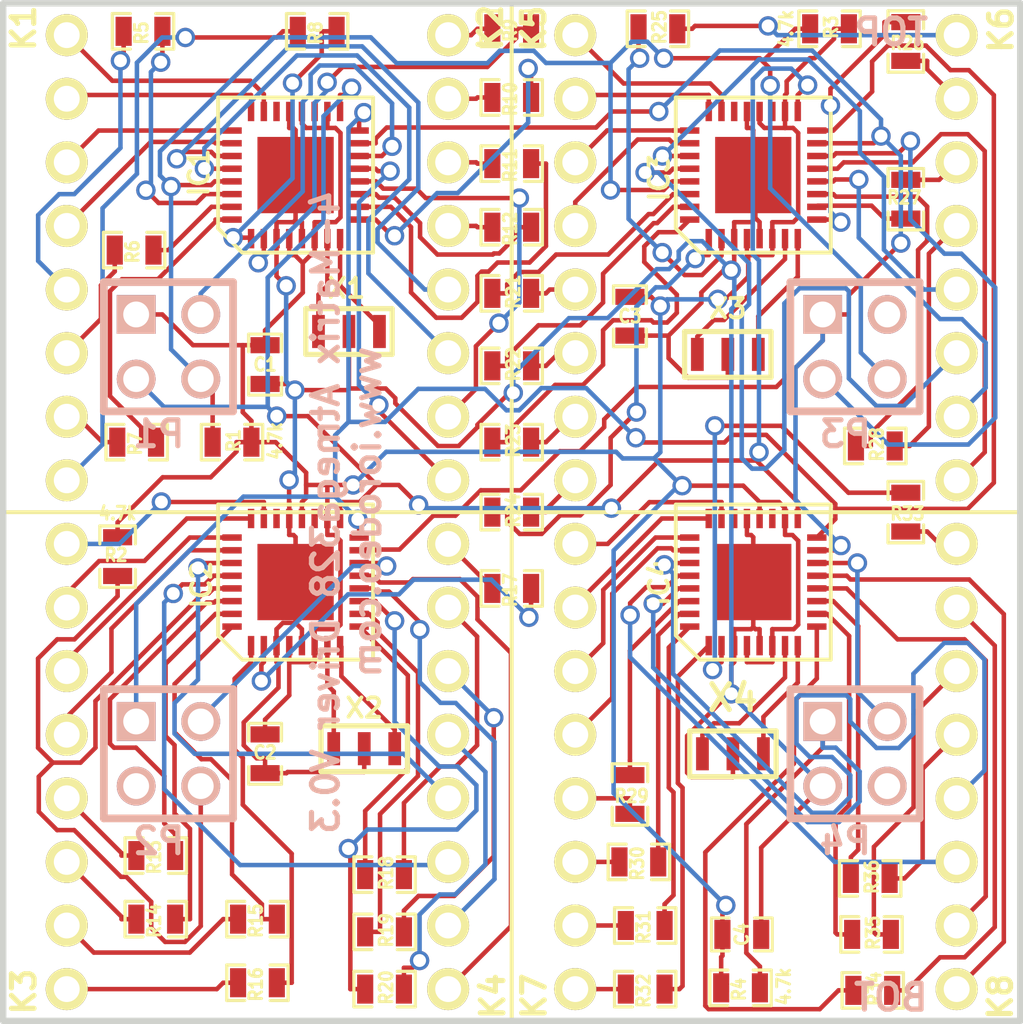
<source format=kicad_pcb>
(kicad_pcb (version 3) (host pcbnew "(2013-jul-07)-stable")
  (layers (15 F.Cu signal) (0 B.Cu signal) (18 B.Paste user) (19 F.Paste user) (20 B.SilkS user) (21 F.SilkS user) (22 B.Mask user) (23 F.Mask user) (28 Edge.Cuts user))
  (net 0 "")
  (net 1 +5V)
  (net 2 /COL0_DRV0)
  (net 3 /COL0_DRV1)
  (net 4 /COL0_DRV2)
  (net 5 /COL0_DRV3)
  (net 6 /COL1_DRV0)
  (net 7 /COL1_DRV1)
  (net 8 /COL1_DRV2)
  (net 9 /COL1_DRV3)
  (net 10 /COL2_DRV0)
  (net 11 /COL2_DRV1)
  (net 12 /COL2_DRV2)
  (net 13 /COL2_DRV3)
  (net 14 /COL3_DRV0)
  (net 15 /COL3_DRV1)
  (net 16 /COL3_DRV2)
  (net 17 /COL3_DRV3)
  (net 18 /COL4_DRV0)
  (net 19 /COL4_DRV1)
  (net 20 /COL4_DRV2)
  (net 21 /COL4_DRV3)
  (net 22 /COL5_DRV0)
  (net 23 /COL5_DRV1)
  (net 24 /COL5_DRV2)
  (net 25 /COL5_DRV3)
  (net 26 /COL6_DRV0)
  (net 27 /COL6_DRV1)
  (net 28 /COL6_DRV2)
  (net 29 /COL6_DRV3)
  (net 30 /COL7_DRV0)
  (net 31 /COL7_DRV1)
  (net 32 /COL7_DRV2)
  (net 33 /COL7_DRV3)
  (net 34 /CS0)
  (net 35 /CS1)
  (net 36 /CS2)
  (net 37 /CS3)
  (net 38 /MISO)
  (net 39 /MOSI)
  (net 40 /RESET_DRV0)
  (net 41 /RESET_DRV1)
  (net 42 /RESET_DRV3)
  (net 43 /ROW0_DRV0)
  (net 44 /ROW0_DRV1)
  (net 45 /ROW0_DRV2)
  (net 46 /ROW0_DRV3)
  (net 47 /ROW1_DRV0)
  (net 48 /ROW1_DRV1)
  (net 49 /ROW1_DRV2)
  (net 50 /ROW1_DRV3)
  (net 51 /ROW2_DRV0)
  (net 52 /ROW2_DRV1)
  (net 53 /ROW2_DRV2)
  (net 54 /ROW2_DRV3)
  (net 55 /ROW3_DRV0)
  (net 56 /ROW3_DRV1)
  (net 57 /ROW3_DRV2)
  (net 58 /ROW3_DRV3)
  (net 59 /ROW4_DRV0)
  (net 60 /ROW4_DRV1)
  (net 61 /ROW4_DRV2)
  (net 62 /ROW4_DRV3)
  (net 63 /ROW5_DRV0)
  (net 64 /ROW5_DRV1)
  (net 65 /ROW5_DRV2)
  (net 66 /ROW5_DRV3)
  (net 67 /ROW6_DRV0)
  (net 68 /ROW6_DRV1)
  (net 69 /ROW6_DRV2)
  (net 70 /ROW6_DRV3)
  (net 71 /ROW7_DRV0)
  (net 72 /ROW7_DRV1)
  (net 73 /ROW7_DRV2)
  (net 74 /ROW7_DRV3)
  (net 75 /SCK)
  (net 76 /XTAL0_DRV0)
  (net 77 /XTAL0_DRV1)
  (net 78 /XTAL0_DRV2)
  (net 79 /XTAL0_DRV3)
  (net 80 /XTAL1_DRV0)
  (net 81 /XTAL1_DRV1)
  (net 82 /XTAL1_DRV2)
  (net 83 /XTAL1_DRV3)
  (net 84 GND)
  (net 85 N-00000103)
  (net 86 N-00000104)
  (net 87 N-00000105)
  (net 88 N-00000106)
  (net 89 N-00000107)
  (net 90 N-00000108)
  (net 91 N-00000109)
  (net 92 N-00000110)
  (net 93 N-00000111)
  (net 94 N-00000112)
  (net 95 N-00000113)
  (net 96 N-00000114)
  (net 97 N-00000115)
  (net 98 N-00000116)
  (net 99 N-00000117)
  (net 100 N-00000118)
  (net 101 N-0000043)
  (net 102 N-0000044)
  (net 103 N-0000045)
  (net 104 N-0000046)
  (net 105 N-0000076)
  (net 106 N-0000077)
  (net 107 N-0000078)
  (net 108 N-0000079)
  (net 109 N-0000080)
  (net 110 N-0000082)
  (net 111 N-0000084)
  (net 112 N-0000086)
  (net 113 N-0000088)
  (net 114 N-0000093)
  (net 115 N-0000094)
  (net 116 N-0000095)
  (module SM0603_Capa (layer F.Cu) (at 60.3 64.2 270)
    (fp_text reference C1 (at 0 0 360) (layer F.SilkS) (effects (font (size 0.508 0.4572) (thickness 0.1143))))
    (fp_text value 0.1uF hide)
    (pad 1 smd rect (at -0.762 0 270) (size 0.635 1.143) (layers F.Cu F.Paste F.Mask) (net 1 +5V))
    (pad 2 smd rect (at 0.762 0 270) (size 0.635 1.143) (layers F.Cu F.Paste F.Mask) (net 84 GND))
  )
  (module CER_RESO (layer F.Cu) (at 63.6 62.9)
    (fp_text reference X1 (at -0.1 -1.7) (layer F.SilkS) (effects (font (size 0.762 0.762) (thickness 0.1524))))
    (fp_text value CER_RESO hide)
    (pad 2 smd rect (at 0 0) (size 0.50038 1.30048) (layers F.Cu F.Paste F.Mask) (net 84 GND))
    (pad 3 smd rect (at 1.19888 0) (size 0.50038 1.30048) (layers F.Cu F.Paste F.Mask) (net 80 /XTAL1_DRV0))
    (pad 1 smd rect (at -1.19888 0) (size 0.50038 1.30048) (layers F.Cu F.Paste F.Mask) (net 76 /XTAL0_DRV0))
  )
  (module CER_RESO (layer F.Cu) (at 64.2 79.3)
    (fp_text reference X2 (at 0 -1.6) (layer F.SilkS) (effects (font (size 0.762 0.762) (thickness 0.1524))))
    (fp_text value CER_RESO hide)
    (pad 2 smd rect (at 0 0) (size 0.50038 1.30048) (layers F.Cu F.Paste F.Mask) (net 84 GND))
    (pad 3 smd rect (at 1.19888 0) (size 0.50038 1.30048) (layers F.Cu F.Paste F.Mask) (net 81 /XTAL1_DRV1))
    (pad 1 smd rect (at -1.19888 0) (size 0.50038 1.30048) (layers F.Cu F.Paste F.Mask) (net 77 /XTAL0_DRV1))
  )
  (module CER_RESO (layer F.Cu) (at 78.5 63.8)
    (fp_text reference X3 (at 0 -1.8) (layer F.SilkS) (effects (font (size 0.762 0.762) (thickness 0.1524))))
    (fp_text value CER_RESO hide)
    (pad 2 smd rect (at 0 0) (size 0.50038 1.30048) (layers F.Cu F.Paste F.Mask) (net 84 GND))
    (pad 3 smd rect (at 1.19888 0) (size 0.50038 1.30048) (layers F.Cu F.Paste F.Mask) (net 82 /XTAL1_DRV2))
    (pad 1 smd rect (at -1.19888 0) (size 0.50038 1.30048) (layers F.Cu F.Paste F.Mask) (net 78 /XTAL0_DRV2))
  )
  (module CER_RESO (layer F.Cu) (at 78.7 79.5)
    (fp_text reference X4 (at 0 -2.19964) (layer F.SilkS) (effects (font (size 1.016 1.016) (thickness 0.2032))))
    (fp_text value CER_RESO hide)
    (pad 2 smd rect (at 0 0) (size 0.50038 1.30048) (layers F.Cu F.Paste F.Mask) (net 84 GND))
    (pad 3 smd rect (at 1.19888 0) (size 0.50038 1.30048) (layers F.Cu F.Paste F.Mask) (net 83 /XTAL1_DRV3))
    (pad 1 smd rect (at -1.19888 0) (size 0.50038 1.30048) (layers F.Cu F.Paste F.Mask) (net 79 /XTAL0_DRV3))
  )
  (module SM0603_Capa (layer F.Cu) (at 60.3 79.5 270)
    (fp_text reference C2 (at -0.05 0 360) (layer F.SilkS) (effects (font (size 0.508 0.4572) (thickness 0.1143))))
    (fp_text value 0.1uF hide)
    (pad 1 smd rect (at -0.762 0 270) (size 0.635 1.143) (layers F.Cu F.Paste F.Mask) (net 1 +5V))
    (pad 2 smd rect (at 0.762 0 270) (size 0.635 1.143) (layers F.Cu F.Paste F.Mask) (net 84 GND))
  )
  (module QFN32 (layer F.Cu) (at 61.5 56.75 90)
    (fp_text reference IC1 (at 0.1 -3.8 90) (layer F.SilkS) (effects (font (size 0.762 0.762) (thickness 0.1524))))
    (fp_text value ATMEGA328P-M hide)
    (pad 31 smd rect (at -1.24968 -2.49936 90) (size 0.254 0.762) (layers F.Cu F.Paste F.Mask) (net 6 /COL1_DRV0))
    (pad 30 smd rect (at -0.7493 -2.49936 90) (size 0.254 0.762) (layers F.Cu F.Paste F.Mask) (net 2 /COL0_DRV0))
    (pad 29 smd rect (at -0.24892 -2.49936 90) (size 0.254 0.762) (layers F.Cu F.Paste F.Mask) (net 40 /RESET_DRV0))
    (pad 32 smd rect (at -1.75006 -2.49936 90) (size 0.254 0.762) (layers F.Cu F.Paste F.Mask) (net 10 /COL2_DRV0))
    (pad 1 smd rect (at -2.49936 -1.75006 180) (size 0.254 0.762) (layers F.Cu F.Paste F.Mask) (net 14 /COL3_DRV0))
    (pad 2 smd rect (at -2.49936 -1.24968 180) (size 0.254 0.762) (layers F.Cu F.Paste F.Mask) (net 18 /COL4_DRV0))
    (pad 3 smd rect (at -2.49936 -0.7493 180) (size 0.254 0.762) (layers F.Cu F.Paste F.Mask) (net 84 GND))
    (pad 4 smd rect (at -2.49936 -0.24892 180) (size 0.254 0.762) (layers F.Cu F.Paste F.Mask) (net 1 +5V))
    (pad 5 smd rect (at -2.49936 0.24892 180) (size 0.254 0.762) (layers F.Cu F.Paste F.Mask) (net 84 GND))
    (pad 6 smd rect (at -2.49936 0.7493 180) (size 0.254 0.762) (layers F.Cu F.Paste F.Mask) (net 1 +5V))
    (pad 7 smd rect (at -2.49936 1.24968 180) (size 0.254 0.762) (layers F.Cu F.Paste F.Mask) (net 76 /XTAL0_DRV0))
    (pad 8 smd rect (at -2.49936 1.75006 180) (size 0.254 0.762) (layers F.Cu F.Paste F.Mask) (net 80 /XTAL1_DRV0))
    (pad 16 smd rect (at 1.75006 2.49936 90) (size 0.254 0.762) (layers F.Cu F.Paste F.Mask) (net 38 /MISO))
    (pad 9 smd rect (at -1.75006 2.49936 90) (size 0.254 0.762) (layers F.Cu F.Paste F.Mask) (net 22 /COL5_DRV0))
    (pad 10 smd rect (at -1.24968 2.49936 90) (size 0.254 0.762) (layers F.Cu F.Paste F.Mask) (net 26 /COL6_DRV0))
    (pad 11 smd rect (at -0.7493 2.49936 90) (size 0.254 0.762) (layers F.Cu F.Paste F.Mask) (net 30 /COL7_DRV0))
    (pad 12 smd rect (at -0.24892 2.49936 90) (size 0.254 0.762) (layers F.Cu F.Paste F.Mask) (net 67 /ROW6_DRV0))
    (pad 13 smd rect (at 0.24892 2.49936 90) (size 0.254 0.762) (layers F.Cu F.Paste F.Mask) (net 71 /ROW7_DRV0))
    (pad 14 smd rect (at 0.7493 2.49936 90) (size 0.254 0.762) (layers F.Cu F.Paste F.Mask) (net 34 /CS0))
    (pad 15 smd rect (at 1.24968 2.49936 90) (size 0.254 0.762) (layers F.Cu F.Paste F.Mask) (net 39 /MOSI))
    (pad 17 smd rect (at 2.49936 1.75006 180) (size 0.254 0.762) (layers F.Cu F.Paste F.Mask) (net 75 /SCK))
    (pad 18 smd rect (at 2.49936 1.24968 180) (size 0.254 0.762) (layers F.Cu F.Paste F.Mask) (net 1 +5V))
    (pad 19 smd rect (at 2.49936 0.7493 180) (size 0.254 0.762) (layers F.Cu F.Paste F.Mask))
    (pad 20 smd rect (at 2.49936 0.24892 180) (size 0.254 0.762) (layers F.Cu F.Paste F.Mask) (net 1 +5V))
    (pad 21 smd rect (at 2.49936 -0.24892 180) (size 0.254 0.762) (layers F.Cu F.Paste F.Mask) (net 84 GND))
    (pad 22 smd rect (at 2.49936 -0.7493 180) (size 0.254 0.762) (layers F.Cu F.Paste F.Mask))
    (pad 23 smd rect (at 2.49936 -1.24968 180) (size 0.254 0.762) (layers F.Cu F.Paste F.Mask) (net 43 /ROW0_DRV0))
    (pad 24 smd rect (at 2.49936 -1.75006 180) (size 0.254 0.762) (layers F.Cu F.Paste F.Mask) (net 47 /ROW1_DRV0))
    (pad 25 smd rect (at 1.75006 -2.49936 90) (size 0.254 0.762) (layers F.Cu F.Paste F.Mask) (net 51 /ROW2_DRV0))
    (pad 26 smd rect (at 1.24968 -2.49936 90) (size 0.254 0.762) (layers F.Cu F.Paste F.Mask) (net 55 /ROW3_DRV0))
    (pad 27 smd rect (at 0.7493 -2.49936 90) (size 0.254 0.762) (layers F.Cu F.Paste F.Mask) (net 59 /ROW4_DRV0))
    (pad 28 smd rect (at 0.24892 -2.49936 90) (size 0.254 0.762) (layers F.Cu F.Paste F.Mask) (net 63 /ROW5_DRV0))
    (pad 33 smd rect (at 0 0 90) (size 2.99974 2.99974) (layers F.Cu F.Paste F.Mask) (net 84 GND))
  )
  (module QFN32 (layer F.Cu) (at 61.5 72.75 90)
    (fp_text reference IC2 (at -0.1 -3.7 90) (layer F.SilkS) (effects (font (size 0.762 0.762) (thickness 0.1524))))
    (fp_text value ATMEGA328P-M hide)
    (pad 31 smd rect (at -1.24968 -2.49936 90) (size 0.254 0.762) (layers F.Cu F.Paste F.Mask) (net 7 /COL1_DRV1))
    (pad 30 smd rect (at -0.7493 -2.49936 90) (size 0.254 0.762) (layers F.Cu F.Paste F.Mask) (net 3 /COL0_DRV1))
    (pad 29 smd rect (at -0.24892 -2.49936 90) (size 0.254 0.762) (layers F.Cu F.Paste F.Mask) (net 41 /RESET_DRV1))
    (pad 32 smd rect (at -1.75006 -2.49936 90) (size 0.254 0.762) (layers F.Cu F.Paste F.Mask) (net 11 /COL2_DRV1))
    (pad 1 smd rect (at -2.49936 -1.75006 180) (size 0.254 0.762) (layers F.Cu F.Paste F.Mask) (net 15 /COL3_DRV1))
    (pad 2 smd rect (at -2.49936 -1.24968 180) (size 0.254 0.762) (layers F.Cu F.Paste F.Mask) (net 19 /COL4_DRV1))
    (pad 3 smd rect (at -2.49936 -0.7493 180) (size 0.254 0.762) (layers F.Cu F.Paste F.Mask) (net 84 GND))
    (pad 4 smd rect (at -2.49936 -0.24892 180) (size 0.254 0.762) (layers F.Cu F.Paste F.Mask) (net 1 +5V))
    (pad 5 smd rect (at -2.49936 0.24892 180) (size 0.254 0.762) (layers F.Cu F.Paste F.Mask) (net 84 GND))
    (pad 6 smd rect (at -2.49936 0.7493 180) (size 0.254 0.762) (layers F.Cu F.Paste F.Mask) (net 1 +5V))
    (pad 7 smd rect (at -2.49936 1.24968 180) (size 0.254 0.762) (layers F.Cu F.Paste F.Mask) (net 77 /XTAL0_DRV1))
    (pad 8 smd rect (at -2.49936 1.75006 180) (size 0.254 0.762) (layers F.Cu F.Paste F.Mask) (net 81 /XTAL1_DRV1))
    (pad 16 smd rect (at 1.75006 2.49936 90) (size 0.254 0.762) (layers F.Cu F.Paste F.Mask) (net 38 /MISO))
    (pad 9 smd rect (at -1.75006 2.49936 90) (size 0.254 0.762) (layers F.Cu F.Paste F.Mask) (net 23 /COL5_DRV1))
    (pad 10 smd rect (at -1.24968 2.49936 90) (size 0.254 0.762) (layers F.Cu F.Paste F.Mask) (net 27 /COL6_DRV1))
    (pad 11 smd rect (at -0.7493 2.49936 90) (size 0.254 0.762) (layers F.Cu F.Paste F.Mask) (net 31 /COL7_DRV1))
    (pad 12 smd rect (at -0.24892 2.49936 90) (size 0.254 0.762) (layers F.Cu F.Paste F.Mask) (net 68 /ROW6_DRV1))
    (pad 13 smd rect (at 0.24892 2.49936 90) (size 0.254 0.762) (layers F.Cu F.Paste F.Mask) (net 72 /ROW7_DRV1))
    (pad 14 smd rect (at 0.7493 2.49936 90) (size 0.254 0.762) (layers F.Cu F.Paste F.Mask) (net 35 /CS1))
    (pad 15 smd rect (at 1.24968 2.49936 90) (size 0.254 0.762) (layers F.Cu F.Paste F.Mask) (net 39 /MOSI))
    (pad 17 smd rect (at 2.49936 1.75006 180) (size 0.254 0.762) (layers F.Cu F.Paste F.Mask) (net 75 /SCK))
    (pad 18 smd rect (at 2.49936 1.24968 180) (size 0.254 0.762) (layers F.Cu F.Paste F.Mask) (net 1 +5V))
    (pad 19 smd rect (at 2.49936 0.7493 180) (size 0.254 0.762) (layers F.Cu F.Paste F.Mask))
    (pad 20 smd rect (at 2.49936 0.24892 180) (size 0.254 0.762) (layers F.Cu F.Paste F.Mask) (net 1 +5V))
    (pad 21 smd rect (at 2.49936 -0.24892 180) (size 0.254 0.762) (layers F.Cu F.Paste F.Mask) (net 84 GND))
    (pad 22 smd rect (at 2.49936 -0.7493 180) (size 0.254 0.762) (layers F.Cu F.Paste F.Mask))
    (pad 23 smd rect (at 2.49936 -1.24968 180) (size 0.254 0.762) (layers F.Cu F.Paste F.Mask) (net 44 /ROW0_DRV1))
    (pad 24 smd rect (at 2.49936 -1.75006 180) (size 0.254 0.762) (layers F.Cu F.Paste F.Mask) (net 48 /ROW1_DRV1))
    (pad 25 smd rect (at 1.75006 -2.49936 90) (size 0.254 0.762) (layers F.Cu F.Paste F.Mask) (net 52 /ROW2_DRV1))
    (pad 26 smd rect (at 1.24968 -2.49936 90) (size 0.254 0.762) (layers F.Cu F.Paste F.Mask) (net 56 /ROW3_DRV1))
    (pad 27 smd rect (at 0.7493 -2.49936 90) (size 0.254 0.762) (layers F.Cu F.Paste F.Mask) (net 60 /ROW4_DRV1))
    (pad 28 smd rect (at 0.24892 -2.49936 90) (size 0.254 0.762) (layers F.Cu F.Paste F.Mask) (net 64 /ROW5_DRV1))
    (pad 33 smd rect (at 0 0 90) (size 2.99974 2.99974) (layers F.Cu F.Paste F.Mask) (net 84 GND))
  )
  (module QFN32 (layer F.Cu) (at 79.5 56.75 90)
    (fp_text reference IC3 (at -0.1 -3.7 90) (layer F.SilkS) (effects (font (size 0.762 0.762) (thickness 0.1524))))
    (fp_text value ATMEGA328P-M hide)
    (pad 31 smd rect (at -1.24968 -2.49936 90) (size 0.254 0.762) (layers F.Cu F.Paste F.Mask) (net 8 /COL1_DRV2))
    (pad 30 smd rect (at -0.7493 -2.49936 90) (size 0.254 0.762) (layers F.Cu F.Paste F.Mask) (net 4 /COL0_DRV2))
    (pad 29 smd rect (at -0.24892 -2.49936 90) (size 0.254 0.762) (layers F.Cu F.Paste F.Mask) (net 40 /RESET_DRV0))
    (pad 32 smd rect (at -1.75006 -2.49936 90) (size 0.254 0.762) (layers F.Cu F.Paste F.Mask) (net 12 /COL2_DRV2))
    (pad 1 smd rect (at -2.49936 -1.75006 180) (size 0.254 0.762) (layers F.Cu F.Paste F.Mask) (net 16 /COL3_DRV2))
    (pad 2 smd rect (at -2.49936 -1.24968 180) (size 0.254 0.762) (layers F.Cu F.Paste F.Mask) (net 20 /COL4_DRV2))
    (pad 3 smd rect (at -2.49936 -0.7493 180) (size 0.254 0.762) (layers F.Cu F.Paste F.Mask) (net 84 GND))
    (pad 4 smd rect (at -2.49936 -0.24892 180) (size 0.254 0.762) (layers F.Cu F.Paste F.Mask) (net 1 +5V))
    (pad 5 smd rect (at -2.49936 0.24892 180) (size 0.254 0.762) (layers F.Cu F.Paste F.Mask) (net 84 GND))
    (pad 6 smd rect (at -2.49936 0.7493 180) (size 0.254 0.762) (layers F.Cu F.Paste F.Mask) (net 1 +5V))
    (pad 7 smd rect (at -2.49936 1.24968 180) (size 0.254 0.762) (layers F.Cu F.Paste F.Mask) (net 78 /XTAL0_DRV2))
    (pad 8 smd rect (at -2.49936 1.75006 180) (size 0.254 0.762) (layers F.Cu F.Paste F.Mask) (net 82 /XTAL1_DRV2))
    (pad 16 smd rect (at 1.75006 2.49936 90) (size 0.254 0.762) (layers F.Cu F.Paste F.Mask) (net 38 /MISO))
    (pad 9 smd rect (at -1.75006 2.49936 90) (size 0.254 0.762) (layers F.Cu F.Paste F.Mask) (net 24 /COL5_DRV2))
    (pad 10 smd rect (at -1.24968 2.49936 90) (size 0.254 0.762) (layers F.Cu F.Paste F.Mask) (net 28 /COL6_DRV2))
    (pad 11 smd rect (at -0.7493 2.49936 90) (size 0.254 0.762) (layers F.Cu F.Paste F.Mask) (net 32 /COL7_DRV2))
    (pad 12 smd rect (at -0.24892 2.49936 90) (size 0.254 0.762) (layers F.Cu F.Paste F.Mask) (net 69 /ROW6_DRV2))
    (pad 13 smd rect (at 0.24892 2.49936 90) (size 0.254 0.762) (layers F.Cu F.Paste F.Mask) (net 73 /ROW7_DRV2))
    (pad 14 smd rect (at 0.7493 2.49936 90) (size 0.254 0.762) (layers F.Cu F.Paste F.Mask) (net 36 /CS2))
    (pad 15 smd rect (at 1.24968 2.49936 90) (size 0.254 0.762) (layers F.Cu F.Paste F.Mask) (net 39 /MOSI))
    (pad 17 smd rect (at 2.49936 1.75006 180) (size 0.254 0.762) (layers F.Cu F.Paste F.Mask) (net 75 /SCK))
    (pad 18 smd rect (at 2.49936 1.24968 180) (size 0.254 0.762) (layers F.Cu F.Paste F.Mask) (net 1 +5V))
    (pad 19 smd rect (at 2.49936 0.7493 180) (size 0.254 0.762) (layers F.Cu F.Paste F.Mask))
    (pad 20 smd rect (at 2.49936 0.24892 180) (size 0.254 0.762) (layers F.Cu F.Paste F.Mask) (net 1 +5V))
    (pad 21 smd rect (at 2.49936 -0.24892 180) (size 0.254 0.762) (layers F.Cu F.Paste F.Mask) (net 84 GND))
    (pad 22 smd rect (at 2.49936 -0.7493 180) (size 0.254 0.762) (layers F.Cu F.Paste F.Mask))
    (pad 23 smd rect (at 2.49936 -1.24968 180) (size 0.254 0.762) (layers F.Cu F.Paste F.Mask) (net 45 /ROW0_DRV2))
    (pad 24 smd rect (at 2.49936 -1.75006 180) (size 0.254 0.762) (layers F.Cu F.Paste F.Mask) (net 49 /ROW1_DRV2))
    (pad 25 smd rect (at 1.75006 -2.49936 90) (size 0.254 0.762) (layers F.Cu F.Paste F.Mask) (net 53 /ROW2_DRV2))
    (pad 26 smd rect (at 1.24968 -2.49936 90) (size 0.254 0.762) (layers F.Cu F.Paste F.Mask) (net 57 /ROW3_DRV2))
    (pad 27 smd rect (at 0.7493 -2.49936 90) (size 0.254 0.762) (layers F.Cu F.Paste F.Mask) (net 61 /ROW4_DRV2))
    (pad 28 smd rect (at 0.24892 -2.49936 90) (size 0.254 0.762) (layers F.Cu F.Paste F.Mask) (net 65 /ROW5_DRV2))
    (pad 33 smd rect (at 0 0 90) (size 2.99974 2.99974) (layers F.Cu F.Paste F.Mask) (net 84 GND))
  )
  (module QFN32 (layer F.Cu) (at 79.5 72.75 90)
    (fp_text reference IC4 (at 0 -3.7 90) (layer F.SilkS) (effects (font (size 0.762 0.762) (thickness 0.1524))))
    (fp_text value ATMEGA328P-M hide)
    (pad 31 smd rect (at -1.24968 -2.49936 90) (size 0.254 0.762) (layers F.Cu F.Paste F.Mask) (net 9 /COL1_DRV3))
    (pad 30 smd rect (at -0.7493 -2.49936 90) (size 0.254 0.762) (layers F.Cu F.Paste F.Mask) (net 5 /COL0_DRV3))
    (pad 29 smd rect (at -0.24892 -2.49936 90) (size 0.254 0.762) (layers F.Cu F.Paste F.Mask) (net 42 /RESET_DRV3))
    (pad 32 smd rect (at -1.75006 -2.49936 90) (size 0.254 0.762) (layers F.Cu F.Paste F.Mask) (net 13 /COL2_DRV3))
    (pad 1 smd rect (at -2.49936 -1.75006 180) (size 0.254 0.762) (layers F.Cu F.Paste F.Mask) (net 17 /COL3_DRV3))
    (pad 2 smd rect (at -2.49936 -1.24968 180) (size 0.254 0.762) (layers F.Cu F.Paste F.Mask) (net 21 /COL4_DRV3))
    (pad 3 smd rect (at -2.49936 -0.7493 180) (size 0.254 0.762) (layers F.Cu F.Paste F.Mask) (net 84 GND))
    (pad 4 smd rect (at -2.49936 -0.24892 180) (size 0.254 0.762) (layers F.Cu F.Paste F.Mask) (net 1 +5V))
    (pad 5 smd rect (at -2.49936 0.24892 180) (size 0.254 0.762) (layers F.Cu F.Paste F.Mask) (net 84 GND))
    (pad 6 smd rect (at -2.49936 0.7493 180) (size 0.254 0.762) (layers F.Cu F.Paste F.Mask) (net 1 +5V))
    (pad 7 smd rect (at -2.49936 1.24968 180) (size 0.254 0.762) (layers F.Cu F.Paste F.Mask) (net 79 /XTAL0_DRV3))
    (pad 8 smd rect (at -2.49936 1.75006 180) (size 0.254 0.762) (layers F.Cu F.Paste F.Mask) (net 83 /XTAL1_DRV3))
    (pad 16 smd rect (at 1.75006 2.49936 90) (size 0.254 0.762) (layers F.Cu F.Paste F.Mask) (net 38 /MISO))
    (pad 9 smd rect (at -1.75006 2.49936 90) (size 0.254 0.762) (layers F.Cu F.Paste F.Mask) (net 25 /COL5_DRV3))
    (pad 10 smd rect (at -1.24968 2.49936 90) (size 0.254 0.762) (layers F.Cu F.Paste F.Mask) (net 29 /COL6_DRV3))
    (pad 11 smd rect (at -0.7493 2.49936 90) (size 0.254 0.762) (layers F.Cu F.Paste F.Mask) (net 33 /COL7_DRV3))
    (pad 12 smd rect (at -0.24892 2.49936 90) (size 0.254 0.762) (layers F.Cu F.Paste F.Mask) (net 70 /ROW6_DRV3))
    (pad 13 smd rect (at 0.24892 2.49936 90) (size 0.254 0.762) (layers F.Cu F.Paste F.Mask) (net 74 /ROW7_DRV3))
    (pad 14 smd rect (at 0.7493 2.49936 90) (size 0.254 0.762) (layers F.Cu F.Paste F.Mask) (net 37 /CS3))
    (pad 15 smd rect (at 1.24968 2.49936 90) (size 0.254 0.762) (layers F.Cu F.Paste F.Mask) (net 39 /MOSI))
    (pad 17 smd rect (at 2.49936 1.75006 180) (size 0.254 0.762) (layers F.Cu F.Paste F.Mask) (net 75 /SCK))
    (pad 18 smd rect (at 2.49936 1.24968 180) (size 0.254 0.762) (layers F.Cu F.Paste F.Mask) (net 1 +5V))
    (pad 19 smd rect (at 2.49936 0.7493 180) (size 0.254 0.762) (layers F.Cu F.Paste F.Mask))
    (pad 20 smd rect (at 2.49936 0.24892 180) (size 0.254 0.762) (layers F.Cu F.Paste F.Mask) (net 1 +5V))
    (pad 21 smd rect (at 2.49936 -0.24892 180) (size 0.254 0.762) (layers F.Cu F.Paste F.Mask) (net 84 GND))
    (pad 22 smd rect (at 2.49936 -0.7493 180) (size 0.254 0.762) (layers F.Cu F.Paste F.Mask))
    (pad 23 smd rect (at 2.49936 -1.24968 180) (size 0.254 0.762) (layers F.Cu F.Paste F.Mask) (net 46 /ROW0_DRV3))
    (pad 24 smd rect (at 2.49936 -1.75006 180) (size 0.254 0.762) (layers F.Cu F.Paste F.Mask) (net 50 /ROW1_DRV3))
    (pad 25 smd rect (at 1.75006 -2.49936 90) (size 0.254 0.762) (layers F.Cu F.Paste F.Mask) (net 54 /ROW2_DRV3))
    (pad 26 smd rect (at 1.24968 -2.49936 90) (size 0.254 0.762) (layers F.Cu F.Paste F.Mask) (net 58 /ROW3_DRV3))
    (pad 27 smd rect (at 0.7493 -2.49936 90) (size 0.254 0.762) (layers F.Cu F.Paste F.Mask) (net 62 /ROW4_DRV3))
    (pad 28 smd rect (at 0.24892 -2.49936 90) (size 0.254 0.762) (layers F.Cu F.Paste F.Mask) (net 66 /ROW5_DRV3))
    (pad 33 smd rect (at 0 0 90) (size 2.99974 2.99974) (layers F.Cu F.Paste F.Mask) (net 84 GND))
  )
  (module SM0603_Capa (layer F.Cu) (at 74.65 62.3 270)
    (fp_text reference C3 (at 0 0 360) (layer F.SilkS) (effects (font (size 0.508 0.4572) (thickness 0.1143))))
    (fp_text value 0.1uF hide)
    (pad 1 smd rect (at -0.762 0 270) (size 0.635 1.143) (layers F.Cu F.Paste F.Mask) (net 1 +5V))
    (pad 2 smd rect (at 0.762 0 270) (size 0.635 1.143) (layers F.Cu F.Paste F.Mask) (net 84 GND))
  )
  (module SM0603_Capa (layer F.Cu) (at 79.05 86.6)
    (fp_text reference C4 (at 0 0 90) (layer F.SilkS) (effects (font (size 0.508 0.4572) (thickness 0.1143))))
    (fp_text value 0.1uF hide)
    (pad 1 smd rect (at -0.762 0) (size 0.635 1.143) (layers F.Cu F.Paste F.Mask) (net 1 +5V))
    (pad 2 smd rect (at 0.762 0) (size 0.635 1.143) (layers F.Cu F.Paste F.Mask) (net 84 GND))
  )
  (module SM0603_Resistor (layer F.Cu) (at 84.1 84.4)
    (fp_text reference R36 (at 0.0635 -0.0635 90) (layer F.SilkS) (effects (font (size 0.50038 0.4572) (thickness 0.1143))))
    (fp_text value 180 hide)
    (pad 1 smd rect (at -0.762 0) (size 0.635 1.143) (layers F.Cu F.Paste F.Mask) (net 33 /COL7_DRV3))
    (pad 2 smd rect (at 0.762 0) (size 0.635 1.143) (layers F.Cu F.Paste F.Mask) (net 101 N-0000043))
  )
  (module SM0603_Resistor (layer F.Cu) (at 84.15 86.6)
    (fp_text reference R35 (at 0.0635 -0.0635 90) (layer F.SilkS) (effects (font (size 0.50038 0.4572) (thickness 0.1143))))
    (fp_text value 180 hide)
    (pad 1 smd rect (at -0.762 0) (size 0.635 1.143) (layers F.Cu F.Paste F.Mask) (net 29 /COL6_DRV3))
    (pad 2 smd rect (at 0.762 0) (size 0.635 1.143) (layers F.Cu F.Paste F.Mask) (net 102 N-0000044))
  )
  (module SM0603_Resistor (layer F.Cu) (at 84.2 88.8)
    (fp_text reference R34 (at 0.0635 -0.0635 90) (layer F.SilkS) (effects (font (size 0.50038 0.4572) (thickness 0.1143))))
    (fp_text value 180 hide)
    (pad 1 smd rect (at -0.762 0) (size 0.635 1.143) (layers F.Cu F.Paste F.Mask) (net 25 /COL5_DRV3))
    (pad 2 smd rect (at 0.762 0) (size 0.635 1.143) (layers F.Cu F.Paste F.Mask) (net 103 N-0000045))
  )
  (module SM0603_Resistor (layer F.Cu) (at 85.5 70 270)
    (fp_text reference R33 (at 0.0635 -0.0635 360) (layer F.SilkS) (effects (font (size 0.50038 0.4572) (thickness 0.1143))))
    (fp_text value 180 hide)
    (pad 1 smd rect (at -0.762 0 270) (size 0.635 1.143) (layers F.Cu F.Paste F.Mask) (net 21 /COL4_DRV3))
    (pad 2 smd rect (at 0.762 0 270) (size 0.635 1.143) (layers F.Cu F.Paste F.Mask) (net 104 N-0000046))
  )
  (module SM0603_Resistor (layer F.Cu) (at 75.25 88.75 180)
    (fp_text reference R32 (at 0.0635 -0.0635 270) (layer F.SilkS) (effects (font (size 0.50038 0.4572) (thickness 0.1143))))
    (fp_text value 180 hide)
    (pad 1 smd rect (at -0.762 0 180) (size 0.635 1.143) (layers F.Cu F.Paste F.Mask) (net 17 /COL3_DRV3))
    (pad 2 smd rect (at 0.762 0 180) (size 0.635 1.143) (layers F.Cu F.Paste F.Mask) (net 113 N-0000088))
  )
  (module SM0603_Resistor (layer F.Cu) (at 75.25 86.25 180)
    (fp_text reference R31 (at 0.0635 -0.0635 270) (layer F.SilkS) (effects (font (size 0.50038 0.4572) (thickness 0.1143))))
    (fp_text value 180 hide)
    (pad 1 smd rect (at -0.762 0 180) (size 0.635 1.143) (layers F.Cu F.Paste F.Mask) (net 13 /COL2_DRV3))
    (pad 2 smd rect (at 0.762 0 180) (size 0.635 1.143) (layers F.Cu F.Paste F.Mask) (net 111 N-0000084))
  )
  (module SM0603_Resistor (layer F.Cu) (at 75 83.75 180)
    (fp_text reference R30 (at 0.0635 -0.0635 270) (layer F.SilkS) (effects (font (size 0.50038 0.4572) (thickness 0.1143))))
    (fp_text value 180 hide)
    (pad 1 smd rect (at -0.762 0 180) (size 0.635 1.143) (layers F.Cu F.Paste F.Mask) (net 9 /COL1_DRV3))
    (pad 2 smd rect (at 0.762 0 180) (size 0.635 1.143) (layers F.Cu F.Paste F.Mask) (net 110 N-0000082))
  )
  (module SM0603_Resistor (layer F.Cu) (at 74.65 81.1 270)
    (fp_text reference R29 (at 0.0635 -0.0635 360) (layer F.SilkS) (effects (font (size 0.50038 0.4572) (thickness 0.1143))))
    (fp_text value 180 hide)
    (pad 1 smd rect (at -0.762 0 270) (size 0.635 1.143) (layers F.Cu F.Paste F.Mask) (net 5 /COL0_DRV3))
    (pad 2 smd rect (at 0.762 0 270) (size 0.635 1.143) (layers F.Cu F.Paste F.Mask) (net 112 N-0000086))
  )
  (module SM0603_Resistor (layer F.Cu) (at 84.3 67.4)
    (fp_text reference R28 (at 0.0635 -0.0635 90) (layer F.SilkS) (effects (font (size 0.50038 0.4572) (thickness 0.1143))))
    (fp_text value 180 hide)
    (pad 1 smd rect (at -0.762 0) (size 0.635 1.143) (layers F.Cu F.Paste F.Mask) (net 32 /COL7_DRV2))
    (pad 2 smd rect (at 0.762 0) (size 0.635 1.143) (layers F.Cu F.Paste F.Mask) (net 100 N-00000118))
  )
  (module SM0603_Resistor (layer F.Cu) (at 85.5 57.7 90)
    (fp_text reference R27 (at 0.0635 -0.0635 180) (layer F.SilkS) (effects (font (size 0.50038 0.4572) (thickness 0.1143))))
    (fp_text value 180 hide)
    (pad 1 smd rect (at -0.762 0 90) (size 0.635 1.143) (layers F.Cu F.Paste F.Mask) (net 28 /COL6_DRV2))
    (pad 2 smd rect (at 0.762 0 90) (size 0.635 1.143) (layers F.Cu F.Paste F.Mask) (net 99 N-00000117))
  )
  (module SM0603_Resistor (layer F.Cu) (at 85.5 51.5 270)
    (fp_text reference R26 (at 0.0635 -0.0635 360) (layer F.SilkS) (effects (font (size 0.50038 0.4572) (thickness 0.1143))))
    (fp_text value 180 hide)
    (pad 1 smd rect (at -0.762 0 270) (size 0.635 1.143) (layers F.Cu F.Paste F.Mask) (net 24 /COL5_DRV2))
    (pad 2 smd rect (at 0.762 0 270) (size 0.635 1.143) (layers F.Cu F.Paste F.Mask) (net 98 N-00000116))
  )
  (module SM0603_Resistor (layer F.Cu) (at 75.75 51)
    (fp_text reference R25 (at 0.0635 -0.0635 90) (layer F.SilkS) (effects (font (size 0.50038 0.4572) (thickness 0.1143))))
    (fp_text value 180 hide)
    (pad 1 smd rect (at -0.762 0) (size 0.635 1.143) (layers F.Cu F.Paste F.Mask) (net 20 /COL4_DRV2))
    (pad 2 smd rect (at 0.762 0) (size 0.635 1.143) (layers F.Cu F.Paste F.Mask) (net 97 N-00000115))
  )
  (module SM0603_Resistor (layer F.Cu) (at 70 70)
    (fp_text reference R24 (at 0.0635 -0.0635 90) (layer F.SilkS) (effects (font (size 0.50038 0.4572) (thickness 0.1143))))
    (fp_text value 180 hide)
    (pad 1 smd rect (at -0.762 0) (size 0.635 1.143) (layers F.Cu F.Paste F.Mask) (net 16 /COL3_DRV2))
    (pad 2 smd rect (at 0.762 0) (size 0.635 1.143) (layers F.Cu F.Paste F.Mask) (net 94 N-00000112))
  )
  (module SM0603_Resistor (layer F.Cu) (at 70 67.25)
    (fp_text reference R23 (at 0.0635 -0.0635 90) (layer F.SilkS) (effects (font (size 0.50038 0.4572) (thickness 0.1143))))
    (fp_text value 180 hide)
    (pad 1 smd rect (at -0.762 0) (size 0.635 1.143) (layers F.Cu F.Paste F.Mask) (net 12 /COL2_DRV2))
    (pad 2 smd rect (at 0.762 0) (size 0.635 1.143) (layers F.Cu F.Paste F.Mask) (net 96 N-00000114))
  )
  (module SM0603_Resistor (layer F.Cu) (at 70 64.25)
    (fp_text reference R22 (at 0.0635 -0.0635 90) (layer F.SilkS) (effects (font (size 0.50038 0.4572) (thickness 0.1143))))
    (fp_text value 180 hide)
    (pad 1 smd rect (at -0.762 0) (size 0.635 1.143) (layers F.Cu F.Paste F.Mask) (net 8 /COL1_DRV2))
    (pad 2 smd rect (at 0.762 0) (size 0.635 1.143) (layers F.Cu F.Paste F.Mask) (net 95 N-00000113))
  )
  (module SM0603_Resistor (layer F.Cu) (at 70 61.4)
    (fp_text reference R21 (at 0.0635 -0.0635 90) (layer F.SilkS) (effects (font (size 0.50038 0.4572) (thickness 0.1143))))
    (fp_text value 180 hide)
    (pad 1 smd rect (at -0.762 0) (size 0.635 1.143) (layers F.Cu F.Paste F.Mask) (net 4 /COL0_DRV2))
    (pad 2 smd rect (at 0.762 0) (size 0.635 1.143) (layers F.Cu F.Paste F.Mask) (net 92 N-00000110))
  )
  (module SM0603_Resistor (layer F.Cu) (at 65 88.75)
    (fp_text reference R20 (at 0.0635 -0.0635 90) (layer F.SilkS) (effects (font (size 0.50038 0.4572) (thickness 0.1143))))
    (fp_text value 180 hide)
    (pad 1 smd rect (at -0.762 0) (size 0.635 1.143) (layers F.Cu F.Paste F.Mask) (net 31 /COL7_DRV1))
    (pad 2 smd rect (at 0.762 0) (size 0.635 1.143) (layers F.Cu F.Paste F.Mask) (net 87 N-00000105))
  )
  (module SM0603_Resistor (layer F.Cu) (at 65 86.5)
    (fp_text reference R19 (at 0.0635 -0.0635 90) (layer F.SilkS) (effects (font (size 0.50038 0.4572) (thickness 0.1143))))
    (fp_text value 180 hide)
    (pad 1 smd rect (at -0.762 0) (size 0.635 1.143) (layers F.Cu F.Paste F.Mask) (net 27 /COL6_DRV1))
    (pad 2 smd rect (at 0.762 0) (size 0.635 1.143) (layers F.Cu F.Paste F.Mask) (net 86 N-00000104))
  )
  (module SM0603_Resistor (layer F.Cu) (at 65 84.25)
    (fp_text reference R18 (at 0.0635 -0.0635 90) (layer F.SilkS) (effects (font (size 0.50038 0.4572) (thickness 0.1143))))
    (fp_text value 180 hide)
    (pad 1 smd rect (at -0.762 0) (size 0.635 1.143) (layers F.Cu F.Paste F.Mask) (net 23 /COL5_DRV1))
    (pad 2 smd rect (at 0.762 0) (size 0.635 1.143) (layers F.Cu F.Paste F.Mask) (net 85 N-00000103))
  )
  (module SM0603_Resistor (layer F.Cu) (at 70 73 180)
    (fp_text reference R17 (at 0.0635 -0.0635 270) (layer F.SilkS) (effects (font (size 0.50038 0.4572) (thickness 0.1143))))
    (fp_text value 180 hide)
    (pad 1 smd rect (at -0.762 0 180) (size 0.635 1.143) (layers F.Cu F.Paste F.Mask) (net 19 /COL4_DRV1))
    (pad 2 smd rect (at 0.762 0 180) (size 0.635 1.143) (layers F.Cu F.Paste F.Mask) (net 93 N-00000111))
  )
  (module SM0603_Resistor (layer F.Cu) (at 60 88.5 180)
    (fp_text reference R16 (at 0.0635 -0.0635 270) (layer F.SilkS) (effects (font (size 0.50038 0.4572) (thickness 0.1143))))
    (fp_text value 180 hide)
    (pad 1 smd rect (at -0.762 0 180) (size 0.635 1.143) (layers F.Cu F.Paste F.Mask) (net 15 /COL3_DRV1))
    (pad 2 smd rect (at 0.762 0 180) (size 0.635 1.143) (layers F.Cu F.Paste F.Mask) (net 91 N-00000109))
  )
  (module SM0603_Resistor (layer F.Cu) (at 60 86 180)
    (fp_text reference R15 (at 0.0635 -0.0635 270) (layer F.SilkS) (effects (font (size 0.50038 0.4572) (thickness 0.1143))))
    (fp_text value 180 hide)
    (pad 1 smd rect (at -0.762 0 180) (size 0.635 1.143) (layers F.Cu F.Paste F.Mask) (net 11 /COL2_DRV1))
    (pad 2 smd rect (at 0.762 0 180) (size 0.635 1.143) (layers F.Cu F.Paste F.Mask) (net 89 N-00000107))
  )
  (module SM0603_Resistor (layer F.Cu) (at 56 86 180)
    (fp_text reference R14 (at 0.0635 -0.0635 270) (layer F.SilkS) (effects (font (size 0.50038 0.4572) (thickness 0.1143))))
    (fp_text value 180 hide)
    (pad 1 smd rect (at -0.762 0 180) (size 0.635 1.143) (layers F.Cu F.Paste F.Mask) (net 7 /COL1_DRV1))
    (pad 2 smd rect (at 0.762 0 180) (size 0.635 1.143) (layers F.Cu F.Paste F.Mask) (net 88 N-00000106))
  )
  (module SM0603_Resistor (layer F.Cu) (at 56 83.5 180)
    (fp_text reference R13 (at 0.0635 -0.0635 270) (layer F.SilkS) (effects (font (size 0.50038 0.4572) (thickness 0.1143))))
    (fp_text value 180 hide)
    (pad 1 smd rect (at -0.762 0 180) (size 0.635 1.143) (layers F.Cu F.Paste F.Mask) (net 3 /COL0_DRV1))
    (pad 2 smd rect (at 0.762 0 180) (size 0.635 1.143) (layers F.Cu F.Paste F.Mask) (net 90 N-00000108))
  )
  (module SM0603_Resistor (layer F.Cu) (at 70 58.8 180)
    (fp_text reference R12 (at 0.0635 -0.0635 270) (layer F.SilkS) (effects (font (size 0.50038 0.4572) (thickness 0.1143))))
    (fp_text value 180 hide)
    (pad 1 smd rect (at -0.762 0 180) (size 0.635 1.143) (layers F.Cu F.Paste F.Mask) (net 30 /COL7_DRV0))
    (pad 2 smd rect (at 0.762 0 180) (size 0.635 1.143) (layers F.Cu F.Paste F.Mask) (net 109 N-0000080))
  )
  (module SM0603_Resistor (layer F.Cu) (at 70 56.3 180)
    (fp_text reference R11 (at 0.0635 -0.0635 270) (layer F.SilkS) (effects (font (size 0.50038 0.4572) (thickness 0.1143))))
    (fp_text value 180 hide)
    (pad 1 smd rect (at -0.762 0 180) (size 0.635 1.143) (layers F.Cu F.Paste F.Mask) (net 26 /COL6_DRV0))
    (pad 2 smd rect (at 0.762 0 180) (size 0.635 1.143) (layers F.Cu F.Paste F.Mask) (net 108 N-0000079))
  )
  (module SM0603_Resistor (layer F.Cu) (at 70 53.7 180)
    (fp_text reference R10 (at 0.0635 -0.0635 270) (layer F.SilkS) (effects (font (size 0.50038 0.4572) (thickness 0.1143))))
    (fp_text value 180 hide)
    (pad 1 smd rect (at -0.762 0 180) (size 0.635 1.143) (layers F.Cu F.Paste F.Mask) (net 22 /COL5_DRV0))
    (pad 2 smd rect (at 0.762 0 180) (size 0.635 1.143) (layers F.Cu F.Paste F.Mask) (net 107 N-0000078))
  )
  (module SM0603_Resistor (layer F.Cu) (at 70 51 180)
    (fp_text reference R9 (at 0.0635 -0.0635 270) (layer F.SilkS) (effects (font (size 0.50038 0.4572) (thickness 0.1143))))
    (fp_text value 180 hide)
    (pad 1 smd rect (at -0.762 0 180) (size 0.635 1.143) (layers F.Cu F.Paste F.Mask) (net 18 /COL4_DRV0))
    (pad 2 smd rect (at 0.762 0 180) (size 0.635 1.143) (layers F.Cu F.Paste F.Mask) (net 106 N-0000077))
  )
  (module SM0603_Resistor (layer F.Cu) (at 62.35 51.1 180)
    (fp_text reference R8 (at 0.0635 -0.0635 270) (layer F.SilkS) (effects (font (size 0.50038 0.4572) (thickness 0.1143))))
    (fp_text value 180 hide)
    (pad 1 smd rect (at -0.762 0 180) (size 0.635 1.143) (layers F.Cu F.Paste F.Mask) (net 14 /COL3_DRV0))
    (pad 2 smd rect (at 0.762 0 180) (size 0.635 1.143) (layers F.Cu F.Paste F.Mask) (net 105 N-0000076))
  )
  (module SM0603_Resistor (layer F.Cu) (at 55.25 67.25 180)
    (fp_text reference R7 (at 0.0635 -0.0635 270) (layer F.SilkS) (effects (font (size 0.50038 0.4572) (thickness 0.1143))))
    (fp_text value 180 hide)
    (pad 1 smd rect (at -0.762 0 180) (size 0.635 1.143) (layers F.Cu F.Paste F.Mask) (net 10 /COL2_DRV0))
    (pad 2 smd rect (at 0.762 0 180) (size 0.635 1.143) (layers F.Cu F.Paste F.Mask) (net 116 N-0000095))
  )
  (module SM0603_Resistor (layer F.Cu) (at 55.15 59.7 180)
    (fp_text reference R6 (at 0.0635 -0.0635 270) (layer F.SilkS) (effects (font (size 0.50038 0.4572) (thickness 0.1143))))
    (fp_text value 180 hide)
    (pad 1 smd rect (at -0.762 0 180) (size 0.635 1.143) (layers F.Cu F.Paste F.Mask) (net 6 /COL1_DRV0))
    (pad 2 smd rect (at 0.762 0 180) (size 0.635 1.143) (layers F.Cu F.Paste F.Mask) (net 115 N-0000094))
  )
  (module SM0603_Resistor (layer F.Cu) (at 55.5 51.1 180)
    (fp_text reference R5 (at 0.0635 -0.0635 270) (layer F.SilkS) (effects (font (size 0.50038 0.4572) (thickness 0.1143))))
    (fp_text value 180 hide)
    (pad 1 smd rect (at -0.762 0 180) (size 0.635 1.143) (layers F.Cu F.Paste F.Mask) (net 2 /COL0_DRV0))
    (pad 2 smd rect (at 0.762 0 180) (size 0.635 1.143) (layers F.Cu F.Paste F.Mask) (net 114 N-0000093))
  )
  (module SM0603_Resistor (layer F.Cu) (at 79 88.7 180)
    (fp_text reference R4 (at 0.0635 -0.0635 270) (layer F.SilkS) (effects (font (size 0.50038 0.4572) (thickness 0.1143))))
    (fp_text value 4.7k (at -1.7 0.05 270) (layer F.SilkS) (effects (font (size 0.508 0.4572) (thickness 0.1143))))
    (pad 1 smd rect (at -0.762 0 180) (size 0.635 1.143) (layers F.Cu F.Paste F.Mask) (net 42 /RESET_DRV3))
    (pad 2 smd rect (at 0.762 0 180) (size 0.635 1.143) (layers F.Cu F.Paste F.Mask) (net 1 +5V))
  )
  (module SM0603_Resistor (layer F.Cu) (at 82.5 51)
    (fp_text reference R3 (at 0.0635 -0.0635 90) (layer F.SilkS) (effects (font (size 0.50038 0.4572) (thickness 0.1143))))
    (fp_text value 4.7k (at -1.7 0 90) (layer F.SilkS) (effects (font (size 0.508 0.4572) (thickness 0.1143))))
    (pad 1 smd rect (at -0.762 0) (size 0.635 1.143) (layers F.Cu F.Paste F.Mask) (net 40 /RESET_DRV0))
    (pad 2 smd rect (at 0.762 0) (size 0.635 1.143) (layers F.Cu F.Paste F.Mask) (net 1 +5V))
  )
  (module SM0603_Resistor (layer F.Cu) (at 54.5 71.75 90)
    (fp_text reference R2 (at 0.0635 -0.0635 180) (layer F.SilkS) (effects (font (size 0.50038 0.4572) (thickness 0.1143))))
    (fp_text value 4.7k (at 1.7018 0 180) (layer F.SilkS) (effects (font (size 0.508 0.4572) (thickness 0.1143))))
    (pad 1 smd rect (at -0.762 0 90) (size 0.635 1.143) (layers F.Cu F.Paste F.Mask) (net 41 /RESET_DRV1))
    (pad 2 smd rect (at 0.762 0 90) (size 0.635 1.143) (layers F.Cu F.Paste F.Mask) (net 1 +5V))
  )
  (module SM0603_Resistor (layer F.Cu) (at 59 67.25)
    (fp_text reference R1 (at 0.0635 -0.0635 90) (layer F.SilkS) (effects (font (size 0.50038 0.4572) (thickness 0.1143))))
    (fp_text value 4.7k (at 1.7 -0.05 90) (layer F.SilkS) (effects (font (size 0.508 0.4572) (thickness 0.1143))))
    (pad 1 smd rect (at -0.762 0) (size 0.635 1.143) (layers F.Cu F.Paste F.Mask) (net 40 /RESET_DRV0))
    (pad 2 smd rect (at 0.762 0) (size 0.635 1.143) (layers F.Cu F.Paste F.Mask) (net 1 +5V))
  )
  (module PIN_ARRAY_2X2 (layer B.Cu) (at 56.5 63.5)
    (fp_text reference P1 (at -0.381 3.429) (layer B.SilkS) (effects (font (size 1.016 1.016) (thickness 0.2032)) (justify mirror)))
    (fp_text value CONN_2X2 hide)
    (pad 1 thru_hole rect (at -1.27 -1.27) (size 1.524 1.524) (drill 1.016) (layers *.Cu *.Mask B.SilkS) (net 1 +5V))
    (pad 2 thru_hole circle (at -1.27 1.27) (size 1.524 1.524) (drill 1.016) (layers *.Cu *.Mask B.SilkS) (net 75 /SCK))
    (pad 3 thru_hole circle (at 1.27 -1.27) (size 1.524 1.524) (drill 1.016) (layers *.Cu *.Mask B.SilkS) (net 34 /CS0))
    (pad 4 thru_hole circle (at 1.27 1.27) (size 1.524 1.524) (drill 1.016) (layers *.Cu *.Mask B.SilkS) (net 40 /RESET_DRV0))
  )
  (module PIN_ARRAY_2X2 (layer B.Cu) (at 56.5 79.5)
    (fp_text reference P2 (at -0.381 3.429) (layer B.SilkS) (effects (font (size 1.016 1.016) (thickness 0.2032)) (justify mirror)))
    (fp_text value CONN_2X2 hide)
    (pad 1 thru_hole rect (at -1.27 -1.27) (size 1.524 1.524) (drill 1.016) (layers *.Cu *.Mask B.SilkS) (net 38 /MISO))
    (pad 2 thru_hole circle (at -1.27 1.27) (size 1.524 1.524) (drill 1.016) (layers *.Cu *.Mask B.SilkS))
    (pad 3 thru_hole circle (at 1.27 -1.27) (size 1.524 1.524) (drill 1.016) (layers *.Cu *.Mask B.SilkS) (net 35 /CS1))
    (pad 4 thru_hole circle (at 1.27 1.27) (size 1.524 1.524) (drill 1.016) (layers *.Cu *.Mask B.SilkS) (net 41 /RESET_DRV1))
  )
  (module PIN_ARRAY_2X2 (layer B.Cu) (at 83.5 63.5)
    (fp_text reference P3 (at -0.381 3.429) (layer B.SilkS) (effects (font (size 1.016 1.016) (thickness 0.2032)) (justify mirror)))
    (fp_text value CONN_2X2 hide)
    (pad 1 thru_hole rect (at -1.27 -1.27) (size 1.524 1.524) (drill 1.016) (layers *.Cu *.Mask B.SilkS) (net 39 /MOSI))
    (pad 2 thru_hole circle (at -1.27 1.27) (size 1.524 1.524) (drill 1.016) (layers *.Cu *.Mask B.SilkS) (net 36 /CS2))
    (pad 3 thru_hole circle (at 1.27 -1.27) (size 1.524 1.524) (drill 1.016) (layers *.Cu *.Mask B.SilkS))
    (pad 4 thru_hole circle (at 1.27 1.27) (size 1.524 1.524) (drill 1.016) (layers *.Cu *.Mask B.SilkS) (net 40 /RESET_DRV0))
  )
  (module PIN_ARRAY_2X2 (layer B.Cu) (at 83.5 79.5)
    (fp_text reference P4 (at -0.381 3.429) (layer B.SilkS) (effects (font (size 1.016 1.016) (thickness 0.2032)) (justify mirror)))
    (fp_text value CONN_2X2 hide)
    (pad 1 thru_hole rect (at -1.27 -1.27) (size 1.524 1.524) (drill 1.016) (layers *.Cu *.Mask B.SilkS) (net 42 /RESET_DRV3))
    (pad 2 thru_hole circle (at -1.27 1.27) (size 1.524 1.524) (drill 1.016) (layers *.Cu *.Mask B.SilkS) (net 84 GND))
    (pad 3 thru_hole circle (at 1.27 -1.27) (size 1.524 1.524) (drill 1.016) (layers *.Cu *.Mask B.SilkS) (net 37 /CS3))
    (pad 4 thru_hole circle (at 1.27 1.27) (size 1.524 1.524) (drill 1.016) (layers *.Cu *.Mask B.SilkS))
  )
  (module LED_MATRIX_20MM_8x8 (layer F.Cu) (at 80 80)
    (fp_text reference MATRIX4 hide)
    (fp_text value LED_8X8 hide)
    (pad 1 thru_hole circle (at -7.5 -8.75) (size 1.651 1.651) (drill 1.016) (layers *.Cu *.Mask F.SilkS) (net 46 /ROW0_DRV3))
    (pad 2 thru_hole circle (at -7.5 -6.25) (size 1.651 1.651) (drill 1.016) (layers *.Cu *.Mask F.SilkS) (net 50 /ROW1_DRV3))
    (pad 3 thru_hole circle (at -7.5 -3.75) (size 1.651 1.651) (drill 1.016) (layers *.Cu *.Mask F.SilkS) (net 54 /ROW2_DRV3))
    (pad 4 thru_hole circle (at -7.5 -1.25) (size 1.651 1.651) (drill 1.016) (layers *.Cu *.Mask F.SilkS) (net 58 /ROW3_DRV3))
    (pad 5 thru_hole circle (at -7.5 1.25) (size 1.651 1.651) (drill 1.016) (layers *.Cu *.Mask F.SilkS) (net 112 N-0000086))
    (pad 6 thru_hole circle (at -7.5 3.75) (size 1.651 1.651) (drill 1.016) (layers *.Cu *.Mask F.SilkS) (net 110 N-0000082))
    (pad 7 thru_hole circle (at -7.5 6.25) (size 1.651 1.651) (drill 1.016) (layers *.Cu *.Mask F.SilkS) (net 111 N-0000084))
    (pad 8 thru_hole circle (at -7.5 8.75) (size 1.651 1.651) (drill 1.016) (layers *.Cu *.Mask F.SilkS) (net 113 N-0000088))
    (pad 9 thru_hole circle (at 7.5 8.75) (size 1.651 1.651) (drill 1.016) (layers *.Cu *.Mask F.SilkS) (net 74 /ROW7_DRV3))
    (pad 10 thru_hole circle (at 7.5 6.25) (size 1.651 1.651) (drill 1.016) (layers *.Cu *.Mask F.SilkS) (net 70 /ROW6_DRV3))
    (pad 11 thru_hole circle (at 7.5 3.75) (size 1.651 1.651) (drill 1.016) (layers *.Cu *.Mask F.SilkS) (net 66 /ROW5_DRV3))
    (pad 12 thru_hole circle (at 7.5 1.25) (size 1.651 1.651) (drill 1.016) (layers *.Cu *.Mask F.SilkS) (net 62 /ROW4_DRV3))
    (pad 13 thru_hole circle (at 7.5 -1.25) (size 1.651 1.651) (drill 1.016) (layers *.Cu *.Mask F.SilkS) (net 101 N-0000043))
    (pad 14 thru_hole circle (at 7.5 -3.75) (size 1.651 1.651) (drill 1.016) (layers *.Cu *.Mask F.SilkS) (net 102 N-0000044))
    (pad 15 thru_hole circle (at 7.5 -6.25) (size 1.651 1.651) (drill 1.016) (layers *.Cu *.Mask F.SilkS) (net 103 N-0000045))
    (pad 16 thru_hole circle (at 7.5 -8.75) (size 1.651 1.651) (drill 1.016) (layers *.Cu *.Mask F.SilkS) (net 104 N-0000046))
  )
  (module LED_MATRIX_20MM_8x8 (layer F.Cu) (at 80 60)
    (fp_text reference MATRIX3 hide)
    (fp_text value LED_8X8 hide)
    (pad 1 thru_hole circle (at -7.5 -8.75) (size 1.651 1.651) (drill 1.016) (layers *.Cu *.Mask F.SilkS) (net 45 /ROW0_DRV2))
    (pad 2 thru_hole circle (at -7.5 -6.25) (size 1.651 1.651) (drill 1.016) (layers *.Cu *.Mask F.SilkS) (net 49 /ROW1_DRV2))
    (pad 3 thru_hole circle (at -7.5 -3.75) (size 1.651 1.651) (drill 1.016) (layers *.Cu *.Mask F.SilkS) (net 53 /ROW2_DRV2))
    (pad 4 thru_hole circle (at -7.5 -1.25) (size 1.651 1.651) (drill 1.016) (layers *.Cu *.Mask F.SilkS) (net 57 /ROW3_DRV2))
    (pad 5 thru_hole circle (at -7.5 1.25) (size 1.651 1.651) (drill 1.016) (layers *.Cu *.Mask F.SilkS) (net 92 N-00000110))
    (pad 6 thru_hole circle (at -7.5 3.75) (size 1.651 1.651) (drill 1.016) (layers *.Cu *.Mask F.SilkS) (net 95 N-00000113))
    (pad 7 thru_hole circle (at -7.5 6.25) (size 1.651 1.651) (drill 1.016) (layers *.Cu *.Mask F.SilkS) (net 96 N-00000114))
    (pad 8 thru_hole circle (at -7.5 8.75) (size 1.651 1.651) (drill 1.016) (layers *.Cu *.Mask F.SilkS) (net 94 N-00000112))
    (pad 9 thru_hole circle (at 7.5 8.75) (size 1.651 1.651) (drill 1.016) (layers *.Cu *.Mask F.SilkS) (net 73 /ROW7_DRV2))
    (pad 10 thru_hole circle (at 7.5 6.25) (size 1.651 1.651) (drill 1.016) (layers *.Cu *.Mask F.SilkS) (net 69 /ROW6_DRV2))
    (pad 11 thru_hole circle (at 7.5 3.75) (size 1.651 1.651) (drill 1.016) (layers *.Cu *.Mask F.SilkS) (net 65 /ROW5_DRV2))
    (pad 12 thru_hole circle (at 7.5 1.25) (size 1.651 1.651) (drill 1.016) (layers *.Cu *.Mask F.SilkS) (net 61 /ROW4_DRV2))
    (pad 13 thru_hole circle (at 7.5 -1.25) (size 1.651 1.651) (drill 1.016) (layers *.Cu *.Mask F.SilkS) (net 100 N-00000118))
    (pad 14 thru_hole circle (at 7.5 -3.75) (size 1.651 1.651) (drill 1.016) (layers *.Cu *.Mask F.SilkS) (net 99 N-00000117))
    (pad 15 thru_hole circle (at 7.5 -6.25) (size 1.651 1.651) (drill 1.016) (layers *.Cu *.Mask F.SilkS) (net 98 N-00000116))
    (pad 16 thru_hole circle (at 7.5 -8.75) (size 1.651 1.651) (drill 1.016) (layers *.Cu *.Mask F.SilkS) (net 97 N-00000115))
  )
  (module LED_MATRIX_20MM_8x8 (layer F.Cu) (at 60 80)
    (fp_text reference MATRIX2 hide)
    (fp_text value LED_8X8 hide)
    (pad 1 thru_hole circle (at -7.5 -8.75) (size 1.651 1.651) (drill 1.016) (layers *.Cu *.Mask F.SilkS) (net 44 /ROW0_DRV1))
    (pad 2 thru_hole circle (at -7.5 -6.25) (size 1.651 1.651) (drill 1.016) (layers *.Cu *.Mask F.SilkS) (net 48 /ROW1_DRV1))
    (pad 3 thru_hole circle (at -7.5 -3.75) (size 1.651 1.651) (drill 1.016) (layers *.Cu *.Mask F.SilkS) (net 52 /ROW2_DRV1))
    (pad 4 thru_hole circle (at -7.5 -1.25) (size 1.651 1.651) (drill 1.016) (layers *.Cu *.Mask F.SilkS) (net 56 /ROW3_DRV1))
    (pad 5 thru_hole circle (at -7.5 1.25) (size 1.651 1.651) (drill 1.016) (layers *.Cu *.Mask F.SilkS) (net 90 N-00000108))
    (pad 6 thru_hole circle (at -7.5 3.75) (size 1.651 1.651) (drill 1.016) (layers *.Cu *.Mask F.SilkS) (net 88 N-00000106))
    (pad 7 thru_hole circle (at -7.5 6.25) (size 1.651 1.651) (drill 1.016) (layers *.Cu *.Mask F.SilkS) (net 89 N-00000107))
    (pad 8 thru_hole circle (at -7.5 8.75) (size 1.651 1.651) (drill 1.016) (layers *.Cu *.Mask F.SilkS) (net 91 N-00000109))
    (pad 9 thru_hole circle (at 7.5 8.75) (size 1.651 1.651) (drill 1.016) (layers *.Cu *.Mask F.SilkS) (net 72 /ROW7_DRV1))
    (pad 10 thru_hole circle (at 7.5 6.25) (size 1.651 1.651) (drill 1.016) (layers *.Cu *.Mask F.SilkS) (net 68 /ROW6_DRV1))
    (pad 11 thru_hole circle (at 7.5 3.75) (size 1.651 1.651) (drill 1.016) (layers *.Cu *.Mask F.SilkS) (net 64 /ROW5_DRV1))
    (pad 12 thru_hole circle (at 7.5 1.25) (size 1.651 1.651) (drill 1.016) (layers *.Cu *.Mask F.SilkS) (net 60 /ROW4_DRV1))
    (pad 13 thru_hole circle (at 7.5 -1.25) (size 1.651 1.651) (drill 1.016) (layers *.Cu *.Mask F.SilkS) (net 87 N-00000105))
    (pad 14 thru_hole circle (at 7.5 -3.75) (size 1.651 1.651) (drill 1.016) (layers *.Cu *.Mask F.SilkS) (net 86 N-00000104))
    (pad 15 thru_hole circle (at 7.5 -6.25) (size 1.651 1.651) (drill 1.016) (layers *.Cu *.Mask F.SilkS) (net 85 N-00000103))
    (pad 16 thru_hole circle (at 7.5 -8.75) (size 1.651 1.651) (drill 1.016) (layers *.Cu *.Mask F.SilkS) (net 93 N-00000111))
  )
  (module LED_MATRIX_20MM_8x8 (layer F.Cu) (at 60 60)
    (fp_text reference MATRIX1 hide)
    (fp_text value LED_8X8 hide)
    (pad 1 thru_hole circle (at -7.5 -8.75) (size 1.651 1.651) (drill 1.016) (layers *.Cu *.Mask F.SilkS) (net 43 /ROW0_DRV0))
    (pad 2 thru_hole circle (at -7.5 -6.25) (size 1.651 1.651) (drill 1.016) (layers *.Cu *.Mask F.SilkS) (net 47 /ROW1_DRV0))
    (pad 3 thru_hole circle (at -7.5 -3.75) (size 1.651 1.651) (drill 1.016) (layers *.Cu *.Mask F.SilkS) (net 51 /ROW2_DRV0))
    (pad 4 thru_hole circle (at -7.5 -1.25) (size 1.651 1.651) (drill 1.016) (layers *.Cu *.Mask F.SilkS) (net 55 /ROW3_DRV0))
    (pad 5 thru_hole circle (at -7.5 1.25) (size 1.651 1.651) (drill 1.016) (layers *.Cu *.Mask F.SilkS) (net 114 N-0000093))
    (pad 6 thru_hole circle (at -7.5 3.75) (size 1.651 1.651) (drill 1.016) (layers *.Cu *.Mask F.SilkS) (net 115 N-0000094))
    (pad 7 thru_hole circle (at -7.5 6.25) (size 1.651 1.651) (drill 1.016) (layers *.Cu *.Mask F.SilkS) (net 116 N-0000095))
    (pad 8 thru_hole circle (at -7.5 8.75) (size 1.651 1.651) (drill 1.016) (layers *.Cu *.Mask F.SilkS) (net 105 N-0000076))
    (pad 9 thru_hole circle (at 7.5 8.75) (size 1.651 1.651) (drill 1.016) (layers *.Cu *.Mask F.SilkS) (net 71 /ROW7_DRV0))
    (pad 10 thru_hole circle (at 7.5 6.25) (size 1.651 1.651) (drill 1.016) (layers *.Cu *.Mask F.SilkS) (net 67 /ROW6_DRV0))
    (pad 11 thru_hole circle (at 7.5 3.75) (size 1.651 1.651) (drill 1.016) (layers *.Cu *.Mask F.SilkS) (net 63 /ROW5_DRV0))
    (pad 12 thru_hole circle (at 7.5 1.25) (size 1.651 1.651) (drill 1.016) (layers *.Cu *.Mask F.SilkS) (net 59 /ROW4_DRV0))
    (pad 13 thru_hole circle (at 7.5 -1.25) (size 1.651 1.651) (drill 1.016) (layers *.Cu *.Mask F.SilkS) (net 109 N-0000080))
    (pad 14 thru_hole circle (at 7.5 -3.75) (size 1.651 1.651) (drill 1.016) (layers *.Cu *.Mask F.SilkS) (net 108 N-0000079))
    (pad 15 thru_hole circle (at 7.5 -6.25) (size 1.651 1.651) (drill 1.016) (layers *.Cu *.Mask F.SilkS) (net 107 N-0000078))
    (pad 16 thru_hole circle (at 7.5 -8.75) (size 1.651 1.651) (drill 1.016) (layers *.Cu *.Mask F.SilkS) (net 106 N-0000077))
  )
  (gr_text BOT (at 84.9122 89.0778) (layer B.SilkS) (effects (font (size 1.016 1.016) (thickness 0.2032)) (justify mirror)))
  (gr_text TOP (at 84.9249 51.1302) (layer B.SilkS) (effects (font (size 1.016 1.016) (thickness 0.2032)) (justify mirror)))
  (gr_text K8 (at 89.2175 89.0524 90) (layer F.SilkS) (effects (font (size 0.889 0.889) (thickness 0.2032))))
  (gr_text K7 (at 70.8787 89.027 90) (layer F.SilkS) (effects (font (size 0.889 0.889) (thickness 0.2032))))
  (gr_text K6 (at 89.2429 51.0413 90) (layer F.SilkS) (effects (font (size 0.889 0.889) (thickness 0.2032))))
  (gr_text K5 (at 70.866 50.9905 90) (layer F.SilkS) (effects (font (size 0.889 0.889) (thickness 0.2032))))
  (gr_text K4 (at 69.2531 89.027 90) (layer F.SilkS) (effects (font (size 0.889 0.889) (thickness 0.2032))))
  (gr_text K3 (at 50.8127 88.8492 90) (layer F.SilkS) (effects (font (size 0.889 0.889) (thickness 0.2032))))
  (gr_text K2 (at 69.1642 50.9524 90) (layer F.SilkS) (effects (font (size 0.889 0.889) (thickness 0.2032))))
  (gr_text K1 (at 50.8 50.9778 90) (layer F.SilkS) (effects (font (size 0.889 0.889) (thickness 0.2032))))
  (gr_text "4-Matrix Atmega328 Driver V0.3\nwww.iorodeo.com" (at 63.5 70 90) (layer B.SilkS) (effects (font (size 1.016 1.016) (thickness 0.2032)) (justify mirror)))
  (gr_line (start 90 90) (end 90 50) (angle 90) (layer Edge.Cuts) (width 0.25))
  (gr_line (start 50 90) (end 90 90) (angle 90) (layer Edge.Cuts) (width 0.25))
  (gr_line (start 50 50) (end 50 90) (angle 90) (layer Edge.Cuts) (width 0.25))
  (gr_line (start 90 50) (end 50 50) (angle 90) (layer Edge.Cuts) (width 0.25))
  (via (at 63.7628 68.9323) (size 0.762) (layers F.Cu B.Cu) (net 1))
  (via (at 78.4202 85.4584) (size 0.762) (layers F.Cu B.Cu) (net 1))
  (via (at 75.8445 61.899) (size 0.762) (layers F.Cu B.Cu) (net 1))
  (via (at 78.1065 61.6357) (size 0.762) (layers F.Cu B.Cu) (net 1))
  (via (at 76.7049 68.9614) (size 0.762) (layers F.Cu B.Cu) (net 1))
  (segment (start 78.238 87.4885) (end 78.288 87.4385) (width 0.1778) (layer F.Cu) (net 1))
  (segment (start 78.238 88.7) (end 78.238 87.4885) (width 0.1778) (layer F.Cu) (net 1))
  (segment (start 78.288 87.0192) (end 78.288 87.4385) (width 0.1778) (layer F.Cu) (net 1))
  (segment (start 80.2493 75.8974) (end 79.2511 75.8974) (width 0.1778) (layer F.Cu) (net 1))
  (segment (start 80.2493 75.2494) (end 80.2493 75.8974) (width 0.1778) (layer F.Cu) (net 1))
  (segment (start 79.2511 75.2494) (end 79.2511 75.8974) (width 0.1778) (layer F.Cu) (net 1))
  (segment (start 82.6775 51.3939) (end 82.6775 51) (width 0.1778) (layer F.Cu) (net 1))
  (segment (start 81.9176 52.1538) (end 82.6775 51.3939) (width 0.1778) (layer F.Cu) (net 1))
  (segment (start 81.7269 52.1538) (end 81.9176 52.1538) (width 0.1778) (layer F.Cu) (net 1))
  (segment (start 80.8144 53.0663) (end 81.7269 52.1538) (width 0.1778) (layer F.Cu) (net 1))
  (segment (start 80.8144 53.5379) (end 80.8144 53.0663) (width 0.1778) (layer F.Cu) (net 1))
  (segment (start 80.7497 53.6026) (end 80.8144 53.5379) (width 0.1778) (layer F.Cu) (net 1))
  (segment (start 80.7497 54.2506) (end 80.7497 53.6026) (width 0.1778) (layer F.Cu) (net 1))
  (segment (start 83.262 51) (end 82.6775 51) (width 0.1778) (layer F.Cu) (net 1))
  (segment (start 55.23 62.23) (end 56.259 62.23) (width 0.1778) (layer F.Cu) (net 1))
  (segment (start 59.762 66.8307) (end 59.762 66.4115) (width 0.1778) (layer F.Cu) (net 1))
  (segment (start 81.0662 54.8986) (end 80.7497 54.8986) (width 0.1778) (layer F.Cu) (net 1))
  (segment (start 81.267 55.0994) (end 81.0662 54.8986) (width 0.1778) (layer F.Cu) (net 1))
  (segment (start 81.267 58.4077) (end 81.267 55.0994) (width 0.1778) (layer F.Cu) (net 1))
  (segment (start 81.0733 58.6014) (end 81.267 58.4077) (width 0.1778) (layer F.Cu) (net 1))
  (segment (start 80.2493 58.6014) (end 81.0733 58.6014) (width 0.1778) (layer F.Cu) (net 1))
  (segment (start 80.7497 54.2506) (end 80.7497 54.8096) (width 0.1778) (layer F.Cu) (net 1))
  (segment (start 80.7497 54.8096) (end 80.7497 54.8986) (width 0.1778) (layer F.Cu) (net 1))
  (segment (start 79.7489 54.7083) (end 79.7489 54.2506) (width 0.1778) (layer F.Cu) (net 1))
  (segment (start 79.9392 54.8986) (end 79.7489 54.7083) (width 0.1778) (layer F.Cu) (net 1))
  (segment (start 80.7497 54.8986) (end 79.9392 54.8986) (width 0.1778) (layer F.Cu) (net 1))
  (segment (start 59.4234 66.0729) (end 59.762 66.4115) (width 0.1778) (layer F.Cu) (net 1))
  (segment (start 59.4234 63.438) (end 59.4234 66.0729) (width 0.1778) (layer F.Cu) (net 1))
  (segment (start 57.467 63.438) (end 59.4234 63.438) (width 0.1778) (layer F.Cu) (net 1))
  (segment (start 56.259 62.23) (end 57.467 63.438) (width 0.1778) (layer F.Cu) (net 1))
  (segment (start 63.0662 54.8986) (end 62.7497 54.8986) (width 0.1778) (layer F.Cu) (net 1))
  (segment (start 63.267 55.0994) (end 63.0662 54.8986) (width 0.1778) (layer F.Cu) (net 1))
  (segment (start 63.267 58.4077) (end 63.267 55.0994) (width 0.1778) (layer F.Cu) (net 1))
  (segment (start 63.0733 58.6014) (end 63.267 58.4077) (width 0.1778) (layer F.Cu) (net 1))
  (segment (start 62.2493 58.6014) (end 63.0733 58.6014) (width 0.1778) (layer F.Cu) (net 1))
  (segment (start 62.7497 54.2506) (end 62.7497 54.8986) (width 0.1778) (layer F.Cu) (net 1))
  (segment (start 61.9188 54.8986) (end 62.7497 54.8986) (width 0.1778) (layer F.Cu) (net 1))
  (segment (start 61.7489 54.7287) (end 61.9188 54.8986) (width 0.1778) (layer F.Cu) (net 1))
  (segment (start 61.7489 54.2506) (end 61.7489 54.7287) (width 0.1778) (layer F.Cu) (net 1))
  (segment (start 80.2493 58.9254) (end 80.2493 58.6014) (width 0.1778) (layer F.Cu) (net 1))
  (segment (start 80.2493 58.9254) (end 80.2493 59.2494) (width 0.1778) (layer F.Cu) (net 1))
  (segment (start 80.2493 59.2494) (end 80.2493 59.8974) (width 0.1778) (layer F.Cu) (net 1))
  (segment (start 62.7497 68.9323) (end 63.7628 68.9323) (width 0.1778) (layer F.Cu) (net 1))
  (segment (start 78.288 87.0192) (end 78.288 86.6) (width 0.1778) (layer F.Cu) (net 1))
  (segment (start 78.288 86.6) (end 78.288 85.7615) (width 0.1778) (layer F.Cu) (net 1))
  (segment (start 79.2511 59.2494) (end 79.2511 59.8974) (width 0.1778) (layer F.Cu) (net 1))
  (segment (start 75.8445 67.6448) (end 75.8445 61.899) (width 0.1778) (layer B.Cu) (net 1))
  (segment (start 75.601 67.8883) (end 75.8445 67.6448) (width 0.1778) (layer B.Cu) (net 1))
  (segment (start 75.4885 61.543) (end 75.8445 61.899) (width 0.1778) (layer F.Cu) (net 1))
  (segment (start 75.4885 61.538) (end 75.4885 61.543) (width 0.1778) (layer F.Cu) (net 1))
  (segment (start 76.1078 61.6357) (end 75.8445 61.899) (width 0.1778) (layer B.Cu) (net 1))
  (segment (start 78.1065 61.6357) (end 76.1078 61.6357) (width 0.1778) (layer B.Cu) (net 1))
  (segment (start 78.4153 61.6357) (end 78.1065 61.6357) (width 0.1778) (layer F.Cu) (net 1))
  (segment (start 79.3024 60.7486) (end 78.4153 61.6357) (width 0.1778) (layer F.Cu) (net 1))
  (segment (start 79.3024 59.8974) (end 79.3024 60.7486) (width 0.1778) (layer F.Cu) (net 1))
  (segment (start 79.2511 59.8974) (end 79.3024 59.8974) (width 0.1778) (layer F.Cu) (net 1))
  (segment (start 79.3024 59.8974) (end 80.2493 59.8974) (width 0.1778) (layer F.Cu) (net 1))
  (segment (start 79.1077 68.9614) (end 79.7489 69.6026) (width 0.1778) (layer F.Cu) (net 1))
  (segment (start 76.7049 68.9614) (end 79.1077 68.9614) (width 0.1778) (layer F.Cu) (net 1))
  (segment (start 76.5557 68.9614) (end 76.7049 68.9614) (width 0.1778) (layer B.Cu) (net 1))
  (segment (start 76.5557 68.843) (end 76.5557 68.9614) (width 0.1778) (layer B.Cu) (net 1))
  (segment (start 75.601 67.8883) (end 76.5557 68.843) (width 0.1778) (layer B.Cu) (net 1))
  (segment (start 79.7489 70.2506) (end 79.7489 69.6916) (width 0.1778) (layer F.Cu) (net 1))
  (segment (start 79.7489 69.6916) (end 79.7489 69.6026) (width 0.1778) (layer F.Cu) (net 1))
  (segment (start 59.762 67.25) (end 59.762 66.8307) (width 0.1778) (layer F.Cu) (net 1))
  (segment (start 62.7497 68.9323) (end 61.9149 68.9323) (width 0.1778) (layer F.Cu) (net 1))
  (segment (start 61.9149 69.4366) (end 61.7489 69.6026) (width 0.1778) (layer F.Cu) (net 1))
  (segment (start 61.9149 68.9323) (end 61.9149 69.4366) (width 0.1778) (layer F.Cu) (net 1))
  (segment (start 54.5 70.988) (end 54.5 70.4035) (width 0.1778) (layer F.Cu) (net 1))
  (segment (start 59.1775 67.6153) (end 59.1775 67.25) (width 0.1778) (layer F.Cu) (net 1))
  (segment (start 58.1618 68.631) (end 59.1775 67.6153) (width 0.1778) (layer F.Cu) (net 1))
  (segment (start 56.2725 68.631) (end 58.1618 68.631) (width 0.1778) (layer F.Cu) (net 1))
  (segment (start 54.5 70.4035) (end 56.2725 68.631) (width 0.1778) (layer F.Cu) (net 1))
  (segment (start 59.762 67.25) (end 60.3465 67.25) (width 0.1778) (layer F.Cu) (net 1))
  (segment (start 59.762 67.25) (end 59.1775 67.25) (width 0.1778) (layer F.Cu) (net 1))
  (segment (start 62.2493 59.0144) (end 62.2493 58.6014) (width 0.1778) (layer F.Cu) (net 1))
  (segment (start 74.65 61.538) (end 75.4885 61.538) (width 0.1778) (layer F.Cu) (net 1))
  (segment (start 78.4202 85.6293) (end 78.4202 85.4584) (width 0.1778) (layer F.Cu) (net 1))
  (segment (start 78.288 85.7615) (end 78.4202 85.6293) (width 0.1778) (layer F.Cu) (net 1))
  (segment (start 74.0084 81.0466) (end 78.4202 85.4584) (width 0.1778) (layer B.Cu) (net 1))
  (segment (start 74.0084 71.5087) (end 74.0084 81.0466) (width 0.1778) (layer B.Cu) (net 1))
  (segment (start 76.5557 68.9614) (end 74.0084 71.5087) (width 0.1778) (layer B.Cu) (net 1))
  (segment (start 60.7154 67.25) (end 60.3465 67.25) (width 0.1778) (layer F.Cu) (net 1))
  (segment (start 61.9149 68.4495) (end 60.7154 67.25) (width 0.1778) (layer F.Cu) (net 1))
  (segment (start 61.9149 68.9323) (end 61.9149 68.4495) (width 0.1778) (layer F.Cu) (net 1))
  (segment (start 61.7489 70.2506) (end 61.7489 69.6026) (width 0.1778) (layer F.Cu) (net 1))
  (segment (start 59.4234 63.438) (end 60.3 63.438) (width 0.1778) (layer F.Cu) (net 1))
  (segment (start 60.3 63.438) (end 60.3 62.8535) (width 0.1778) (layer F.Cu) (net 1))
  (segment (start 62.2493 59.0144) (end 62.2493 59.2494) (width 0.1778) (layer F.Cu) (net 1))
  (segment (start 61.2511 59.2494) (end 61.2511 59.8974) (width 0.1778) (layer F.Cu) (net 1))
  (segment (start 62.2493 59.2494) (end 62.2493 59.8974) (width 0.1778) (layer F.Cu) (net 1))
  (segment (start 62.0901 59.8974) (end 61.7822 60.2053) (width 0.1778) (layer F.Cu) (net 1))
  (segment (start 62.2493 59.8974) (end 62.0901 59.8974) (width 0.1778) (layer F.Cu) (net 1))
  (segment (start 61.7822 61.3713) (end 61.7822 60.2053) (width 0.1778) (layer F.Cu) (net 1))
  (segment (start 60.3 62.8535) (end 61.7822 61.3713) (width 0.1778) (layer F.Cu) (net 1))
  (segment (start 61.4743 59.8974) (end 61.2511 59.8974) (width 0.1778) (layer F.Cu) (net 1))
  (segment (start 61.7822 60.2053) (end 61.4743 59.8974) (width 0.1778) (layer F.Cu) (net 1))
  (segment (start 65.0656 67.6295) (end 63.7628 68.9323) (width 0.1778) (layer B.Cu) (net 1))
  (segment (start 74.1042 67.6295) (end 65.0656 67.6295) (width 0.1778) (layer B.Cu) (net 1))
  (segment (start 74.363 67.8883) (end 74.1042 67.6295) (width 0.1778) (layer B.Cu) (net 1))
  (segment (start 75.601 67.8883) (end 74.363 67.8883) (width 0.1778) (layer B.Cu) (net 1))
  (segment (start 80.7497 69.8443) (end 80.7497 70.2506) (width 0.1778) (layer F.Cu) (net 1))
  (segment (start 80.508 69.6026) (end 80.7497 69.8443) (width 0.1778) (layer F.Cu) (net 1))
  (segment (start 79.7489 69.6026) (end 80.508 69.6026) (width 0.1778) (layer F.Cu) (net 1))
  (segment (start 81.091 74.6014) (end 80.2493 74.6014) (width 0.1778) (layer F.Cu) (net 1))
  (segment (start 81.267 74.4254) (end 81.091 74.6014) (width 0.1778) (layer F.Cu) (net 1))
  (segment (start 81.267 71.1266) (end 81.267 74.4254) (width 0.1778) (layer F.Cu) (net 1))
  (segment (start 81.039 70.8986) (end 81.267 71.1266) (width 0.1778) (layer F.Cu) (net 1))
  (segment (start 80.7497 70.8986) (end 81.039 70.8986) (width 0.1778) (layer F.Cu) (net 1))
  (segment (start 80.7497 70.2506) (end 80.7497 70.8986) (width 0.1778) (layer F.Cu) (net 1))
  (segment (start 80.2493 75.2494) (end 80.2493 74.6014) (width 0.1778) (layer F.Cu) (net 1))
  (segment (start 62.2493 75.2494) (end 62.2493 75.8974) (width 0.1778) (layer F.Cu) (net 1))
  (segment (start 61.2511 75.2494) (end 61.2511 75.8974) (width 0.1778) (layer F.Cu) (net 1))
  (segment (start 60.3 78.738) (end 60.3 78.1535) (width 0.1778) (layer F.Cu) (net 1))
  (segment (start 62.7497 68.9323) (end 62.7497 70.2506) (width 0.1778) (layer F.Cu) (net 1))
  (segment (start 63.091 74.6014) (end 62.2493 74.6014) (width 0.1778) (layer F.Cu) (net 1))
  (segment (start 63.267 74.4254) (end 63.091 74.6014) (width 0.1778) (layer F.Cu) (net 1))
  (segment (start 63.267 71.1266) (end 63.267 74.4254) (width 0.1778) (layer F.Cu) (net 1))
  (segment (start 63.039 70.8986) (end 63.267 71.1266) (width 0.1778) (layer F.Cu) (net 1))
  (segment (start 62.7497 70.8986) (end 63.039 70.8986) (width 0.1778) (layer F.Cu) (net 1))
  (segment (start 62.7497 70.2506) (end 62.7497 70.8986) (width 0.1778) (layer F.Cu) (net 1))
  (segment (start 62.2493 75.2494) (end 62.2493 74.6014) (width 0.1778) (layer F.Cu) (net 1))
  (segment (start 62.2493 75.8974) (end 61.2511 75.8974) (width 0.1778) (layer F.Cu) (net 1))
  (segment (start 61.2511 77.2024) (end 60.3 78.1535) (width 0.1778) (layer F.Cu) (net 1))
  (segment (start 61.2511 75.8974) (end 61.2511 77.2024) (width 0.1778) (layer F.Cu) (net 1))
  (via (at 56.1967 52.3131) (size 0.762) (layers F.Cu B.Cu) (net 2))
  (via (at 55.6127 57.3479) (size 0.762) (layers F.Cu B.Cu) (net 2))
  (segment (start 56.262 52.2478) (end 56.1967 52.3131) (width 0.1778) (layer F.Cu) (net 2))
  (segment (start 56.262 51.1) (end 56.262 52.2478) (width 0.1778) (layer F.Cu) (net 2))
  (segment (start 55.8108 57.1498) (end 55.6127 57.3479) (width 0.1778) (layer B.Cu) (net 2))
  (segment (start 55.8108 52.699) (end 55.8108 57.1498) (width 0.1778) (layer B.Cu) (net 2))
  (segment (start 56.1967 52.3131) (end 55.8108 52.699) (width 0.1778) (layer B.Cu) (net 2))
  (segment (start 57.9513 57.4993) (end 59.0006 57.4993) (width 0.1778) (layer F.Cu) (net 2))
  (segment (start 57.6033 57.8473) (end 57.9513 57.4993) (width 0.1778) (layer F.Cu) (net 2))
  (segment (start 56.1121 57.8473) (end 57.6033 57.8473) (width 0.1778) (layer F.Cu) (net 2))
  (segment (start 55.6127 57.3479) (end 56.1121 57.8473) (width 0.1778) (layer F.Cu) (net 2))
  (segment (start 56.762 83.5) (end 56.762 82.6615) (width 0.1778) (layer F.Cu) (net 3))
  (segment (start 59.0006 73.4993) (end 58.3526 73.4993) (width 0.1778) (layer F.Cu) (net 3))
  (segment (start 58.2991 73.5528) (end 58.3526 73.4993) (width 0.1778) (layer F.Cu) (net 3))
  (segment (start 58.0056 73.5528) (end 58.2991 73.5528) (width 0.1778) (layer F.Cu) (net 3))
  (segment (start 54.201 77.3574) (end 58.0056 73.5528) (width 0.1778) (layer F.Cu) (net 3))
  (segment (start 54.201 79.1026) (end 54.201 77.3574) (width 0.1778) (layer F.Cu) (net 3))
  (segment (start 54.3574 79.259) (end 54.201 79.1026) (width 0.1778) (layer F.Cu) (net 3))
  (segment (start 55.2236 79.259) (end 54.3574 79.259) (width 0.1778) (layer F.Cu) (net 3))
  (segment (start 56.3371 80.3725) (end 55.2236 79.259) (width 0.1778) (layer F.Cu) (net 3))
  (segment (start 56.3371 82.2366) (end 56.3371 80.3725) (width 0.1778) (layer F.Cu) (net 3))
  (segment (start 56.762 82.6615) (end 56.3371 82.2366) (width 0.1778) (layer F.Cu) (net 3))
  (segment (start 69.238 61.4) (end 69.8225 61.4) (width 0.1778) (layer F.Cu) (net 4))
  (segment (start 69.8225 61.0347) (end 69.8225 61.4) (width 0.1778) (layer F.Cu) (net 4))
  (segment (start 70.2958 60.5614) (end 69.8225 61.0347) (width 0.1778) (layer F.Cu) (net 4))
  (segment (start 71.0598 60.5614) (end 70.2958 60.5614) (width 0.1778) (layer F.Cu) (net 4))
  (segment (start 71.7472 59.874) (end 71.0598 60.5614) (width 0.1778) (layer F.Cu) (net 4))
  (segment (start 73.7967 59.874) (end 71.7472 59.874) (width 0.1778) (layer F.Cu) (net 4))
  (segment (start 75.3871 58.2836) (end 73.7967 59.874) (width 0.1778) (layer F.Cu) (net 4))
  (segment (start 75.5683 58.2836) (end 75.3871 58.2836) (width 0.1778) (layer F.Cu) (net 4))
  (segment (start 76.3526 57.4993) (end 75.5683 58.2836) (width 0.1778) (layer F.Cu) (net 4))
  (segment (start 77.0006 57.4993) (end 76.3526 57.4993) (width 0.1778) (layer F.Cu) (net 4))
  (segment (start 74.65 80.338) (end 74.65 79.7535) (width 0.1778) (layer F.Cu) (net 5))
  (segment (start 74.65 75.4438) (end 74.65 79.7535) (width 0.1778) (layer F.Cu) (net 5))
  (segment (start 76.5945 73.4993) (end 74.65 75.4438) (width 0.1778) (layer F.Cu) (net 5))
  (segment (start 77.0006 73.4993) (end 76.5945 73.4993) (width 0.1778) (layer F.Cu) (net 5))
  (segment (start 55.912 59.7) (end 56.4965 59.7) (width 0.1778) (layer F.Cu) (net 6))
  (segment (start 58.1968 57.9997) (end 59.0006 57.9997) (width 0.1778) (layer F.Cu) (net 6))
  (segment (start 56.4965 59.7) (end 58.1968 57.9997) (width 0.1778) (layer F.Cu) (net 6))
  (segment (start 56.762 86) (end 57.3465 86) (width 0.1778) (layer F.Cu) (net 7))
  (segment (start 57.3465 82.4503) (end 57.3465 86) (width 0.1778) (layer F.Cu) (net 7))
  (segment (start 56.7396 81.8434) (end 57.3465 82.4503) (width 0.1778) (layer F.Cu) (net 7))
  (segment (start 56.7396 79.1581) (end 56.7396 81.8434) (width 0.1778) (layer F.Cu) (net 7))
  (segment (start 56.3851 78.8036) (end 56.7396 79.1581) (width 0.1778) (layer F.Cu) (net 7))
  (segment (start 56.3851 75.9672) (end 56.3851 78.8036) (width 0.1778) (layer F.Cu) (net 7))
  (segment (start 58.3526 73.9997) (end 56.3851 75.9672) (width 0.1778) (layer F.Cu) (net 7))
  (segment (start 59.0006 73.9997) (end 58.3526 73.9997) (width 0.1778) (layer F.Cu) (net 7))
  (segment (start 76.3597 57.9997) (end 77.0006 57.9997) (width 0.1778) (layer F.Cu) (net 8))
  (segment (start 75.7199 58.6395) (end 76.3597 57.9997) (width 0.1778) (layer F.Cu) (net 8))
  (segment (start 75.583 58.6395) (end 75.7199 58.6395) (width 0.1778) (layer F.Cu) (net 8))
  (segment (start 73.5926 60.6299) (end 75.583 58.6395) (width 0.1778) (layer F.Cu) (net 8))
  (segment (start 73.5926 61.7625) (end 73.5926 60.6299) (width 0.1778) (layer F.Cu) (net 8))
  (segment (start 72.6977 62.6574) (end 73.5926 61.7625) (width 0.1778) (layer F.Cu) (net 8))
  (segment (start 71.0498 62.6574) (end 72.6977 62.6574) (width 0.1778) (layer F.Cu) (net 8))
  (segment (start 69.8225 63.8847) (end 71.0498 62.6574) (width 0.1778) (layer F.Cu) (net 8))
  (segment (start 69.8225 64.25) (end 69.8225 63.8847) (width 0.1778) (layer F.Cu) (net 8))
  (segment (start 69.238 64.25) (end 69.8225 64.25) (width 0.1778) (layer F.Cu) (net 8))
  (segment (start 75.762 83.75) (end 75.762 82.9115) (width 0.1778) (layer F.Cu) (net 9))
  (segment (start 75.762 74.8353) (end 75.762 82.9115) (width 0.1778) (layer F.Cu) (net 9))
  (segment (start 76.5976 73.9997) (end 75.762 74.8353) (width 0.1778) (layer F.Cu) (net 9))
  (segment (start 77.0006 73.9997) (end 76.5976 73.9997) (width 0.1778) (layer F.Cu) (net 9))
  (segment (start 58.3526 58.5786) (end 58.3526 58.5001) (width 0.1778) (layer F.Cu) (net 10))
  (segment (start 56.0872 60.844) (end 58.3526 58.5786) (width 0.1778) (layer F.Cu) (net 10))
  (segment (start 54.6702 60.844) (end 56.0872 60.844) (width 0.1778) (layer F.Cu) (net 10))
  (segment (start 54.2009 61.3133) (end 54.6702 60.844) (width 0.1778) (layer F.Cu) (net 10))
  (segment (start 54.2009 65.4389) (end 54.2009 61.3133) (width 0.1778) (layer F.Cu) (net 10))
  (segment (start 55.4275 66.6655) (end 54.2009 65.4389) (width 0.1778) (layer F.Cu) (net 10))
  (segment (start 55.4275 67.25) (end 55.4275 66.6655) (width 0.1778) (layer F.Cu) (net 10))
  (segment (start 56.012 67.25) (end 55.4275 67.25) (width 0.1778) (layer F.Cu) (net 10))
  (segment (start 59.0006 58.5001) (end 58.3526 58.5001) (width 0.1778) (layer F.Cu) (net 10))
  (segment (start 60.762 86) (end 60.1775 86) (width 0.1778) (layer F.Cu) (net 11))
  (segment (start 60.1775 85.4155) (end 60.1775 86) (width 0.1778) (layer F.Cu) (net 11))
  (segment (start 59.0006 84.2386) (end 60.1775 85.4155) (width 0.1778) (layer F.Cu) (net 11))
  (segment (start 59.0006 80.5395) (end 59.0006 84.2386) (width 0.1778) (layer F.Cu) (net 11))
  (segment (start 58.1729 79.7118) (end 59.0006 80.5395) (width 0.1778) (layer F.Cu) (net 11))
  (segment (start 57.7966 79.7118) (end 58.1729 79.7118) (width 0.1778) (layer F.Cu) (net 11))
  (segment (start 56.741 78.6562) (end 57.7966 79.7118) (width 0.1778) (layer F.Cu) (net 11))
  (segment (start 56.741 76.7597) (end 56.741 78.6562) (width 0.1778) (layer F.Cu) (net 11))
  (segment (start 59.0006 74.5001) (end 56.741 76.7597) (width 0.1778) (layer F.Cu) (net 11))
  (segment (start 69.238 67.25) (end 69.8225 67.25) (width 0.1778) (layer F.Cu) (net 12))
  (segment (start 76.5052 58.9955) (end 77.0006 58.5001) (width 0.1778) (layer F.Cu) (net 12))
  (segment (start 75.7717 58.9955) (end 76.5052 58.9955) (width 0.1778) (layer F.Cu) (net 12))
  (segment (start 75.214 59.5532) (end 75.7717 58.9955) (width 0.1778) (layer F.Cu) (net 12))
  (segment (start 75.214 60.1703) (end 75.214 59.5532) (width 0.1778) (layer F.Cu) (net 12))
  (segment (start 76.4927 61.449) (end 75.214 60.1703) (width 0.1778) (layer F.Cu) (net 12))
  (segment (start 76.4927 62.1673) (end 76.4927 61.449) (width 0.1778) (layer F.Cu) (net 12))
  (segment (start 76.113 62.547) (end 76.4927 62.1673) (width 0.1778) (layer F.Cu) (net 12))
  (segment (start 75.5761 62.547) (end 76.113 62.547) (width 0.1778) (layer F.Cu) (net 12))
  (segment (start 75.4882 62.4591) (end 75.5761 62.547) (width 0.1778) (layer F.Cu) (net 12))
  (segment (start 73.9846 62.4591) (end 75.4882 62.4591) (width 0.1778) (layer F.Cu) (net 12))
  (segment (start 73.5926 62.8511) (end 73.9846 62.4591) (width 0.1778) (layer F.Cu) (net 12))
  (segment (start 73.5926 64.2108) (end 73.5926 62.8511) (width 0.1778) (layer F.Cu) (net 12))
  (segment (start 72.8034 65) (end 73.5926 64.2108) (width 0.1778) (layer F.Cu) (net 12))
  (segment (start 71.7072 65) (end 72.8034 65) (width 0.1778) (layer F.Cu) (net 12))
  (segment (start 69.8225 66.8847) (end 71.7072 65) (width 0.1778) (layer F.Cu) (net 12))
  (segment (start 69.8225 67.25) (end 69.8225 66.8847) (width 0.1778) (layer F.Cu) (net 12))
  (segment (start 76.1792 75.3215) (end 77.0006 74.5001) (width 0.1778) (layer F.Cu) (net 13))
  (segment (start 76.1792 80.83) (end 76.1792 75.3215) (width 0.1778) (layer F.Cu) (net 13))
  (segment (start 76.3629 81.0137) (end 76.1792 80.83) (width 0.1778) (layer F.Cu) (net 13))
  (segment (start 76.3629 85.0606) (end 76.3629 81.0137) (width 0.1778) (layer F.Cu) (net 13))
  (segment (start 76.012 85.4115) (end 76.3629 85.0606) (width 0.1778) (layer F.Cu) (net 13))
  (segment (start 76.012 86.25) (end 76.012 85.4115) (width 0.1778) (layer F.Cu) (net 13))
  (via (at 61.3813 53.1375) (size 0.762) (layers F.Cu B.Cu) (net 14))
  (via (at 59.0454 59.2118) (size 0.762) (layers F.Cu B.Cu) (net 14))
  (segment (start 62.5275 51.9913) (end 61.3813 53.1375) (width 0.1778) (layer F.Cu) (net 14))
  (segment (start 62.5275 51.1) (end 62.5275 51.9913) (width 0.1778) (layer F.Cu) (net 14))
  (segment (start 63.112 51.1) (end 62.5275 51.1) (width 0.1778) (layer F.Cu) (net 14))
  (segment (start 61.3813 56.8759) (end 59.0454 59.2118) (width 0.1778) (layer B.Cu) (net 14))
  (segment (start 61.3813 53.1375) (end 61.3813 56.8759) (width 0.1778) (layer B.Cu) (net 14))
  (segment (start 59.7123 59.2118) (end 59.0454 59.2118) (width 0.1778) (layer F.Cu) (net 14))
  (segment (start 59.7499 59.2494) (end 59.7123 59.2118) (width 0.1778) (layer F.Cu) (net 14))
  (segment (start 60.762 88.5) (end 61.3465 88.5) (width 0.1778) (layer F.Cu) (net 15))
  (segment (start 59.7499 75.2494) (end 59.7499 75.8974) (width 0.1778) (layer F.Cu) (net 15))
  (segment (start 61.3465 83.4266) (end 61.3465 88.5) (width 0.1778) (layer F.Cu) (net 15))
  (segment (start 59.4245 81.5046) (end 61.3465 83.4266) (width 0.1778) (layer F.Cu) (net 15))
  (segment (start 59.4245 79.6583) (end 59.4245 81.5046) (width 0.1778) (layer F.Cu) (net 15))
  (segment (start 59.1056 79.3394) (end 59.4245 79.6583) (width 0.1778) (layer F.Cu) (net 15))
  (segment (start 59.1056 76.5417) (end 59.1056 79.3394) (width 0.1778) (layer F.Cu) (net 15))
  (segment (start 59.7499 75.8974) (end 59.1056 76.5417) (width 0.1778) (layer F.Cu) (net 15))
  (via (at 74.9053 66.0652) (size 0.762) (layers F.Cu B.Cu) (net 16))
  (via (at 77.2172 60.0325) (size 0.762) (layers F.Cu B.Cu) (net 16))
  (segment (start 73.8904 67.0801) (end 74.9053 66.0652) (width 0.1778) (layer F.Cu) (net 16))
  (segment (start 73.8904 68.9311) (end 73.8904 67.0801) (width 0.1778) (layer F.Cu) (net 16))
  (segment (start 72.6956 70.1259) (end 73.8904 68.9311) (width 0.1778) (layer F.Cu) (net 16))
  (segment (start 71.9057 70.1259) (end 72.6956 70.1259) (width 0.1778) (layer F.Cu) (net 16))
  (segment (start 71.1734 70.8582) (end 71.9057 70.1259) (width 0.1778) (layer F.Cu) (net 16))
  (segment (start 70.3154 70.8582) (end 71.1734 70.8582) (width 0.1778) (layer F.Cu) (net 16))
  (segment (start 69.8225 70.3653) (end 70.3154 70.8582) (width 0.1778) (layer F.Cu) (net 16))
  (segment (start 69.8225 70) (end 69.8225 70.3653) (width 0.1778) (layer F.Cu) (net 16))
  (segment (start 69.238 70) (end 69.8225 70) (width 0.1778) (layer F.Cu) (net 16))
  (segment (start 77.3523 59.8974) (end 77.2172 60.0325) (width 0.1778) (layer F.Cu) (net 16))
  (segment (start 77.7499 59.8974) (end 77.3523 59.8974) (width 0.1778) (layer F.Cu) (net 16))
  (segment (start 77.7499 59.2494) (end 77.7499 59.8974) (width 0.1778) (layer F.Cu) (net 16))
  (segment (start 74.9053 61.9216) (end 74.9053 66.0652) (width 0.1778) (layer B.Cu) (net 16))
  (segment (start 75.6639 61.163) (end 74.9053 61.9216) (width 0.1778) (layer B.Cu) (net 16))
  (segment (start 76.0867 61.163) (end 75.6639 61.163) (width 0.1778) (layer B.Cu) (net 16))
  (segment (start 77.2172 60.0325) (end 76.0867 61.163) (width 0.1778) (layer B.Cu) (net 16))
  (segment (start 76.5352 76.4641) (end 77.7499 75.2494) (width 0.1778) (layer F.Cu) (net 17))
  (segment (start 76.5352 80.6522) (end 76.5352 76.4641) (width 0.1778) (layer F.Cu) (net 17))
  (segment (start 76.7188 80.8358) (end 76.5352 80.6522) (width 0.1778) (layer F.Cu) (net 17))
  (segment (start 76.7188 88.6277) (end 76.7188 80.8358) (width 0.1778) (layer F.Cu) (net 17))
  (segment (start 76.5965 88.75) (end 76.7188 88.6277) (width 0.1778) (layer F.Cu) (net 17))
  (segment (start 76.012 88.75) (end 76.5965 88.75) (width 0.1778) (layer F.Cu) (net 17))
  (via (at 62.741 53.1057) (size 0.762) (layers F.Cu B.Cu) (net 18))
  (via (at 60.0315 60.1982) (size 0.762) (layers F.Cu B.Cu) (net 18))
  (segment (start 60.2503 59.9794) (end 60.2503 59.2494) (width 0.1778) (layer F.Cu) (net 18))
  (segment (start 60.0315 60.1982) (end 60.2503 59.9794) (width 0.1778) (layer F.Cu) (net 18))
  (segment (start 70.762 51) (end 70.1775 51) (width 0.1778) (layer F.Cu) (net 18))
  (segment (start 63.3467 52.5) (end 62.741 53.1057) (width 0.1778) (layer F.Cu) (net 18))
  (segment (start 69.0428 52.5) (end 63.3467 52.5) (width 0.1778) (layer F.Cu) (net 18))
  (segment (start 70.1775 51.3653) (end 69.0428 52.5) (width 0.1778) (layer F.Cu) (net 18))
  (segment (start 70.1775 51) (end 70.1775 51.3653) (width 0.1778) (layer F.Cu) (net 18))
  (segment (start 62.2429 57.9868) (end 60.0315 60.1982) (width 0.1778) (layer B.Cu) (net 18))
  (segment (start 62.2429 53.9187) (end 62.2429 57.9868) (width 0.1778) (layer B.Cu) (net 18))
  (segment (start 62.741 53.4206) (end 62.2429 53.9187) (width 0.1778) (layer B.Cu) (net 18))
  (segment (start 62.741 53.1057) (end 62.741 53.4206) (width 0.1778) (layer B.Cu) (net 18))
  (via (at 70.6761 74.1337) (size 0.762) (layers F.Cu B.Cu) (net 19))
  (via (at 60.1545 76.642) (size 0.762) (layers F.Cu B.Cu) (net 19))
  (segment (start 60.2503 75.2494) (end 60.2503 75.8974) (width 0.1778) (layer F.Cu) (net 19))
  (segment (start 70.762 73) (end 70.762 73.8385) (width 0.1778) (layer F.Cu) (net 19))
  (segment (start 70.6761 73.9244) (end 70.6761 74.1337) (width 0.1778) (layer F.Cu) (net 19))
  (segment (start 70.762 73.8385) (end 70.6761 73.9244) (width 0.1778) (layer F.Cu) (net 19))
  (segment (start 63.565 73.2315) (end 60.1545 76.642) (width 0.1778) (layer B.Cu) (net 19))
  (segment (start 65.5651 73.2315) (end 63.565 73.2315) (width 0.1778) (layer B.Cu) (net 19))
  (segment (start 66.1404 72.6562) (end 65.5651 73.2315) (width 0.1778) (layer B.Cu) (net 19))
  (segment (start 69.1986 72.6562) (end 66.1404 72.6562) (width 0.1778) (layer B.Cu) (net 19))
  (segment (start 70.6761 74.1337) (end 69.1986 72.6562) (width 0.1778) (layer B.Cu) (net 19))
  (segment (start 60.1545 75.9932) (end 60.2503 75.8974) (width 0.1778) (layer F.Cu) (net 19))
  (segment (start 60.1545 76.642) (end 60.1545 75.9932) (width 0.1778) (layer F.Cu) (net 19))
  (via (at 75.0333 52.1578) (size 0.762) (layers F.Cu B.Cu) (net 20))
  (via (at 75.9211 59.7987) (size 0.762) (layers F.Cu B.Cu) (net 20))
  (segment (start 74.988 52.1125) (end 75.0333 52.1578) (width 0.1778) (layer F.Cu) (net 20))
  (segment (start 74.988 51) (end 74.988 52.1125) (width 0.1778) (layer F.Cu) (net 20))
  (segment (start 78.2503 59.9159) (end 78.2503 59.2494) (width 0.1778) (layer F.Cu) (net 20))
  (segment (start 77.4857 60.6805) (end 78.2503 59.9159) (width 0.1778) (layer F.Cu) (net 20))
  (segment (start 76.8029 60.6805) (end 77.4857 60.6805) (width 0.1778) (layer F.Cu) (net 20))
  (segment (start 75.9211 59.7987) (end 76.8029 60.6805) (width 0.1778) (layer F.Cu) (net 20))
  (segment (start 74.5968 52.5943) (end 75.0333 52.1578) (width 0.1778) (layer B.Cu) (net 20))
  (segment (start 74.5968 58.4744) (end 74.5968 52.5943) (width 0.1778) (layer B.Cu) (net 20))
  (segment (start 75.9211 59.7987) (end 74.5968 58.4744) (width 0.1778) (layer B.Cu) (net 20))
  (via (at 77.9882 66.6081) (size 0.762) (layers F.Cu B.Cu) (net 21))
  (via (at 77.9007 76.1898) (size 0.762) (layers F.Cu B.Cu) (net 21))
  (segment (start 78.2503 75.2494) (end 78.2503 75.8974) (width 0.1778) (layer F.Cu) (net 21))
  (segment (start 80.6134 66.6081) (end 77.9882 66.6081) (width 0.1778) (layer F.Cu) (net 21))
  (segment (start 83.2433 69.238) (end 80.6134 66.6081) (width 0.1778) (layer F.Cu) (net 21))
  (segment (start 85.5 69.238) (end 83.2433 69.238) (width 0.1778) (layer F.Cu) (net 21))
  (segment (start 77.9882 76.1023) (end 77.9007 76.1898) (width 0.1778) (layer B.Cu) (net 21))
  (segment (start 77.9882 66.6081) (end 77.9882 76.1023) (width 0.1778) (layer B.Cu) (net 21))
  (segment (start 78.1931 75.8974) (end 77.9007 76.1898) (width 0.1778) (layer F.Cu) (net 21))
  (segment (start 78.2503 75.8974) (end 78.1931 75.8974) (width 0.1778) (layer F.Cu) (net 21))
  (via (at 70.6466 52.5601) (size 0.762) (layers F.Cu B.Cu) (net 22))
  (via (at 65.392 59.1355) (size 0.762) (layers F.Cu B.Cu) (net 22))
  (segment (start 63.9994 58.5001) (end 64.6474 58.5001) (width 0.1778) (layer F.Cu) (net 22))
  (segment (start 70.6466 52.7461) (end 70.6466 52.5601) (width 0.1778) (layer F.Cu) (net 22))
  (segment (start 70.762 52.8615) (end 70.6466 52.7461) (width 0.1778) (layer F.Cu) (net 22))
  (segment (start 70.762 53.7) (end 70.762 52.8615) (width 0.1778) (layer F.Cu) (net 22))
  (segment (start 67.0694 57.4581) (end 65.392 59.1355) (width 0.1778) (layer B.Cu) (net 22))
  (segment (start 67.8774 57.4581) (end 67.0694 57.4581) (width 0.1778) (layer B.Cu) (net 22))
  (segment (start 70.6466 54.6889) (end 67.8774 57.4581) (width 0.1778) (layer B.Cu) (net 22))
  (segment (start 70.6466 52.5601) (end 70.6466 54.6889) (width 0.1778) (layer B.Cu) (net 22))
  (segment (start 65.2828 59.1355) (end 65.392 59.1355) (width 0.1778) (layer F.Cu) (net 22))
  (segment (start 64.6474 58.5001) (end 65.2828 59.1355) (width 0.1778) (layer F.Cu) (net 22))
  (segment (start 65.9161 76.4168) (end 63.9994 74.5001) (width 0.1778) (layer F.Cu) (net 23))
  (segment (start 65.9161 80.0666) (end 65.9161 76.4168) (width 0.1778) (layer F.Cu) (net 23))
  (segment (start 64.238 81.7447) (end 65.9161 80.0666) (width 0.1778) (layer F.Cu) (net 23))
  (segment (start 64.238 84.25) (end 64.238 81.7447) (width 0.1778) (layer F.Cu) (net 23))
  (via (at 82.5368 54.0153) (size 0.762) (layers F.Cu B.Cu) (net 24))
  (via (at 82.9429 58.6025) (size 0.762) (layers F.Cu B.Cu) (net 24))
  (segment (start 81.9994 58.5001) (end 82.6474 58.5001) (width 0.1778) (layer F.Cu) (net 24))
  (segment (start 85.5 50.738) (end 84.6615 50.738) (width 0.1778) (layer F.Cu) (net 24))
  (segment (start 82.7498 58.6025) (end 82.9429 58.6025) (width 0.1778) (layer F.Cu) (net 24))
  (segment (start 82.6474 58.5001) (end 82.7498 58.6025) (width 0.1778) (layer F.Cu) (net 24))
  (segment (start 82.5368 58.1964) (end 82.5368 54.0153) (width 0.1778) (layer B.Cu) (net 24))
  (segment (start 82.9429 58.6025) (end 82.5368 58.1964) (width 0.1778) (layer B.Cu) (net 24))
  (segment (start 82.5368 53.3578) (end 82.5368 54.0153) (width 0.1778) (layer F.Cu) (net 24))
  (segment (start 84.6615 51.2331) (end 82.5368 53.3578) (width 0.1778) (layer F.Cu) (net 24))
  (segment (start 84.6615 50.738) (end 84.6615 51.2331) (width 0.1778) (layer F.Cu) (net 24))
  (segment (start 81.9994 76.5431) (end 81.9994 74.5001) (width 0.1778) (layer F.Cu) (net 25))
  (segment (start 81.1008 77.4417) (end 81.9994 76.5431) (width 0.1778) (layer F.Cu) (net 25))
  (segment (start 81.1008 79.8847) (end 81.1008 77.4417) (width 0.1778) (layer F.Cu) (net 25))
  (segment (start 77.6146 83.3709) (end 81.1008 79.8847) (width 0.1778) (layer F.Cu) (net 25))
  (segment (start 77.6146 89.4061) (end 77.6146 83.3709) (width 0.1778) (layer F.Cu) (net 25))
  (segment (start 77.7471 89.5386) (end 77.6146 89.4061) (width 0.1778) (layer F.Cu) (net 25))
  (segment (start 82.1149 89.5386) (end 77.7471 89.5386) (width 0.1778) (layer F.Cu) (net 25))
  (segment (start 82.8535 88.8) (end 82.1149 89.5386) (width 0.1778) (layer F.Cu) (net 25))
  (segment (start 83.438 88.8) (end 82.8535 88.8) (width 0.1778) (layer F.Cu) (net 25))
  (segment (start 70.762 56.3) (end 71.3465 56.3) (width 0.1778) (layer F.Cu) (net 26))
  (segment (start 65.2464 57.9997) (end 63.9994 57.9997) (width 0.1778) (layer F.Cu) (net 26))
  (segment (start 66.04 58.7933) (end 65.2464 57.9997) (width 0.1778) (layer F.Cu) (net 26))
  (segment (start 66.04 61.3635) (end 66.04 58.7933) (width 0.1778) (layer F.Cu) (net 26))
  (segment (start 67.0359 62.3594) (end 66.04 61.3635) (width 0.1778) (layer F.Cu) (net 26))
  (segment (start 68.0301 62.3594) (end 67.0359 62.3594) (width 0.1778) (layer F.Cu) (net 26))
  (segment (start 68.6534 61.7361) (end 68.0301 62.3594) (width 0.1778) (layer F.Cu) (net 26))
  (segment (start 68.6534 60.7125) (end 68.6534 61.7361) (width 0.1778) (layer F.Cu) (net 26))
  (segment (start 68.8219 60.544) (end 68.6534 60.7125) (width 0.1778) (layer F.Cu) (net 26))
  (segment (start 69.0902 60.544) (end 68.8219 60.544) (width 0.1778) (layer F.Cu) (net 26))
  (segment (start 69.4461 60.1881) (end 69.0902 60.544) (width 0.1778) (layer F.Cu) (net 26))
  (segment (start 70.7022 60.1881) (end 69.4461 60.1881) (width 0.1778) (layer F.Cu) (net 26))
  (segment (start 71.3465 59.5438) (end 70.7022 60.1881) (width 0.1778) (layer F.Cu) (net 26))
  (segment (start 71.3465 56.3) (end 71.3465 59.5438) (width 0.1778) (layer F.Cu) (net 26))
  (segment (start 64.3867 73.9997) (end 63.9994 73.9997) (width 0.1778) (layer F.Cu) (net 27))
  (segment (start 64.7234 74.3364) (end 64.3867 73.9997) (width 0.1778) (layer F.Cu) (net 27))
  (segment (start 64.7234 74.7206) (end 64.7234 74.3364) (width 0.1778) (layer F.Cu) (net 27))
  (segment (start 66.3148 76.312) (end 64.7234 74.7206) (width 0.1778) (layer F.Cu) (net 27))
  (segment (start 66.3148 80.3756) (end 66.3148 76.312) (width 0.1778) (layer F.Cu) (net 27))
  (segment (start 64.8225 81.8679) (end 66.3148 80.3756) (width 0.1778) (layer F.Cu) (net 27))
  (segment (start 64.8225 86.5) (end 64.8225 81.8679) (width 0.1778) (layer F.Cu) (net 27))
  (segment (start 64.238 86.5) (end 64.8225 86.5) (width 0.1778) (layer F.Cu) (net 27))
  (segment (start 82.0447 57.9544) (end 81.9994 57.9997) (width 0.1778) (layer F.Cu) (net 28))
  (segment (start 84.1539 57.9544) (end 82.0447 57.9544) (width 0.1778) (layer F.Cu) (net 28))
  (segment (start 84.6615 58.462) (end 84.1539 57.9544) (width 0.1778) (layer F.Cu) (net 28))
  (segment (start 85.5 58.462) (end 84.6615 58.462) (width 0.1778) (layer F.Cu) (net 28))
  (segment (start 82.7365 86.533) (end 82.8035 86.6) (width 0.1778) (layer F.Cu) (net 29))
  (segment (start 82.7365 82.052) (end 82.7365 86.533) (width 0.1778) (layer F.Cu) (net 29))
  (segment (start 83.2708 81.5177) (end 82.7365 82.052) (width 0.1778) (layer F.Cu) (net 29))
  (segment (start 83.2708 74.868) (end 83.2708 81.5177) (width 0.1778) (layer F.Cu) (net 29))
  (segment (start 82.4025 73.9997) (end 83.2708 74.868) (width 0.1778) (layer F.Cu) (net 29))
  (segment (start 81.9994 73.9997) (end 82.4025 73.9997) (width 0.1778) (layer F.Cu) (net 29))
  (segment (start 83.388 86.6) (end 82.8035 86.6) (width 0.1778) (layer F.Cu) (net 29))
  (segment (start 70.762 58.8) (end 70.1775 58.8) (width 0.1778) (layer F.Cu) (net 30))
  (segment (start 63.9994 57.4993) (end 64.6474 57.4993) (width 0.1778) (layer F.Cu) (net 30))
  (segment (start 64.7887 57.6406) (end 64.6474 57.4993) (width 0.1778) (layer F.Cu) (net 30))
  (segment (start 65.3992 57.6406) (end 64.7887 57.6406) (width 0.1778) (layer F.Cu) (net 30))
  (segment (start 66.3959 58.6373) (end 65.3992 57.6406) (width 0.1778) (layer F.Cu) (net 30))
  (segment (start 66.3959 59.1912) (end 66.3959 58.6373) (width 0.1778) (layer F.Cu) (net 30))
  (segment (start 67.0787 59.874) (end 66.3959 59.1912) (width 0.1778) (layer F.Cu) (net 30))
  (segment (start 69.2568 59.874) (end 67.0787 59.874) (width 0.1778) (layer F.Cu) (net 30))
  (segment (start 69.2986 59.8322) (end 69.2568 59.874) (width 0.1778) (layer F.Cu) (net 30))
  (segment (start 69.5106 59.8322) (end 69.2986 59.8322) (width 0.1778) (layer F.Cu) (net 30))
  (segment (start 70.1775 59.1653) (end 69.5106 59.8322) (width 0.1778) (layer F.Cu) (net 30))
  (segment (start 70.1775 58.8) (end 70.1775 59.1653) (width 0.1778) (layer F.Cu) (net 30))
  (via (at 63.5756 83.2259) (size 0.762) (layers F.Cu B.Cu) (net 31))
  (via (at 65.3952 74.2743) (size 0.762) (layers F.Cu B.Cu) (net 31))
  (segment (start 64.6474 73.5265) (end 64.6474 73.4993) (width 0.1778) (layer F.Cu) (net 31))
  (segment (start 65.3952 74.2743) (end 64.6474 73.5265) (width 0.1778) (layer F.Cu) (net 31))
  (segment (start 64.238 88.75) (end 63.6535 88.75) (width 0.1778) (layer F.Cu) (net 31))
  (segment (start 65.3952 78.2458) (end 65.3952 74.2743) (width 0.1778) (layer B.Cu) (net 31))
  (segment (start 67.1494 80) (end 65.3952 78.2458) (width 0.1778) (layer B.Cu) (net 31))
  (segment (start 67.8743 80) (end 67.1494 80) (width 0.1778) (layer B.Cu) (net 31))
  (segment (start 68.6108 80.7365) (end 67.8743 80) (width 0.1778) (layer B.Cu) (net 31))
  (segment (start 68.6108 81.7188) (end 68.6108 80.7365) (width 0.1778) (layer B.Cu) (net 31))
  (segment (start 67.8526 82.477) (end 68.6108 81.7188) (width 0.1778) (layer B.Cu) (net 31))
  (segment (start 64.3245 82.477) (end 67.8526 82.477) (width 0.1778) (layer B.Cu) (net 31))
  (segment (start 63.5756 83.2259) (end 64.3245 82.477) (width 0.1778) (layer B.Cu) (net 31))
  (segment (start 63.6535 83.3038) (end 63.5756 83.2259) (width 0.1778) (layer F.Cu) (net 31))
  (segment (start 63.6535 88.75) (end 63.6535 83.3038) (width 0.1778) (layer F.Cu) (net 31))
  (segment (start 63.9994 73.4993) (end 64.6474 73.4993) (width 0.1778) (layer F.Cu) (net 31))
  (segment (start 83.538 67.4) (end 84.1225 67.4) (width 0.1778) (layer F.Cu) (net 32))
  (segment (start 81.9994 57.4993) (end 82.6474 57.4993) (width 0.1778) (layer F.Cu) (net 32))
  (segment (start 84.1225 66.9019) (end 84.1225 67.4) (width 0.1778) (layer F.Cu) (net 32))
  (segment (start 85.9827 65.0417) (end 84.1225 66.9019) (width 0.1778) (layer F.Cu) (net 32))
  (segment (start 85.9827 59.6922) (end 85.9827 65.0417) (width 0.1778) (layer F.Cu) (net 32))
  (segment (start 86.3386 59.3363) (end 85.9827 59.6922) (width 0.1778) (layer F.Cu) (net 32))
  (segment (start 86.3386 57.987) (end 86.3386 59.3363) (width 0.1778) (layer F.Cu) (net 32))
  (segment (start 85.95 57.5984) (end 86.3386 57.987) (width 0.1778) (layer F.Cu) (net 32))
  (segment (start 82.7465 57.5984) (end 85.95 57.5984) (width 0.1778) (layer F.Cu) (net 32))
  (segment (start 82.6474 57.4993) (end 82.7465 57.5984) (width 0.1778) (layer F.Cu) (net 32))
  (segment (start 83.6268 74.4787) (end 82.6474 73.4993) (width 0.1778) (layer F.Cu) (net 33))
  (segment (start 83.6268 83.2727) (end 83.6268 74.4787) (width 0.1778) (layer F.Cu) (net 33))
  (segment (start 83.338 83.5615) (end 83.6268 83.2727) (width 0.1778) (layer F.Cu) (net 33))
  (segment (start 83.338 84.4) (end 83.338 83.5615) (width 0.1778) (layer F.Cu) (net 33))
  (segment (start 81.9994 73.4993) (end 82.6474 73.4993) (width 0.1778) (layer F.Cu) (net 33))
  (via (at 65.2954 55.6191) (size 0.762) (layers F.Cu B.Cu) (net 34))
  (segment (start 65.2954 53.9346) (end 65.2954 55.6191) (width 0.1778) (layer B.Cu) (net 34))
  (segment (start 63.8037 52.4429) (end 65.2954 53.9346) (width 0.1778) (layer B.Cu) (net 34))
  (segment (start 62.4484 52.4429) (end 63.8037 52.4429) (width 0.1778) (layer B.Cu) (net 34))
  (segment (start 62.0929 52.7984) (end 62.4484 52.4429) (width 0.1778) (layer B.Cu) (net 34))
  (segment (start 62.0929 53.5653) (end 62.0929 52.7984) (width 0.1778) (layer B.Cu) (net 34))
  (segment (start 61.7799 53.8783) (end 62.0929 53.5653) (width 0.1778) (layer B.Cu) (net 34))
  (segment (start 61.7799 57.3938) (end 61.7799 53.8783) (width 0.1778) (layer B.Cu) (net 34))
  (segment (start 57.77 61.4037) (end 61.7799 57.3938) (width 0.1778) (layer B.Cu) (net 34))
  (segment (start 57.77 62.23) (end 57.77 61.4037) (width 0.1778) (layer B.Cu) (net 34))
  (segment (start 65.2747 55.6191) (end 65.2954 55.6191) (width 0.1778) (layer F.Cu) (net 34))
  (segment (start 64.8931 56.0007) (end 65.2747 55.6191) (width 0.1778) (layer F.Cu) (net 34))
  (segment (start 63.9994 56.0007) (end 64.8931 56.0007) (width 0.1778) (layer F.Cu) (net 34))
  (via (at 65.0816 72.1196) (size 0.762) (layers F.Cu B.Cu) (net 35))
  (segment (start 63.7532 72.1196) (end 65.0816 72.1196) (width 0.1778) (layer B.Cu) (net 35))
  (segment (start 57.77 78.1028) (end 63.7532 72.1196) (width 0.1778) (layer B.Cu) (net 35))
  (segment (start 57.77 78.23) (end 57.77 78.1028) (width 0.1778) (layer B.Cu) (net 35))
  (segment (start 64.9627 72.0007) (end 63.9994 72.0007) (width 0.1778) (layer F.Cu) (net 35))
  (segment (start 65.0816 72.1196) (end 64.9627 72.0007) (width 0.1778) (layer F.Cu) (net 35))
  (via (at 85.6804 55.4184) (size 0.762) (layers F.Cu B.Cu) (net 36))
  (segment (start 81.9994 56.0007) (end 82.6474 56.0007) (width 0.1778) (layer F.Cu) (net 36))
  (segment (start 85.6804 58.5037) (end 85.6804 55.4184) (width 0.1778) (layer B.Cu) (net 36))
  (segment (start 87.0192 59.8425) (end 85.6804 58.5037) (width 0.1778) (layer B.Cu) (net 36))
  (segment (start 87.6856 59.8425) (end 87.0192 59.8425) (width 0.1778) (layer B.Cu) (net 36))
  (segment (start 89.0168 61.1737) (end 87.6856 59.8425) (width 0.1778) (layer B.Cu) (net 36))
  (segment (start 89.0168 66.2861) (end 89.0168 61.1737) (width 0.1778) (layer B.Cu) (net 36))
  (segment (start 87.9588 67.3441) (end 89.0168 66.2861) (width 0.1778) (layer B.Cu) (net 36))
  (segment (start 84.8041 67.3441) (end 87.9588 67.3441) (width 0.1778) (layer B.Cu) (net 36))
  (segment (start 82.23 64.77) (end 84.8041 67.3441) (width 0.1778) (layer B.Cu) (net 36))
  (segment (start 85.2044 55.8944) (end 85.6804 55.4184) (width 0.1778) (layer F.Cu) (net 36))
  (segment (start 82.7537 55.8944) (end 85.2044 55.8944) (width 0.1778) (layer F.Cu) (net 36))
  (segment (start 82.6474 56.0007) (end 82.7537 55.8944) (width 0.1778) (layer F.Cu) (net 36))
  (via (at 83.5955 72.0007) (size 0.762) (layers F.Cu B.Cu) (net 37))
  (segment (start 83.5955 77.0555) (end 83.5955 72.0007) (width 0.1778) (layer B.Cu) (net 37))
  (segment (start 84.77 78.23) (end 83.5955 77.0555) (width 0.1778) (layer B.Cu) (net 37))
  (segment (start 81.9994 72.0007) (end 83.5955 72.0007) (width 0.1778) (layer F.Cu) (net 37))
  (via (at 74.8817 67.0766) (size 0.762) (layers F.Cu B.Cu) (net 38))
  (via (at 64.1876 54.2958) (size 0.762) (layers F.Cu B.Cu) (net 38))
  (via (at 63.9478 70.2822) (size 0.762) (layers F.Cu B.Cu) (net 38))
  (segment (start 81.9994 54.9999) (end 82.6474 54.9999) (width 0.1778) (layer F.Cu) (net 38))
  (segment (start 82.7269 69.68) (end 82.7269 69.8729) (width 0.1778) (layer F.Cu) (net 38))
  (segment (start 80.011 66.9641) (end 82.7269 69.68) (width 0.1778) (layer F.Cu) (net 38))
  (segment (start 78.6667 66.9641) (end 80.011 66.9641) (width 0.1778) (layer F.Cu) (net 38))
  (segment (start 78.3692 67.2616) (end 78.6667 66.9641) (width 0.1778) (layer F.Cu) (net 38))
  (segment (start 75.0667 67.2616) (end 78.3692 67.2616) (width 0.1778) (layer F.Cu) (net 38))
  (segment (start 74.8817 67.0766) (end 75.0667 67.2616) (width 0.1778) (layer F.Cu) (net 38))
  (segment (start 82.7269 70.2724) (end 82.7269 69.8729) (width 0.1778) (layer F.Cu) (net 38))
  (segment (start 81.9994 70.9999) (end 82.7269 70.2724) (width 0.1778) (layer F.Cu) (net 38))
  (segment (start 84.1744 53.4729) (end 82.6474 54.9999) (width 0.1778) (layer F.Cu) (net 38))
  (segment (start 84.1744 52.2832) (end 84.1744 53.4729) (width 0.1778) (layer F.Cu) (net 38))
  (segment (start 84.7971 51.6605) (end 84.1744 52.2832) (width 0.1778) (layer F.Cu) (net 38))
  (segment (start 86.2915 51.6605) (end 84.7971 51.6605) (width 0.1778) (layer F.Cu) (net 38))
  (segment (start 87.2569 52.6259) (end 86.2915 51.6605) (width 0.1778) (layer F.Cu) (net 38))
  (segment (start 87.9813 52.6259) (end 87.2569 52.6259) (width 0.1778) (layer F.Cu) (net 38))
  (segment (start 88.962 53.6066) (end 87.9813 52.6259) (width 0.1778) (layer F.Cu) (net 38))
  (segment (start 88.962 68.8445) (end 88.962 53.6066) (width 0.1778) (layer F.Cu) (net 38))
  (segment (start 87.9336 69.8729) (end 88.962 68.8445) (width 0.1778) (layer F.Cu) (net 38))
  (segment (start 82.7269 69.8729) (end 87.9336 69.8729) (width 0.1778) (layer F.Cu) (net 38))
  (segment (start 55.23 78.23) (end 55.23 77.201) (width 0.1778) (layer B.Cu) (net 38))
  (segment (start 63.5814 54.902) (end 64.1876 54.2958) (width 0.1778) (layer B.Cu) (net 38))
  (segment (start 63.5814 66.4535) (end 63.5814 54.902) (width 0.1778) (layer B.Cu) (net 38))
  (segment (start 63.9994 54.484) (end 63.9994 54.9999) (width 0.1778) (layer F.Cu) (net 38))
  (segment (start 64.1876 54.2958) (end 63.9994 54.484) (width 0.1778) (layer F.Cu) (net 38))
  (segment (start 63.0581 69.3925) (end 63.9478 70.2822) (width 0.1778) (layer B.Cu) (net 38))
  (segment (start 59.4471 69.3925) (end 63.0581 69.3925) (width 0.1778) (layer B.Cu) (net 38))
  (segment (start 55.23 73.6096) (end 59.4471 69.3925) (width 0.1778) (layer B.Cu) (net 38))
  (segment (start 55.23 77.201) (end 55.23 73.6096) (width 0.1778) (layer B.Cu) (net 38))
  (segment (start 63.0581 66.9768) (end 63.5814 66.4535) (width 0.1778) (layer B.Cu) (net 38))
  (segment (start 63.0581 69.3925) (end 63.0581 66.9768) (width 0.1778) (layer B.Cu) (net 38))
  (segment (start 63.9994 70.3338) (end 63.9994 70.9999) (width 0.1778) (layer F.Cu) (net 38))
  (segment (start 63.9478 70.2822) (end 63.9994 70.3338) (width 0.1778) (layer F.Cu) (net 38))
  (segment (start 72.931 65.1259) (end 74.8817 67.0766) (width 0.1778) (layer B.Cu) (net 38))
  (segment (start 71.1638 65.1259) (end 72.931 65.1259) (width 0.1778) (layer B.Cu) (net 38))
  (segment (start 70.2931 65.9966) (end 71.1638 65.1259) (width 0.1778) (layer B.Cu) (net 38))
  (segment (start 69.7921 65.9966) (end 70.2931 65.9966) (width 0.1778) (layer B.Cu) (net 38))
  (segment (start 68.9512 65.1557) (end 69.7921 65.9966) (width 0.1778) (layer B.Cu) (net 38))
  (segment (start 66.323 65.1557) (end 68.9512 65.1557) (width 0.1778) (layer B.Cu) (net 38))
  (segment (start 65.0252 66.4535) (end 66.323 65.1557) (width 0.1778) (layer B.Cu) (net 38))
  (segment (start 63.5814 66.4535) (end 65.0252 66.4535) (width 0.1778) (layer B.Cu) (net 38))
  (via (at 82.9493 71.3152) (size 0.762) (layers F.Cu B.Cu) (net 39))
  (via (at 84.5246 55.2157) (size 0.762) (layers F.Cu B.Cu) (net 39))
  (via (at 75.7843 54.2515) (size 0.762) (layers F.Cu B.Cu) (net 39))
  (via (at 85.3027 59.4241) (size 0.762) (layers F.Cu B.Cu) (net 39))
  (segment (start 81.9994 71.5003) (end 82.6474 71.5003) (width 0.1778) (layer F.Cu) (net 39))
  (segment (start 82.23 62.23) (end 82.23 63.259) (width 0.1778) (layer B.Cu) (net 39))
  (segment (start 81.1617 69.5276) (end 82.9493 71.3152) (width 0.1778) (layer B.Cu) (net 39))
  (segment (start 81.1617 64.3273) (end 81.1617 69.5276) (width 0.1778) (layer B.Cu) (net 39))
  (segment (start 82.23 63.259) (end 81.1617 64.3273) (width 0.1778) (layer B.Cu) (net 39))
  (segment (start 82.8325 71.3152) (end 82.9493 71.3152) (width 0.1778) (layer F.Cu) (net 39))
  (segment (start 82.6474 71.5003) (end 82.8325 71.3152) (width 0.1778) (layer F.Cu) (net 39))
  (segment (start 63.9994 71.5003) (end 64.6474 71.5003) (width 0.1778) (layer F.Cu) (net 39))
  (segment (start 82.23 62.7445) (end 82.23 62.487) (width 0.1778) (layer F.Cu) (net 39))
  (segment (start 82.23 62.7445) (end 82.23 63.259) (width 0.1778) (layer F.Cu) (net 39))
  (segment (start 84.24 55.5003) (end 84.5246 55.2157) (width 0.1778) (layer F.Cu) (net 39))
  (segment (start 81.9994 55.5003) (end 84.24 55.5003) (width 0.1778) (layer F.Cu) (net 39))
  (segment (start 82.23 62.3585) (end 82.23 62.487) (width 0.1778) (layer F.Cu) (net 39))
  (segment (start 64.6761 71.4716) (end 64.6474 71.5003) (width 0.1778) (layer F.Cu) (net 39))
  (segment (start 65.5843 71.4716) (end 64.6761 71.4716) (width 0.1778) (layer F.Cu) (net 39))
  (segment (start 66.9154 70.1405) (end 65.5843 71.4716) (width 0.1778) (layer F.Cu) (net 39))
  (segment (start 67.7855 70.1405) (end 66.9154 70.1405) (width 0.1778) (layer F.Cu) (net 39))
  (segment (start 68.7841 69.1419) (end 67.7855 70.1405) (width 0.1778) (layer F.Cu) (net 39))
  (segment (start 70.3542 69.1419) (end 68.7841 69.1419) (width 0.1778) (layer F.Cu) (net 39))
  (segment (start 71.8901 67.606) (end 70.3542 69.1419) (width 0.1778) (layer F.Cu) (net 39))
  (segment (start 72.6893 67.606) (end 71.8901 67.606) (width 0.1778) (layer F.Cu) (net 39))
  (segment (start 73.638 66.6573) (end 72.6893 67.606) (width 0.1778) (layer F.Cu) (net 39))
  (segment (start 73.638 66.3525) (end 73.638 66.6573) (width 0.1778) (layer F.Cu) (net 39))
  (segment (start 74.9102 65.0803) (end 73.638 66.3525) (width 0.1778) (layer F.Cu) (net 39))
  (segment (start 80.4087 65.0803) (end 74.9102 65.0803) (width 0.1778) (layer F.Cu) (net 39))
  (segment (start 82.23 63.259) (end 80.4087 65.0803) (width 0.1778) (layer F.Cu) (net 39))
  (segment (start 64.6474 55.3202) (end 64.6474 55.5003) (width 0.1778) (layer F.Cu) (net 39))
  (segment (start 65.0869 54.8807) (end 64.6474 55.3202) (width 0.1778) (layer F.Cu) (net 39))
  (segment (start 73.3183 54.8807) (end 65.0869 54.8807) (width 0.1778) (layer F.Cu) (net 39))
  (segment (start 73.9475 54.2515) (end 73.3183 54.8807) (width 0.1778) (layer F.Cu) (net 39))
  (segment (start 75.7843 54.2515) (end 73.9475 54.2515) (width 0.1778) (layer F.Cu) (net 39))
  (segment (start 63.9994 55.5003) (end 64.6474 55.5003) (width 0.1778) (layer F.Cu) (net 39))
  (segment (start 78.1837 51.8521) (end 75.7843 54.2515) (width 0.1778) (layer B.Cu) (net 39))
  (segment (start 81.8137 51.8521) (end 78.1837 51.8521) (width 0.1778) (layer B.Cu) (net 39))
  (segment (start 84.5246 54.563) (end 81.8137 51.8521) (width 0.1778) (layer B.Cu) (net 39))
  (segment (start 84.5246 55.2157) (end 84.5246 54.563) (width 0.1778) (layer B.Cu) (net 39))
  (segment (start 85.3027 55.9938) (end 84.5246 55.2157) (width 0.1778) (layer B.Cu) (net 39))
  (segment (start 85.3027 59.4241) (end 85.3027 55.9938) (width 0.1778) (layer B.Cu) (net 39))
  (segment (start 82.23 62.23) (end 82.23 62.3585) (width 0.1778) (layer F.Cu) (net 39))
  (segment (start 83.259 61.4678) (end 85.3027 59.4241) (width 0.1778) (layer F.Cu) (net 39))
  (segment (start 83.259 62.23) (end 83.259 61.4678) (width 0.1778) (layer F.Cu) (net 39))
  (segment (start 82.23 62.23) (end 83.259 62.23) (width 0.1778) (layer F.Cu) (net 39))
  (via (at 80.1663 53.2263) (size 0.762) (layers F.Cu B.Cu) (net 40))
  (via (at 75.978 52.1582) (size 0.762) (layers F.Cu B.Cu) (net 40))
  (via (at 56.6015 57.1993) (size 0.762) (layers F.Cu B.Cu) (net 40))
  (via (at 73.8865 57.3373) (size 0.762) (layers F.Cu B.Cu) (net 40))
  (segment (start 80.1663 57.2729) (end 80.1663 53.2263) (width 0.1778) (layer B.Cu) (net 40))
  (segment (start 83.73 60.8366) (end 80.1663 57.2729) (width 0.1778) (layer B.Cu) (net 40))
  (segment (start 83.73 63.73) (end 83.73 60.8366) (width 0.1778) (layer B.Cu) (net 40))
  (segment (start 84.77 64.77) (end 83.73 63.73) (width 0.1778) (layer B.Cu) (net 40))
  (segment (start 81.738 51) (end 81.1535 51) (width 0.1778) (layer F.Cu) (net 40))
  (segment (start 81.1535 51) (end 79.8741 52.2794) (width 0.1778) (layer F.Cu) (net 40))
  (segment (start 80.1663 52.5717) (end 79.8741 52.2794) (width 0.1778) (layer F.Cu) (net 40))
  (segment (start 80.1663 53.2263) (end 80.1663 52.5717) (width 0.1778) (layer F.Cu) (net 40))
  (segment (start 79.7528 52.1582) (end 75.978 52.1582) (width 0.1778) (layer F.Cu) (net 40))
  (segment (start 79.8741 52.2794) (end 79.7528 52.1582) (width 0.1778) (layer F.Cu) (net 40))
  (segment (start 58.3203 56.9989) (end 59.0006 56.9989) (width 0.1778) (layer F.Cu) (net 40))
  (segment (start 58.1758 57.1434) (end 58.3203 56.9989) (width 0.1778) (layer F.Cu) (net 40))
  (segment (start 56.6574 57.1434) (end 58.1758 57.1434) (width 0.1778) (layer F.Cu) (net 40))
  (segment (start 56.6015 57.1993) (end 56.6574 57.1434) (width 0.1778) (layer F.Cu) (net 40))
  (segment (start 56.6015 63.6015) (end 57.77 64.77) (width 0.1778) (layer B.Cu) (net 40))
  (segment (start 56.6015 57.1993) (end 56.6015 63.6015) (width 0.1778) (layer B.Cu) (net 40))
  (segment (start 58.238 65.238) (end 58.238 67.25) (width 0.1778) (layer F.Cu) (net 40))
  (segment (start 57.77 64.77) (end 58.238 65.238) (width 0.1778) (layer F.Cu) (net 40))
  (segment (start 73.8865 52.3438) (end 73.8865 57.3373) (width 0.1778) (layer B.Cu) (net 40))
  (segment (start 74.7234 51.5069) (end 73.8865 52.3438) (width 0.1778) (layer B.Cu) (net 40))
  (segment (start 75.3267 51.5069) (end 74.7234 51.5069) (width 0.1778) (layer B.Cu) (net 40))
  (segment (start 75.978 52.1582) (end 75.3267 51.5069) (width 0.1778) (layer B.Cu) (net 40))
  (segment (start 56.1668 56.7646) (end 56.6015 57.1993) (width 0.1778) (layer B.Cu) (net 40))
  (segment (start 56.1668 55.8208) (end 56.1668 56.7646) (width 0.1778) (layer B.Cu) (net 40))
  (segment (start 60.6507 51.3369) (end 56.1668 55.8208) (width 0.1778) (layer B.Cu) (net 40))
  (segment (start 64.4581 51.3369) (end 60.6507 51.3369) (width 0.1778) (layer B.Cu) (net 40))
  (segment (start 65.4729 52.3517) (end 64.4581 51.3369) (width 0.1778) (layer B.Cu) (net 40))
  (segment (start 69.0438 52.3517) (end 65.4729 52.3517) (width 0.1778) (layer B.Cu) (net 40))
  (segment (start 69.5284 51.8671) (end 69.0438 52.3517) (width 0.1778) (layer B.Cu) (net 40))
  (segment (start 70.8702 51.8671) (end 69.5284 51.8671) (width 0.1778) (layer B.Cu) (net 40))
  (segment (start 71.3469 52.3438) (end 70.8702 51.8671) (width 0.1778) (layer B.Cu) (net 40))
  (segment (start 73.8865 52.3438) (end 71.3469 52.3438) (width 0.1778) (layer B.Cu) (net 40))
  (segment (start 76.3469 57.0046) (end 76.3526 56.9989) (width 0.1778) (layer F.Cu) (net 40))
  (segment (start 76.3105 57.0046) (end 76.3469 57.0046) (width 0.1778) (layer F.Cu) (net 40))
  (segment (start 75.9778 57.3373) (end 76.3105 57.0046) (width 0.1778) (layer F.Cu) (net 40))
  (segment (start 73.8865 57.3373) (end 75.9778 57.3373) (width 0.1778) (layer F.Cu) (net 40))
  (segment (start 77.0006 56.9989) (end 76.3526 56.9989) (width 0.1778) (layer F.Cu) (net 40))
  (segment (start 51.4002 80.3998) (end 51.9527 79.8473) (width 0.1778) (layer F.Cu) (net 41))
  (segment (start 51.4002 81.7786) (end 51.4002 80.3998) (width 0.1778) (layer F.Cu) (net 41))
  (segment (start 52.1216 82.5) (end 51.4002 81.7786) (width 0.1778) (layer F.Cu) (net 41))
  (segment (start 52.7953 82.5) (end 52.1216 82.5) (width 0.1778) (layer F.Cu) (net 41))
  (segment (start 54.6338 84.3385) (end 52.7953 82.5) (width 0.1778) (layer F.Cu) (net 41))
  (segment (start 54.8431 84.3385) (end 54.6338 84.3385) (width 0.1778) (layer F.Cu) (net 41))
  (segment (start 55.8225 85.3179) (end 54.8431 84.3385) (width 0.1778) (layer F.Cu) (net 41))
  (segment (start 55.8225 86.348) (end 55.8225 85.3179) (width 0.1778) (layer F.Cu) (net 41))
  (segment (start 56.3701 86.8956) (end 55.8225 86.348) (width 0.1778) (layer F.Cu) (net 41))
  (segment (start 57.1487 86.8956) (end 56.3701 86.8956) (width 0.1778) (layer F.Cu) (net 41))
  (segment (start 57.77 86.2743) (end 57.1487 86.8956) (width 0.1778) (layer F.Cu) (net 41))
  (segment (start 57.77 80.77) (end 57.77 86.2743) (width 0.1778) (layer F.Cu) (net 41))
  (segment (start 54.5 73.3051) (end 54.5 72.512) (width 0.1778) (layer F.Cu) (net 41))
  (segment (start 52.8051 75) (end 54.5 73.3051) (width 0.1778) (layer F.Cu) (net 41))
  (segment (start 52.1266 75) (end 52.8051 75) (width 0.1778) (layer F.Cu) (net 41))
  (segment (start 51.3722 75.7544) (end 52.1266 75) (width 0.1778) (layer F.Cu) (net 41))
  (segment (start 51.3722 79.2668) (end 51.3722 75.7544) (width 0.1778) (layer F.Cu) (net 41))
  (segment (start 51.9527 79.8473) (end 51.3722 79.2668) (width 0.1778) (layer F.Cu) (net 41))
  (segment (start 58.2769 72.9989) (end 59.0006 72.9989) (width 0.1778) (layer F.Cu) (net 41))
  (segment (start 58.0789 73.1969) (end 58.2769 72.9989) (width 0.1778) (layer F.Cu) (net 41))
  (segment (start 57.8582 73.1969) (end 58.0789 73.1969) (width 0.1778) (layer F.Cu) (net 41))
  (segment (start 53.629 77.4261) (end 57.8582 73.1969) (width 0.1778) (layer F.Cu) (net 41))
  (segment (start 53.629 79.2618) (end 53.629 77.4261) (width 0.1778) (layer F.Cu) (net 41))
  (segment (start 53.0435 79.8473) (end 53.629 79.2618) (width 0.1778) (layer F.Cu) (net 41))
  (segment (start 51.9527 79.8473) (end 53.0435 79.8473) (width 0.1778) (layer F.Cu) (net 41))
  (via (at 75.5654 73.6008) (size 0.762) (layers F.Cu B.Cu) (net 42))
  (segment (start 82.23 78.23) (end 82.23 79.259) (width 0.1778) (layer F.Cu) (net 42))
  (segment (start 79.762 88.7) (end 79.762 87.8615) (width 0.1778) (layer F.Cu) (net 42))
  (segment (start 79.2274 82.2616) (end 82.23 79.259) (width 0.1778) (layer F.Cu) (net 42))
  (segment (start 79.2274 87.3269) (end 79.2274 82.2616) (width 0.1778) (layer F.Cu) (net 42))
  (segment (start 79.762 87.8615) (end 79.2274 87.3269) (width 0.1778) (layer F.Cu) (net 42))
  (segment (start 82.23 78.23) (end 82.23 79.259) (width 0.1778) (layer B.Cu) (net 42))
  (segment (start 75.5654 76.1102) (end 75.5654 73.6008) (width 0.1778) (layer B.Cu) (net 42))
  (segment (start 81.6392 82.184) (end 75.5654 76.1102) (width 0.1778) (layer B.Cu) (net 42))
  (segment (start 82.8696 82.184) (end 81.6392 82.184) (width 0.1778) (layer B.Cu) (net 42))
  (segment (start 83.6831 81.3705) (end 82.8696 82.184) (width 0.1778) (layer B.Cu) (net 42))
  (segment (start 83.6831 80.1976) (end 83.6831 81.3705) (width 0.1778) (layer B.Cu) (net 42))
  (segment (start 82.7445 79.259) (end 83.6831 80.1976) (width 0.1778) (layer B.Cu) (net 42))
  (segment (start 82.23 79.259) (end 82.7445 79.259) (width 0.1778) (layer B.Cu) (net 42))
  (segment (start 75.9481 73.6008) (end 75.5654 73.6008) (width 0.1778) (layer F.Cu) (net 42))
  (segment (start 76.55 72.9989) (end 75.9481 73.6008) (width 0.1778) (layer F.Cu) (net 42))
  (segment (start 77.0006 72.9989) (end 76.55 72.9989) (width 0.1778) (layer F.Cu) (net 42))
  (segment (start 60.2503 53.5717) (end 60.2503 54.2506) (width 0.1778) (layer F.Cu) (net 43))
  (segment (start 59.7223 53.0437) (end 60.2503 53.5717) (width 0.1778) (layer F.Cu) (net 43))
  (segment (start 54.2937 53.0437) (end 59.7223 53.0437) (width 0.1778) (layer F.Cu) (net 43))
  (segment (start 52.5 51.25) (end 54.2937 53.0437) (width 0.1778) (layer F.Cu) (net 43))
  (via (at 56.2219 69.6026) (size 0.762) (layers F.Cu B.Cu) (net 44))
  (segment (start 60.2503 70.2506) (end 60.2503 69.6026) (width 0.1778) (layer F.Cu) (net 44))
  (segment (start 54.5745 71.25) (end 56.2219 69.6026) (width 0.1778) (layer B.Cu) (net 44))
  (segment (start 52.5 71.25) (end 54.5745 71.25) (width 0.1778) (layer B.Cu) (net 44))
  (segment (start 60.2503 69.6026) (end 56.2219 69.6026) (width 0.1778) (layer F.Cu) (net 44))
  (segment (start 74.4003 53.1503) (end 72.5 51.25) (width 0.1778) (layer F.Cu) (net 45))
  (segment (start 77.8097 53.1503) (end 74.4003 53.1503) (width 0.1778) (layer F.Cu) (net 45))
  (segment (start 78.2503 53.5909) (end 77.8097 53.1503) (width 0.1778) (layer F.Cu) (net 45))
  (segment (start 78.2503 54.2506) (end 78.2503 53.5909) (width 0.1778) (layer F.Cu) (net 45))
  (segment (start 78.2503 70.2506) (end 78.2503 69.6026) (width 0.1778) (layer F.Cu) (net 46))
  (segment (start 76.9802 69.6026) (end 78.2503 69.6026) (width 0.1778) (layer F.Cu) (net 46))
  (segment (start 76.9734 69.6094) (end 76.9802 69.6026) (width 0.1778) (layer F.Cu) (net 46))
  (segment (start 75.4148 69.6094) (end 76.9734 69.6094) (width 0.1778) (layer F.Cu) (net 46))
  (segment (start 73.7742 71.25) (end 75.4148 69.6094) (width 0.1778) (layer F.Cu) (net 46))
  (segment (start 72.5 71.25) (end 73.7742 71.25) (width 0.1778) (layer F.Cu) (net 46))
  (segment (start 59.7499 54.2506) (end 59.7499 53.6026) (width 0.1778) (layer F.Cu) (net 47))
  (segment (start 52.6474 53.6026) (end 59.7499 53.6026) (width 0.1778) (layer F.Cu) (net 47))
  (segment (start 52.5 53.75) (end 52.6474 53.6026) (width 0.1778) (layer F.Cu) (net 47))
  (segment (start 57.2252 70.2506) (end 59.7499 70.2506) (width 0.1778) (layer F.Cu) (net 48))
  (segment (start 55.5554 71.9204) (end 57.2252 70.2506) (width 0.1778) (layer F.Cu) (net 48))
  (segment (start 53.7768 71.9204) (end 55.5554 71.9204) (width 0.1778) (layer F.Cu) (net 48))
  (segment (start 52.5 73.1972) (end 53.7768 71.9204) (width 0.1778) (layer F.Cu) (net 48))
  (segment (start 52.5 73.75) (end 52.5 73.1972) (width 0.1778) (layer F.Cu) (net 48))
  (segment (start 77.7499 54.2506) (end 77.7499 53.6026) (width 0.1778) (layer F.Cu) (net 49))
  (segment (start 72.6474 53.6026) (end 72.5 53.75) (width 0.1778) (layer F.Cu) (net 49))
  (segment (start 77.7499 53.6026) (end 72.6474 53.6026) (width 0.1778) (layer F.Cu) (net 49))
  (segment (start 72.5 73.6528) (end 72.5 73.75) (width 0.1778) (layer F.Cu) (net 50))
  (segment (start 75.9022 70.2506) (end 72.5 73.6528) (width 0.1778) (layer F.Cu) (net 50))
  (segment (start 77.7499 70.2506) (end 75.9022 70.2506) (width 0.1778) (layer F.Cu) (net 50))
  (segment (start 59.0006 54.9999) (end 58.3526 54.9999) (width 0.1778) (layer F.Cu) (net 51))
  (segment (start 53.7501 54.9999) (end 52.5 56.25) (width 0.1778) (layer F.Cu) (net 51))
  (segment (start 58.3526 54.9999) (end 53.7501 54.9999) (width 0.1778) (layer F.Cu) (net 51))
  (segment (start 52.5 75.8363) (end 52.5 76.25) (width 0.1778) (layer F.Cu) (net 52))
  (segment (start 57.3364 70.9999) (end 52.5 75.8363) (width 0.1778) (layer F.Cu) (net 52))
  (segment (start 59.0006 70.9999) (end 57.3364 70.9999) (width 0.1778) (layer F.Cu) (net 52))
  (segment (start 77.0006 54.9999) (end 76.3526 54.9999) (width 0.1778) (layer F.Cu) (net 53))
  (segment (start 73.7532 54.9968) (end 72.5 56.25) (width 0.1778) (layer F.Cu) (net 53))
  (segment (start 76.3495 54.9968) (end 73.7532 54.9968) (width 0.1778) (layer F.Cu) (net 53))
  (segment (start 76.3526 54.9999) (end 76.3495 54.9968) (width 0.1778) (layer F.Cu) (net 53))
  (segment (start 73.6003 75.1497) (end 72.5 76.25) (width 0.1778) (layer F.Cu) (net 54))
  (segment (start 73.6003 73.0558) (end 73.6003 75.1497) (width 0.1778) (layer F.Cu) (net 54))
  (segment (start 75.6562 70.9999) (end 73.6003 73.0558) (width 0.1778) (layer F.Cu) (net 54))
  (segment (start 77.0006 70.9999) (end 75.6562 70.9999) (width 0.1778) (layer F.Cu) (net 54))
  (segment (start 58.2994 55.4471) (end 58.3526 55.5003) (width 0.1778) (layer F.Cu) (net 55))
  (segment (start 55.8029 55.4471) (end 58.2994 55.4471) (width 0.1778) (layer F.Cu) (net 55))
  (segment (start 52.5 58.75) (end 55.8029 55.4471) (width 0.1778) (layer F.Cu) (net 55))
  (segment (start 59.0006 55.5003) (end 58.3526 55.5003) (width 0.1778) (layer F.Cu) (net 55))
  (segment (start 59.0006 71.5003) (end 58.3526 71.5003) (width 0.1778) (layer F.Cu) (net 56))
  (segment (start 52.5 78.0518) (end 52.5 78.75) (width 0.1778) (layer F.Cu) (net 56))
  (segment (start 54.2576 76.2942) (end 52.5 78.0518) (width 0.1778) (layer F.Cu) (net 56))
  (segment (start 54.2576 74.582) (end 54.2576 76.2942) (width 0.1778) (layer F.Cu) (net 56))
  (segment (start 57.3393 71.5003) (end 54.2576 74.582) (width 0.1778) (layer F.Cu) (net 56))
  (segment (start 58.3526 71.5003) (end 57.3393 71.5003) (width 0.1778) (layer F.Cu) (net 56))
  (segment (start 77.0006 55.5003) (end 76.3526 55.5003) (width 0.1778) (layer F.Cu) (net 57))
  (segment (start 72.5 57.8074) (end 72.5 58.75) (width 0.1778) (layer F.Cu) (net 57))
  (segment (start 74.9547 55.3527) (end 72.5 57.8074) (width 0.1778) (layer F.Cu) (net 57))
  (segment (start 76.1969 55.3527) (end 74.9547 55.3527) (width 0.1778) (layer F.Cu) (net 57))
  (segment (start 76.3445 55.5003) (end 76.1969 55.3527) (width 0.1778) (layer F.Cu) (net 57))
  (segment (start 76.3526 55.5003) (end 76.3445 55.5003) (width 0.1778) (layer F.Cu) (net 57))
  (segment (start 77.0006 71.5003) (end 76.3526 71.5003) (width 0.1778) (layer F.Cu) (net 58))
  (segment (start 73.9562 77.2938) (end 72.5 78.75) (width 0.1778) (layer F.Cu) (net 58))
  (segment (start 73.9562 73.2032) (end 73.9562 77.2938) (width 0.1778) (layer F.Cu) (net 58))
  (segment (start 75.7374 71.422) (end 73.9562 73.2032) (width 0.1778) (layer F.Cu) (net 58))
  (segment (start 76.2743 71.422) (end 75.7374 71.422) (width 0.1778) (layer F.Cu) (net 58))
  (segment (start 76.3526 71.5003) (end 76.2743 71.422) (width 0.1778) (layer F.Cu) (net 58))
  (via (at 56.8256 56.1113) (size 0.762) (layers F.Cu B.Cu) (net 59))
  (segment (start 57.0968 55.8401) (end 56.8256 56.1113) (width 0.1778) (layer F.Cu) (net 59))
  (segment (start 58.1829 55.8401) (end 57.0968 55.8401) (width 0.1778) (layer F.Cu) (net 59))
  (segment (start 58.3435 56.0007) (end 58.1829 55.8401) (width 0.1778) (layer F.Cu) (net 59))
  (segment (start 59.0006 56.0007) (end 58.3435 56.0007) (width 0.1778) (layer F.Cu) (net 59))
  (segment (start 61.2441 51.6928) (end 56.8256 56.1113) (width 0.1778) (layer B.Cu) (net 59))
  (segment (start 64.119 51.6928) (end 61.2441 51.6928) (width 0.1778) (layer B.Cu) (net 59))
  (segment (start 66.3262 53.9) (end 64.119 51.6928) (width 0.1778) (layer B.Cu) (net 59))
  (segment (start 66.3262 57.271) (end 66.3262 53.9) (width 0.1778) (layer B.Cu) (net 59))
  (segment (start 64.7247 58.8725) (end 66.3262 57.271) (width 0.1778) (layer B.Cu) (net 59))
  (segment (start 64.7247 59.3966) (end 64.7247 58.8725) (width 0.1778) (layer B.Cu) (net 59))
  (segment (start 66.5781 61.25) (end 64.7247 59.3966) (width 0.1778) (layer B.Cu) (net 59))
  (segment (start 67.5 61.25) (end 66.5781 61.25) (width 0.1778) (layer B.Cu) (net 59))
  (via (at 57.663 72.193) (size 0.762) (layers F.Cu B.Cu) (net 60))
  (segment (start 57.663 76.5832) (end 57.663 72.193) (width 0.1778) (layer B.Cu) (net 60))
  (segment (start 56.7394 77.5068) (end 57.663 76.5832) (width 0.1778) (layer B.Cu) (net 60))
  (segment (start 56.7394 78.7075) (end 56.7394 77.5068) (width 0.1778) (layer B.Cu) (net 60))
  (segment (start 57.5319 79.5) (end 56.7394 78.7075) (width 0.1778) (layer B.Cu) (net 60))
  (segment (start 65.75 79.5) (end 57.5319 79.5) (width 0.1778) (layer B.Cu) (net 60))
  (segment (start 67.5 81.25) (end 65.75 79.5) (width 0.1778) (layer B.Cu) (net 60))
  (segment (start 57.8553 72.0007) (end 59.0006 72.0007) (width 0.1778) (layer F.Cu) (net 60))
  (segment (start 57.663 72.193) (end 57.8553 72.0007) (width 0.1778) (layer F.Cu) (net 60))
  (via (at 75.9284 56.0007) (size 0.762) (layers F.Cu B.Cu) (net 61))
  (segment (start 75.9284 56.0007) (end 77.0006 56.0007) (width 0.1778) (layer F.Cu) (net 61))
  (segment (start 86.2043 61.25) (end 87.5 61.25) (width 0.1778) (layer B.Cu) (net 61))
  (segment (start 84.6385 59.6842) (end 86.2043 61.25) (width 0.1778) (layer B.Cu) (net 61))
  (segment (start 84.6385 56.8154) (end 84.6385 59.6842) (width 0.1778) (layer B.Cu) (net 61))
  (segment (start 83.6948 55.8717) (end 84.6385 56.8154) (width 0.1778) (layer B.Cu) (net 61))
  (segment (start 83.6948 54.2367) (end 83.6948 55.8717) (width 0.1778) (layer B.Cu) (net 61))
  (segment (start 81.6662 52.2081) (end 83.6948 54.2367) (width 0.1778) (layer B.Cu) (net 61))
  (segment (start 79.721 52.2081) (end 81.6662 52.2081) (width 0.1778) (layer B.Cu) (net 61))
  (segment (start 75.9284 56.0007) (end 79.721 52.2081) (width 0.1778) (layer B.Cu) (net 61))
  (via (at 76.0058 72.07) (size 0.762) (layers F.Cu B.Cu) (net 62))
  (segment (start 76.0751 72.0007) (end 76.0058 72.07) (width 0.1778) (layer F.Cu) (net 62))
  (segment (start 77.0006 72.0007) (end 76.0751 72.0007) (width 0.1778) (layer F.Cu) (net 62))
  (segment (start 76.3476 72.4118) (end 76.0058 72.07) (width 0.1778) (layer B.Cu) (net 62))
  (segment (start 76.3476 76.3605) (end 76.3476 72.4118) (width 0.1778) (layer B.Cu) (net 62))
  (segment (start 81.8076 81.8205) (end 76.3476 76.3605) (width 0.1778) (layer B.Cu) (net 62))
  (segment (start 82.6806 81.8205) (end 81.8076 81.8205) (width 0.1778) (layer B.Cu) (net 62))
  (segment (start 83.3146 81.1865) (end 82.6806 81.8205) (width 0.1778) (layer B.Cu) (net 62))
  (segment (start 83.3146 80.3436) (end 83.3146 81.1865) (width 0.1778) (layer B.Cu) (net 62))
  (segment (start 82.5969 79.6259) (end 83.3146 80.3436) (width 0.1778) (layer B.Cu) (net 62))
  (segment (start 81.7243 79.6259) (end 82.5969 79.6259) (width 0.1778) (layer B.Cu) (net 62))
  (segment (start 81.2009 79.1025) (end 81.7243 79.6259) (width 0.1778) (layer B.Cu) (net 62))
  (segment (start 81.2009 77.3184) (end 81.2009 79.1025) (width 0.1778) (layer B.Cu) (net 62))
  (segment (start 81.3184 77.2009) (end 81.2009 77.3184) (width 0.1778) (layer B.Cu) (net 62))
  (segment (start 83.1622 77.2009) (end 81.3184 77.2009) (width 0.1778) (layer B.Cu) (net 62))
  (segment (start 83.3144 77.3531) (end 83.1622 77.2009) (width 0.1778) (layer B.Cu) (net 62))
  (segment (start 83.3144 78.2362) (end 83.3144 77.3531) (width 0.1778) (layer B.Cu) (net 62))
  (segment (start 84.351 79.2728) (end 83.3144 78.2362) (width 0.1778) (layer B.Cu) (net 62))
  (segment (start 85.2242 79.2728) (end 84.351 79.2728) (width 0.1778) (layer B.Cu) (net 62))
  (segment (start 85.799 78.698) (end 85.2242 79.2728) (width 0.1778) (layer B.Cu) (net 62))
  (segment (start 85.799 76.3542) (end 85.799 78.698) (width 0.1778) (layer B.Cu) (net 62))
  (segment (start 87.0114 75.1418) (end 85.799 76.3542) (width 0.1778) (layer B.Cu) (net 62))
  (segment (start 87.9369 75.1418) (end 87.0114 75.1418) (width 0.1778) (layer B.Cu) (net 62))
  (segment (start 88.5925 75.7974) (end 87.9369 75.1418) (width 0.1778) (layer B.Cu) (net 62))
  (segment (start 88.5925 80.1575) (end 88.5925 75.7974) (width 0.1778) (layer B.Cu) (net 62))
  (segment (start 87.5 81.25) (end 88.5925 80.1575) (width 0.1778) (layer B.Cu) (net 62))
  (via (at 57.9144 56.4881) (size 0.762) (layers F.Cu B.Cu) (net 63))
  (segment (start 57.9274 56.5011) (end 59.0006 56.5011) (width 0.1778) (layer F.Cu) (net 63))
  (segment (start 57.9144 56.4881) (end 57.9274 56.5011) (width 0.1778) (layer F.Cu) (net 63))
  (segment (start 57.9144 55.6878) (end 57.9144 56.4881) (width 0.1778) (layer B.Cu) (net 63))
  (segment (start 61.5535 52.0487) (end 57.9144 55.6878) (width 0.1778) (layer B.Cu) (net 63))
  (segment (start 63.9186 52.0487) (end 61.5535 52.0487) (width 0.1778) (layer B.Cu) (net 63))
  (segment (start 65.9702 54.1003) (end 63.9186 52.0487) (width 0.1778) (layer B.Cu) (net 63))
  (segment (start 65.9702 56.9182) (end 65.9702 54.1003) (width 0.1778) (layer B.Cu) (net 63))
  (segment (start 64.3632 58.5252) (end 65.9702 56.9182) (width 0.1778) (layer B.Cu) (net 63))
  (segment (start 64.3632 60.6132) (end 64.3632 58.5252) (width 0.1778) (layer B.Cu) (net 63))
  (segment (start 67.5 63.75) (end 64.3632 60.6132) (width 0.1778) (layer B.Cu) (net 63))
  (via (at 56.6893 73.1993) (size 0.762) (layers F.Cu B.Cu) (net 64))
  (segment (start 59.0006 72.5011) (end 58.3526 72.5011) (width 0.1778) (layer F.Cu) (net 64))
  (segment (start 58.2714 72.5011) (end 58.3526 72.5011) (width 0.1778) (layer F.Cu) (net 64))
  (segment (start 57.9315 72.841) (end 58.2714 72.5011) (width 0.1778) (layer F.Cu) (net 64))
  (segment (start 57.0476 72.841) (end 57.9315 72.841) (width 0.1778) (layer F.Cu) (net 64))
  (segment (start 56.6893 73.1993) (end 57.0476 72.841) (width 0.1778) (layer F.Cu) (net 64))
  (segment (start 67.3761 83.8739) (end 67.5 83.75) (width 0.1778) (layer B.Cu) (net 64))
  (segment (start 59.3189 83.8739) (end 67.3761 83.8739) (width 0.1778) (layer B.Cu) (net 64))
  (segment (start 56.3334 80.8884) (end 59.3189 83.8739) (width 0.1778) (layer B.Cu) (net 64))
  (segment (start 56.3334 73.5552) (end 56.3334 80.8884) (width 0.1778) (layer B.Cu) (net 64))
  (segment (start 56.6893 73.1993) (end 56.3334 73.5552) (width 0.1778) (layer B.Cu) (net 64))
  (via (at 75.2469 56.652) (size 0.762) (layers F.Cu B.Cu) (net 65))
  (segment (start 75.7655 56.652) (end 75.2469 56.652) (width 0.1778) (layer B.Cu) (net 65))
  (segment (start 79.3365 60.223) (end 75.7655 56.652) (width 0.1778) (layer B.Cu) (net 65))
  (segment (start 79.3365 61.8255) (end 79.3365 60.223) (width 0.1778) (layer B.Cu) (net 65))
  (segment (start 79.0468 62.1152) (end 79.3365 61.8255) (width 0.1778) (layer B.Cu) (net 65))
  (segment (start 79.0468 67.8849) (end 79.0468 62.1152) (width 0.1778) (layer B.Cu) (net 65))
  (segment (start 79.4537 68.2918) (end 79.0468 67.8849) (width 0.1778) (layer B.Cu) (net 65))
  (segment (start 79.9921 68.2918) (end 79.4537 68.2918) (width 0.1778) (layer B.Cu) (net 65))
  (segment (start 80.7229 67.561) (end 79.9921 68.2918) (width 0.1778) (layer B.Cu) (net 65))
  (segment (start 80.7229 61.7964) (end 80.7229 67.561) (width 0.1778) (layer B.Cu) (net 65))
  (segment (start 81.3184 61.2009) (end 80.7229 61.7964) (width 0.1778) (layer B.Cu) (net 65))
  (segment (start 83.1416 61.2009) (end 81.3184 61.2009) (width 0.1778) (layer B.Cu) (net 65))
  (segment (start 83.2591 61.3184) (end 83.1416 61.2009) (width 0.1778) (layer B.Cu) (net 65))
  (segment (start 83.2591 64.7429) (end 83.2591 61.3184) (width 0.1778) (layer B.Cu) (net 65))
  (segment (start 84.3423 65.8261) (end 83.2591 64.7429) (width 0.1778) (layer B.Cu) (net 65))
  (segment (start 85.4239 65.8261) (end 84.3423 65.8261) (width 0.1778) (layer B.Cu) (net 65))
  (segment (start 87.5 63.75) (end 85.4239 65.8261) (width 0.1778) (layer B.Cu) (net 65))
  (segment (start 75.2502 56.6487) (end 75.2469 56.652) (width 0.1778) (layer F.Cu) (net 65))
  (segment (start 76.1969 56.6487) (end 75.2502 56.6487) (width 0.1778) (layer F.Cu) (net 65))
  (segment (start 76.3445 56.5011) (end 76.1969 56.6487) (width 0.1778) (layer F.Cu) (net 65))
  (segment (start 77.0006 56.5011) (end 76.3445 56.5011) (width 0.1778) (layer F.Cu) (net 65))
  (via (at 74.6564 74.0482) (size 0.762) (layers F.Cu B.Cu) (net 66))
  (segment (start 74.6564 75.7047) (end 74.6564 74.0482) (width 0.1778) (layer B.Cu) (net 66))
  (segment (start 82.7017 83.75) (end 74.6564 75.7047) (width 0.1778) (layer B.Cu) (net 66))
  (segment (start 87.5 83.75) (end 82.7017 83.75) (width 0.1778) (layer B.Cu) (net 66))
  (segment (start 74.6564 73.58) (end 74.6564 74.0482) (width 0.1778) (layer F.Cu) (net 66))
  (segment (start 75.2836 72.9528) (end 74.6564 73.58) (width 0.1778) (layer F.Cu) (net 66))
  (segment (start 76.0926 72.9528) (end 75.2836 72.9528) (width 0.1778) (layer F.Cu) (net 66))
  (segment (start 76.5443 72.5011) (end 76.0926 72.9528) (width 0.1778) (layer F.Cu) (net 66))
  (segment (start 77.0006 72.5011) (end 76.5443 72.5011) (width 0.1778) (layer F.Cu) (net 66))
  (via (at 69.4973 62.5715) (size 0.762) (layers F.Cu B.Cu) (net 67))
  (via (at 70.3013 57.6547) (size 0.762) (layers F.Cu B.Cu) (net 67))
  (segment (start 68.5926 63.4762) (end 69.4973 62.5715) (width 0.1778) (layer F.Cu) (net 67))
  (segment (start 68.5926 65.1574) (end 68.5926 63.4762) (width 0.1778) (layer F.Cu) (net 67))
  (segment (start 67.5 66.25) (end 68.5926 65.1574) (width 0.1778) (layer F.Cu) (net 67))
  (segment (start 70.3013 61.7675) (end 70.3013 57.6547) (width 0.1778) (layer B.Cu) (net 67))
  (segment (start 69.4973 62.5715) (end 70.3013 61.7675) (width 0.1778) (layer B.Cu) (net 67))
  (segment (start 66.618 57.6547) (end 70.3013 57.6547) (width 0.1778) (layer F.Cu) (net 67))
  (segment (start 66.248 57.2847) (end 66.618 57.6547) (width 0.1778) (layer F.Cu) (net 67))
  (segment (start 64.9495 57.2847) (end 66.248 57.2847) (width 0.1778) (layer F.Cu) (net 67))
  (segment (start 64.6637 56.9989) (end 64.9495 57.2847) (width 0.1778) (layer F.Cu) (net 67))
  (segment (start 63.9994 56.9989) (end 64.6637 56.9989) (width 0.1778) (layer F.Cu) (net 67))
  (via (at 66.3853 74.6187) (size 0.762) (layers F.Cu B.Cu) (net 68))
  (segment (start 66.3853 76.6833) (end 66.3853 74.6187) (width 0.1778) (layer B.Cu) (net 68))
  (segment (start 67.202 77.5) (end 66.3853 76.6833) (width 0.1778) (layer B.Cu) (net 68))
  (segment (start 67.7953 77.5) (end 67.202 77.5) (width 0.1778) (layer B.Cu) (net 68))
  (segment (start 69.3227 79.0274) (end 67.7953 77.5) (width 0.1778) (layer B.Cu) (net 68))
  (segment (start 69.3227 84.4273) (end 69.3227 79.0274) (width 0.1778) (layer B.Cu) (net 68))
  (segment (start 67.5 86.25) (end 69.3227 84.4273) (width 0.1778) (layer B.Cu) (net 68))
  (segment (start 66.3853 74.3341) (end 66.3853 74.6187) (width 0.1778) (layer F.Cu) (net 68))
  (segment (start 65.1747 73.1235) (end 66.3853 74.3341) (width 0.1778) (layer F.Cu) (net 68))
  (segment (start 64.6658 73.1235) (end 65.1747 73.1235) (width 0.1778) (layer F.Cu) (net 68))
  (segment (start 64.5412 72.9989) (end 64.6658 73.1235) (width 0.1778) (layer F.Cu) (net 68))
  (segment (start 63.9994 72.9989) (end 64.5412 72.9989) (width 0.1778) (layer F.Cu) (net 68))
  (via (at 83.65 56.9238) (size 0.762) (layers F.Cu B.Cu) (net 69))
  (segment (start 81.9994 56.9989) (end 82.6474 56.9989) (width 0.1778) (layer F.Cu) (net 69))
  (segment (start 82.7225 56.9238) (end 83.65 56.9238) (width 0.1778) (layer F.Cu) (net 69))
  (segment (start 82.6474 56.9989) (end 82.7225 56.9238) (width 0.1778) (layer F.Cu) (net 69))
  (segment (start 88.6396 65.1104) (end 87.5 66.25) (width 0.1778) (layer B.Cu) (net 69))
  (segment (start 88.6396 63.3413) (end 88.6396 65.1104) (width 0.1778) (layer B.Cu) (net 69))
  (segment (start 87.7102 62.4119) (end 88.6396 63.3413) (width 0.1778) (layer B.Cu) (net 69))
  (segment (start 86.8488 62.4119) (end 87.7102 62.4119) (width 0.1778) (layer B.Cu) (net 69))
  (segment (start 83.65 59.2131) (end 86.8488 62.4119) (width 0.1778) (layer B.Cu) (net 69))
  (segment (start 83.65 56.9238) (end 83.65 59.2131) (width 0.1778) (layer B.Cu) (net 69))
  (segment (start 83.1736 72.9989) (end 81.9994 72.9989) (width 0.1778) (layer F.Cu) (net 70))
  (segment (start 85.1747 75) (end 83.1736 72.9989) (width 0.1778) (layer F.Cu) (net 70))
  (segment (start 87.8118 75) (end 85.1747 75) (width 0.1778) (layer F.Cu) (net 70))
  (segment (start 88.643 75.8312) (end 87.8118 75) (width 0.1778) (layer F.Cu) (net 70))
  (segment (start 88.643 85.107) (end 88.643 75.8312) (width 0.1778) (layer F.Cu) (net 70))
  (segment (start 87.5 86.25) (end 88.643 85.107) (width 0.1778) (layer F.Cu) (net 70))
  (via (at 64.7737 65.7885) (size 0.762) (layers F.Cu B.Cu) (net 71))
  (via (at 65.2166 56.5979) (size 0.762) (layers F.Cu B.Cu) (net 71))
  (segment (start 64.7737 66.0237) (end 64.7737 65.7885) (width 0.1778) (layer F.Cu) (net 71))
  (segment (start 67.5 68.75) (end 64.7737 66.0237) (width 0.1778) (layer F.Cu) (net 71))
  (segment (start 63.9994 56.5011) (end 64.6474 56.5011) (width 0.1778) (layer F.Cu) (net 71))
  (segment (start 63.9897 57.8248) (end 65.2166 56.5979) (width 0.1778) (layer B.Cu) (net 71))
  (segment (start 63.9897 65.0045) (end 63.9897 57.8248) (width 0.1778) (layer B.Cu) (net 71))
  (segment (start 64.7737 65.7885) (end 63.9897 65.0045) (width 0.1778) (layer B.Cu) (net 71))
  (segment (start 64.7442 56.5979) (end 64.6474 56.5011) (width 0.1778) (layer F.Cu) (net 71))
  (segment (start 65.2166 56.5979) (end 64.7442 56.5979) (width 0.1778) (layer F.Cu) (net 71))
  (segment (start 69.9733 86.2767) (end 67.5 88.75) (width 0.1778) (layer F.Cu) (net 72))
  (segment (start 69.9733 75.5361) (end 69.9733 86.2767) (width 0.1778) (layer F.Cu) (net 72))
  (segment (start 68.6535 74.2163) (end 69.9733 75.5361) (width 0.1778) (layer F.Cu) (net 72))
  (segment (start 68.6535 73.3239) (end 68.6535 74.2163) (width 0.1778) (layer F.Cu) (net 72))
  (segment (start 67.9639 72.6343) (end 68.6535 73.3239) (width 0.1778) (layer F.Cu) (net 72))
  (segment (start 66.1158 72.6343) (end 67.9639 72.6343) (width 0.1778) (layer F.Cu) (net 72))
  (segment (start 65.9825 72.7676) (end 66.1158 72.6343) (width 0.1778) (layer F.Cu) (net 72))
  (segment (start 64.8132 72.7676) (end 65.9825 72.7676) (width 0.1778) (layer F.Cu) (net 72))
  (segment (start 64.5467 72.5011) (end 64.8132 72.7676) (width 0.1778) (layer F.Cu) (net 72))
  (segment (start 63.9994 72.5011) (end 64.5467 72.5011) (width 0.1778) (layer F.Cu) (net 72))
  (segment (start 88.6042 67.6458) (end 87.5 68.75) (width 0.1778) (layer F.Cu) (net 73))
  (segment (start 88.6042 55.8084) (end 88.6042 67.6458) (width 0.1778) (layer F.Cu) (net 73))
  (segment (start 87.939 55.1432) (end 88.6042 55.8084) (width 0.1778) (layer F.Cu) (net 73))
  (segment (start 86.885 55.1432) (end 87.939 55.1432) (width 0.1778) (layer F.Cu) (net 73))
  (segment (start 85.7769 56.2513) (end 86.885 55.1432) (width 0.1778) (layer F.Cu) (net 73))
  (segment (start 83.0577 56.2513) (end 85.7769 56.2513) (width 0.1778) (layer F.Cu) (net 73))
  (segment (start 82.8079 56.5011) (end 83.0577 56.2513) (width 0.1778) (layer F.Cu) (net 73))
  (segment (start 81.9994 56.5011) (end 82.8079 56.5011) (width 0.1778) (layer F.Cu) (net 73))
  (segment (start 83.1793 72.5011) (end 81.9994 72.5011) (width 0.1778) (layer F.Cu) (net 74))
  (segment (start 83.3271 72.6489) (end 83.1793 72.5011) (width 0.1778) (layer F.Cu) (net 74))
  (segment (start 87.9941 72.6489) (end 83.3271 72.6489) (width 0.1778) (layer F.Cu) (net 74))
  (segment (start 89.3548 74.0096) (end 87.9941 72.6489) (width 0.1778) (layer F.Cu) (net 74))
  (segment (start 89.3548 86.8952) (end 89.3548 74.0096) (width 0.1778) (layer F.Cu) (net 74))
  (segment (start 87.5 88.75) (end 89.3548 86.8952) (width 0.1778) (layer F.Cu) (net 74))
  (via (at 79.7248 67.6426) (size 0.762) (layers F.Cu B.Cu) (net 75))
  (via (at 81.6392 53.2135) (size 0.762) (layers F.Cu B.Cu) (net 75))
  (via (at 66.3376 69.7173) (size 0.762) (layers F.Cu B.Cu) (net 75))
  (via (at 73.9203 69.8454) (size 0.762) (layers F.Cu B.Cu) (net 75))
  (via (at 63.7038 53.3328) (size 0.762) (layers F.Cu B.Cu) (net 75))
  (via (at 60.7586 66.2274) (size 0.762) (layers F.Cu B.Cu) (net 75))
  (segment (start 81.2501 70.2506) (end 81.2501 69.6026) (width 0.1778) (layer F.Cu) (net 75))
  (segment (start 81.2501 54.2506) (end 81.2501 53.6026) (width 0.1778) (layer F.Cu) (net 75))
  (segment (start 63.2501 70.2506) (end 63.2501 69.6026) (width 0.1778) (layer F.Cu) (net 75))
  (segment (start 81.2501 53.6026) (end 81.6392 53.2135) (width 0.1778) (layer F.Cu) (net 75))
  (segment (start 80.9913 52.5656) (end 81.6392 53.2135) (width 0.1778) (layer B.Cu) (net 75))
  (segment (start 79.9104 52.5656) (end 80.9913 52.5656) (width 0.1778) (layer B.Cu) (net 75))
  (segment (start 79.4813 52.9947) (end 79.9104 52.5656) (width 0.1778) (layer B.Cu) (net 75))
  (segment (start 79.4813 59.8645) (end 79.4813 52.9947) (width 0.1778) (layer B.Cu) (net 75))
  (segment (start 79.7248 60.108) (end 79.4813 59.8645) (width 0.1778) (layer B.Cu) (net 75))
  (segment (start 79.7248 67.6426) (end 79.7248 60.108) (width 0.1778) (layer B.Cu) (net 75))
  (segment (start 79.6183 67.7491) (end 79.6183 67.9708) (width 0.1778) (layer F.Cu) (net 75))
  (segment (start 79.7248 67.6426) (end 79.6183 67.7491) (width 0.1778) (layer F.Cu) (net 75))
  (segment (start 79.6183 67.9708) (end 81.2501 69.6026) (width 0.1778) (layer F.Cu) (net 75))
  (segment (start 75.7949 67.9708) (end 73.9203 69.8454) (width 0.1778) (layer F.Cu) (net 75))
  (segment (start 79.6183 67.9708) (end 75.7949 67.9708) (width 0.1778) (layer F.Cu) (net 75))
  (segment (start 66.4657 69.8454) (end 66.3376 69.7173) (width 0.1778) (layer B.Cu) (net 75))
  (segment (start 73.9203 69.8454) (end 66.4657 69.8454) (width 0.1778) (layer B.Cu) (net 75))
  (segment (start 63.2501 54.2506) (end 63.2501 53.6026) (width 0.1778) (layer F.Cu) (net 75))
  (segment (start 63.434 53.6026) (end 63.2501 53.6026) (width 0.1778) (layer F.Cu) (net 75))
  (segment (start 63.7038 53.3328) (end 63.434 53.6026) (width 0.1778) (layer F.Cu) (net 75))
  (segment (start 56.3225 65.8625) (end 60.4047 65.8625) (width 0.1778) (layer B.Cu) (net 75))
  (segment (start 55.23 64.77) (end 56.3225 65.8625) (width 0.1778) (layer B.Cu) (net 75))
  (segment (start 62.5989 54.4377) (end 63.7038 53.3328) (width 0.1778) (layer B.Cu) (net 75))
  (segment (start 62.5989 58.5854) (end 62.5989 54.4377) (width 0.1778) (layer B.Cu) (net 75))
  (segment (start 60.4047 60.7796) (end 62.5989 58.5854) (width 0.1778) (layer B.Cu) (net 75))
  (segment (start 60.4047 65.8625) (end 60.4047 60.7796) (width 0.1778) (layer B.Cu) (net 75))
  (segment (start 60.4047 65.8735) (end 60.7586 66.2274) (width 0.1778) (layer B.Cu) (net 75))
  (segment (start 60.4047 65.8625) (end 60.4047 65.8735) (width 0.1778) (layer B.Cu) (net 75))
  (segment (start 64.0184 69.6026) (end 64.6884 68.9326) (width 0.1778) (layer F.Cu) (net 75))
  (segment (start 63.2501 69.6026) (end 64.0184 69.6026) (width 0.1778) (layer F.Cu) (net 75))
  (segment (start 65.5529 68.9326) (end 64.6884 68.9326) (width 0.1778) (layer F.Cu) (net 75))
  (segment (start 66.3376 69.7173) (end 65.5529 68.9326) (width 0.1778) (layer F.Cu) (net 75))
  (segment (start 61.9832 66.2274) (end 60.7586 66.2274) (width 0.1778) (layer F.Cu) (net 75))
  (segment (start 64.6884 68.9326) (end 61.9832 66.2274) (width 0.1778) (layer F.Cu) (net 75))
  (segment (start 62.7497 61.1003) (end 62.7497 59.2494) (width 0.1778) (layer F.Cu) (net 76))
  (segment (start 62.4011 61.4489) (end 62.7497 61.1003) (width 0.1778) (layer F.Cu) (net 76))
  (segment (start 62.4011 62.9) (end 62.4011 61.4489) (width 0.1778) (layer F.Cu) (net 76))
  (segment (start 62.7497 76.7997) (end 62.7497 75.2494) (width 0.1778) (layer F.Cu) (net 77))
  (segment (start 63.0011 77.0511) (end 62.7497 76.7997) (width 0.1778) (layer F.Cu) (net 77))
  (segment (start 63.0011 79.3) (end 63.0011 77.0511) (width 0.1778) (layer F.Cu) (net 77))
  (segment (start 80.7497 60.0503) (end 80.7497 59.2494) (width 0.1778) (layer F.Cu) (net 78))
  (segment (start 78.35 62.45) (end 80.7497 60.0503) (width 0.1778) (layer F.Cu) (net 78))
  (segment (start 77.95 62.45) (end 78.35 62.45) (width 0.1778) (layer F.Cu) (net 78))
  (segment (start 77.3011 63.0989) (end 77.95 62.45) (width 0.1778) (layer F.Cu) (net 78))
  (segment (start 77.3011 63.8) (end 77.3011 63.0989) (width 0.1778) (layer F.Cu) (net 78))
  (segment (start 77.5011 78.7489) (end 77.5011 79.5) (width 0.1778) (layer F.Cu) (net 79))
  (segment (start 77.95 78.3) (end 77.5011 78.7489) (width 0.1778) (layer F.Cu) (net 79))
  (segment (start 78.95 78.3) (end 77.95 78.3) (width 0.1778) (layer F.Cu) (net 79))
  (segment (start 80.7497 76.5003) (end 78.95 78.3) (width 0.1778) (layer F.Cu) (net 79))
  (segment (start 80.7497 75.2494) (end 80.7497 76.5003) (width 0.1778) (layer F.Cu) (net 79))
  (segment (start 64.7989 62.6489) (end 64.7989 62.9) (width 0.1778) (layer F.Cu) (net 80))
  (segment (start 63.2501 61.1001) (end 64.7989 62.6489) (width 0.1778) (layer F.Cu) (net 80))
  (segment (start 63.2501 59.2494) (end 63.2501 61.1001) (width 0.1778) (layer F.Cu) (net 80))
  (segment (start 63.3 75.2993) (end 63.2501 75.2494) (width 0.1778) (layer F.Cu) (net 81))
  (segment (start 63.3 76.45) (end 63.3 75.2993) (width 0.1778) (layer F.Cu) (net 81))
  (segment (start 65.3989 78.5489) (end 63.3 76.45) (width 0.1778) (layer F.Cu) (net 81))
  (segment (start 65.3989 79.3) (end 65.3989 78.5489) (width 0.1778) (layer F.Cu) (net 81))
  (segment (start 79.6989 62.3011) (end 79.6989 63.8) (width 0.1778) (layer F.Cu) (net 82))
  (segment (start 81.2501 60.7499) (end 79.6989 62.3011) (width 0.1778) (layer F.Cu) (net 82))
  (segment (start 81.2501 59.2494) (end 81.2501 60.7499) (width 0.1778) (layer F.Cu) (net 82))
  (segment (start 81.2501 76.6999) (end 81.2501 75.2494) (width 0.1778) (layer F.Cu) (net 83))
  (segment (start 79.8989 78.0511) (end 81.2501 76.6999) (width 0.1778) (layer F.Cu) (net 83))
  (segment (start 79.8989 79.5) (end 79.8989 78.0511) (width 0.1778) (layer F.Cu) (net 83))
  (via (at 78.6381 77.1428) (size 0.762) (layers F.Cu B.Cu) (net 84))
  (via (at 61.472 65.2039) (size 0.762) (layers F.Cu B.Cu) (net 84))
  (via (at 70.0625 65.3105) (size 0.762) (layers F.Cu B.Cu) (net 84))
  (via (at 78.6351 60.4915) (size 0.762) (layers F.Cu B.Cu) (net 84))
  (via (at 61.1294 61.1035) (size 0.762) (layers F.Cu B.Cu) (net 84))
  (via (at 61.2453 68.7389) (size 0.762) (layers F.Cu B.Cu) (net 84))
  (segment (start 79.4155 54.8986) (end 79.2511 54.8986) (width 0.1778) (layer F.Cu) (net 84))
  (segment (start 79.5 54.9831) (end 79.4155 54.8986) (width 0.1778) (layer F.Cu) (net 84))
  (segment (start 79.2511 54.2506) (end 79.2511 54.8986) (width 0.1778) (layer F.Cu) (net 84))
  (segment (start 79.5 55.8665) (end 79.5 54.9831) (width 0.1778) (layer F.Cu) (net 84))
  (segment (start 61.4155 54.8986) (end 61.2511 54.8986) (width 0.1778) (layer F.Cu) (net 84))
  (segment (start 61.5 54.9831) (end 61.4155 54.8986) (width 0.1778) (layer F.Cu) (net 84))
  (segment (start 61.5 56.75) (end 61.5 54.9831) (width 0.1778) (layer F.Cu) (net 84))
  (segment (start 61.2511 54.2506) (end 61.2511 54.8986) (width 0.1778) (layer F.Cu) (net 84))
  (segment (start 79.4155 70.8986) (end 79.2511 70.8986) (width 0.1778) (layer F.Cu) (net 84))
  (segment (start 79.5 70.9831) (end 79.4155 70.8986) (width 0.1778) (layer F.Cu) (net 84))
  (segment (start 79.5 72.75) (end 79.5 70.9831) (width 0.1778) (layer F.Cu) (net 84))
  (segment (start 79.2511 70.2506) (end 79.2511 70.8986) (width 0.1778) (layer F.Cu) (net 84))
  (segment (start 78.7507 75.5734) (end 78.7507 75.8974) (width 0.1778) (layer F.Cu) (net 84))
  (segment (start 78.7507 75.5734) (end 78.7507 75.2494) (width 0.1778) (layer F.Cu) (net 84))
  (segment (start 79.5 72.75) (end 79.5 74.5169) (width 0.1778) (layer F.Cu) (net 84))
  (segment (start 78.7507 75.2494) (end 78.7507 74.6014) (width 0.1778) (layer F.Cu) (net 84))
  (segment (start 79.4155 74.6014) (end 79.5 74.5169) (width 0.1778) (layer F.Cu) (net 84))
  (segment (start 78.7507 74.6014) (end 79.4155 74.6014) (width 0.1778) (layer F.Cu) (net 84))
  (segment (start 79.7489 75.2494) (end 79.7489 74.6014) (width 0.1778) (layer F.Cu) (net 84))
  (segment (start 79.7489 59.2494) (end 79.7489 58.6014) (width 0.1778) (layer F.Cu) (net 84))
  (segment (start 79.5 55.8665) (end 79.5 56.75) (width 0.1778) (layer F.Cu) (net 84))
  (segment (start 79.5845 74.6014) (end 79.7489 74.6014) (width 0.1778) (layer F.Cu) (net 84))
  (segment (start 79.5 74.5169) (end 79.5845 74.6014) (width 0.1778) (layer F.Cu) (net 84))
  (segment (start 61.4155 70.8986) (end 61.5 70.9831) (width 0.1778) (layer F.Cu) (net 84))
  (segment (start 61.2511 70.8986) (end 61.4155 70.8986) (width 0.1778) (layer F.Cu) (net 84))
  (segment (start 61.5 72.75) (end 61.5 70.9831) (width 0.1778) (layer F.Cu) (net 84))
  (segment (start 61.2511 70.2506) (end 61.2511 70.8986) (width 0.1778) (layer F.Cu) (net 84))
  (segment (start 61.7489 74.9254) (end 61.7489 74.6014) (width 0.1778) (layer F.Cu) (net 84))
  (segment (start 78.7 79.5) (end 78.7 80.4172) (width 0.1778) (layer F.Cu) (net 84))
  (segment (start 78.5522 77.1428) (end 78.6381 77.1428) (width 0.1778) (layer F.Cu) (net 84))
  (segment (start 76.8967 78.7983) (end 78.5522 77.1428) (width 0.1778) (layer F.Cu) (net 84))
  (segment (start 76.8967 80.2394) (end 76.8967 78.7983) (width 0.1778) (layer F.Cu) (net 84))
  (segment (start 77.0745 80.4172) (end 76.8967 80.2394) (width 0.1778) (layer F.Cu) (net 84))
  (segment (start 78.7 80.4172) (end 77.0745 80.4172) (width 0.1778) (layer F.Cu) (net 84))
  (segment (start 78.6381 76.01) (end 78.7507 75.8974) (width 0.1778) (layer F.Cu) (net 84))
  (segment (start 78.6381 77.1428) (end 78.6381 76.01) (width 0.1778) (layer F.Cu) (net 84))
  (segment (start 78.6381 77.1781) (end 78.6381 77.1428) (width 0.1778) (layer B.Cu) (net 84))
  (segment (start 82.23 80.77) (end 78.6381 77.1781) (width 0.1778) (layer B.Cu) (net 84))
  (segment (start 74.65 63.062) (end 75.4885 63.062) (width 0.1778) (layer F.Cu) (net 84))
  (segment (start 78.7507 59.4844) (end 78.7507 59.8974) (width 0.1778) (layer F.Cu) (net 84))
  (segment (start 78.7507 59.4844) (end 78.7507 59.2494) (width 0.1778) (layer F.Cu) (net 84))
  (segment (start 79.5821 56.8321) (end 79.5 56.75) (width 0.1778) (layer F.Cu) (net 84))
  (segment (start 79.5821 58.4346) (end 79.5821 56.8321) (width 0.1778) (layer F.Cu) (net 84))
  (segment (start 79.4153 58.6014) (end 79.5821 58.4346) (width 0.1778) (layer F.Cu) (net 84))
  (segment (start 78.7507 58.6014) (end 79.4153 58.6014) (width 0.1778) (layer F.Cu) (net 84))
  (segment (start 79.5821 58.4346) (end 79.7489 58.6014) (width 0.1778) (layer F.Cu) (net 84))
  (segment (start 78.7507 59.2494) (end 78.7507 58.6014) (width 0.1778) (layer F.Cu) (net 84))
  (segment (start 78.5 63.8) (end 78.5 64.7172) (width 0.1778) (layer F.Cu) (net 84))
  (segment (start 76.939 64.7172) (end 78.5 64.7172) (width 0.1778) (layer F.Cu) (net 84))
  (segment (start 76.1699 63.9481) (end 76.939 64.7172) (width 0.1778) (layer F.Cu) (net 84))
  (segment (start 76.1699 63.062) (end 76.1699 63.9481) (width 0.1778) (layer F.Cu) (net 84))
  (segment (start 76.1699 63.062) (end 75.4885 63.062) (width 0.1778) (layer F.Cu) (net 84))
  (segment (start 77.4921 59.3485) (end 78.6351 60.4915) (width 0.1778) (layer B.Cu) (net 84))
  (segment (start 76.9659 59.3485) (end 77.4921 59.3485) (width 0.1778) (layer B.Cu) (net 84))
  (segment (start 76.5691 59.7453) (end 76.9659 59.3485) (width 0.1778) (layer B.Cu) (net 84))
  (segment (start 76.5691 60.0672) (end 76.5691 59.7453) (width 0.1778) (layer B.Cu) (net 84))
  (segment (start 76.1896 60.4467) (end 76.5691 60.0672) (width 0.1778) (layer B.Cu) (net 84))
  (segment (start 75.7062 60.4467) (end 76.1896 60.4467) (width 0.1778) (layer B.Cu) (net 84))
  (segment (start 73.7789 62.374) (end 75.7062 60.4467) (width 0.1778) (layer B.Cu) (net 84))
  (segment (start 72.253 62.374) (end 73.7789 62.374) (width 0.1778) (layer B.Cu) (net 84))
  (segment (start 70.0625 64.5645) (end 72.253 62.374) (width 0.1778) (layer B.Cu) (net 84))
  (segment (start 70.0625 65.3105) (end 70.0625 64.5645) (width 0.1778) (layer B.Cu) (net 84))
  (segment (start 78.7506 60.376) (end 78.6351 60.4915) (width 0.1778) (layer F.Cu) (net 84))
  (segment (start 78.7506 59.8974) (end 78.7506 60.376) (width 0.1778) (layer F.Cu) (net 84))
  (segment (start 78.7507 59.8974) (end 78.7506 59.8974) (width 0.1778) (layer F.Cu) (net 84))
  (segment (start 77.4585 61.7734) (end 76.1699 63.062) (width 0.1778) (layer F.Cu) (net 84))
  (segment (start 77.4585 61.3673) (end 77.4585 61.7734) (width 0.1778) (layer F.Cu) (net 84))
  (segment (start 78.3343 60.4915) (end 77.4585 61.3673) (width 0.1778) (layer F.Cu) (net 84))
  (segment (start 78.6351 60.4915) (end 78.3343 60.4915) (width 0.1778) (layer F.Cu) (net 84))
  (segment (start 78.7545 60.6109) (end 78.6351 60.4915) (width 0.1778) (layer B.Cu) (net 84))
  (segment (start 78.7545 61.9042) (end 78.7545 60.6109) (width 0.1778) (layer B.Cu) (net 84))
  (segment (start 78.6381 62.0206) (end 78.7545 61.9042) (width 0.1778) (layer B.Cu) (net 84))
  (segment (start 78.6381 77.1428) (end 78.6381 62.0206) (width 0.1778) (layer B.Cu) (net 84))
  (segment (start 79.812 83.188) (end 79.812 86.6) (width 0.1778) (layer F.Cu) (net 84))
  (segment (start 82.23 80.77) (end 79.812 83.188) (width 0.1778) (layer F.Cu) (net 84))
  (segment (start 60.3 64.962) (end 61.0495 64.962) (width 0.1778) (layer F.Cu) (net 84))
  (segment (start 61.2301 64.962) (end 61.472 65.2039) (width 0.1778) (layer F.Cu) (net 84))
  (segment (start 61.0495 64.962) (end 61.2301 64.962) (width 0.1778) (layer F.Cu) (net 84))
  (segment (start 60.7507 60.7248) (end 60.7507 59.2494) (width 0.1778) (layer F.Cu) (net 84))
  (segment (start 61.1294 61.1035) (end 60.7507 60.7248) (width 0.1778) (layer F.Cu) (net 84))
  (segment (start 61.5 56.75) (end 61.5 58.5169) (width 0.1778) (layer F.Cu) (net 84))
  (segment (start 60.7507 59.2494) (end 60.7507 58.6014) (width 0.1778) (layer F.Cu) (net 84))
  (segment (start 61.4155 58.6014) (end 61.4836 58.5333) (width 0.1778) (layer F.Cu) (net 84))
  (segment (start 60.7507 58.6014) (end 61.4155 58.6014) (width 0.1778) (layer F.Cu) (net 84))
  (segment (start 61.4836 58.5333) (end 61.5 58.5169) (width 0.1778) (layer F.Cu) (net 84))
  (segment (start 61.5517 58.6014) (end 61.7489 58.6014) (width 0.1778) (layer F.Cu) (net 84))
  (segment (start 61.4836 58.5333) (end 61.5517 58.6014) (width 0.1778) (layer F.Cu) (net 84))
  (segment (start 61.7489 59.2494) (end 61.7489 58.6014) (width 0.1778) (layer F.Cu) (net 84))
  (segment (start 61.1294 64.8613) (end 61.472 65.2039) (width 0.1778) (layer B.Cu) (net 84))
  (segment (start 61.1294 61.1035) (end 61.1294 64.8613) (width 0.1778) (layer B.Cu) (net 84))
  (segment (start 61.2511 70.2506) (end 61.2511 69.6026) (width 0.1778) (layer F.Cu) (net 84))
  (segment (start 61.7489 74.9254) (end 61.7489 75.2494) (width 0.1778) (layer F.Cu) (net 84))
  (segment (start 60.3 80.262) (end 60.3 79.6775) (width 0.1778) (layer F.Cu) (net 84))
  (segment (start 61.1833 80.2172) (end 61.1385 80.262) (width 0.1778) (layer F.Cu) (net 84))
  (segment (start 64.2 80.2172) (end 61.1833 80.2172) (width 0.1778) (layer F.Cu) (net 84))
  (segment (start 64.2 79.3) (end 64.2 80.2172) (width 0.1778) (layer F.Cu) (net 84))
  (segment (start 60.3 80.262) (end 61.1385 80.262) (width 0.1778) (layer F.Cu) (net 84))
  (segment (start 61.2453 69.5968) (end 61.2511 69.6026) (width 0.1778) (layer F.Cu) (net 84))
  (segment (start 61.2453 68.7389) (end 61.2453 69.5968) (width 0.1778) (layer F.Cu) (net 84))
  (segment (start 60.9996 74.3525) (end 60.7507 74.6014) (width 0.1778) (layer F.Cu) (net 84))
  (segment (start 61.5 74.3525) (end 60.9996 74.3525) (width 0.1778) (layer F.Cu) (net 84))
  (segment (start 61.5 72.75) (end 61.5 74.3525) (width 0.1778) (layer F.Cu) (net 84))
  (segment (start 61.5 74.3525) (end 61.7489 74.6014) (width 0.1778) (layer F.Cu) (net 84))
  (segment (start 60.7507 75.2494) (end 60.7507 74.6014) (width 0.1778) (layer F.Cu) (net 84))
  (segment (start 60.8272 75.9739) (end 60.7507 75.8974) (width 0.1778) (layer F.Cu) (net 84))
  (segment (start 60.8272 76.8986) (end 60.8272 75.9739) (width 0.1778) (layer F.Cu) (net 84))
  (segment (start 59.4615 78.2643) (end 60.8272 76.8986) (width 0.1778) (layer F.Cu) (net 84))
  (segment (start 59.4615 79.1661) (end 59.4615 78.2643) (width 0.1778) (layer F.Cu) (net 84))
  (segment (start 59.9729 79.6775) (end 59.4615 79.1661) (width 0.1778) (layer F.Cu) (net 84))
  (segment (start 60.3 79.6775) (end 59.9729 79.6775) (width 0.1778) (layer F.Cu) (net 84))
  (segment (start 63.6 62.9) (end 63.6 65.1405) (width 0.1778) (layer F.Cu) (net 84))
  (segment (start 63.5366 65.2039) (end 61.472 65.2039) (width 0.1778) (layer F.Cu) (net 84))
  (segment (start 63.6 65.1405) (end 63.5366 65.2039) (width 0.1778) (layer F.Cu) (net 84))
  (segment (start 60.7507 75.2494) (end 60.7507 75.8974) (width 0.1778) (layer F.Cu) (net 84))
  (segment (start 61.472 68.5122) (end 61.472 65.2039) (width 0.1778) (layer B.Cu) (net 84))
  (segment (start 61.2453 68.7389) (end 61.472 68.5122) (width 0.1778) (layer B.Cu) (net 84))
  (segment (start 65.0422 65.1405) (end 63.6 65.1405) (width 0.1778) (layer F.Cu) (net 84))
  (segment (start 65.4217 65.52) (end 65.0422 65.1405) (width 0.1778) (layer F.Cu) (net 84))
  (segment (start 65.4217 65.7211) (end 65.4217 65.52) (width 0.1778) (layer F.Cu) (net 84))
  (segment (start 67.1022 67.4016) (end 65.4217 65.7211) (width 0.1778) (layer F.Cu) (net 84))
  (segment (start 67.9143 67.4016) (end 67.1022 67.4016) (width 0.1778) (layer F.Cu) (net 84))
  (segment (start 68.6534 66.6625) (end 67.9143 67.4016) (width 0.1778) (layer F.Cu) (net 84))
  (segment (start 68.6534 66.5653) (end 68.6534 66.6625) (width 0.1778) (layer F.Cu) (net 84))
  (segment (start 69.9082 65.3105) (end 68.6534 66.5653) (width 0.1778) (layer F.Cu) (net 84))
  (segment (start 70.0625 65.3105) (end 69.9082 65.3105) (width 0.1778) (layer F.Cu) (net 84))
  (segment (start 65.762 84.25) (end 65.762 83.4115) (width 0.1778) (layer F.Cu) (net 85))
  (segment (start 68.6386 74.8886) (end 67.5 73.75) (width 0.1778) (layer F.Cu) (net 85))
  (segment (start 68.6386 79.1656) (end 68.6386 74.8886) (width 0.1778) (layer F.Cu) (net 85))
  (segment (start 67.8042 80) (end 68.6386 79.1656) (width 0.1778) (layer F.Cu) (net 85))
  (segment (start 67.1939 80) (end 67.8042 80) (width 0.1778) (layer F.Cu) (net 85))
  (segment (start 65.762 81.4319) (end 67.1939 80) (width 0.1778) (layer F.Cu) (net 85))
  (segment (start 65.762 83.4115) (end 65.762 81.4319) (width 0.1778) (layer F.Cu) (net 85))
  (via (at 69.2948 78.0817) (size 0.762) (layers F.Cu B.Cu) (net 86))
  (segment (start 65.762 86.5) (end 65.762 85.6615) (width 0.1778) (layer F.Cu) (net 86))
  (segment (start 69.2948 78.0448) (end 69.2948 78.0817) (width 0.1778) (layer B.Cu) (net 86))
  (segment (start 67.5 76.25) (end 69.2948 78.0448) (width 0.1778) (layer B.Cu) (net 86))
  (segment (start 69.2948 83.5347) (end 69.2948 78.0817) (width 0.1778) (layer F.Cu) (net 86))
  (segment (start 67.7409 85.0886) (end 69.2948 83.5347) (width 0.1778) (layer F.Cu) (net 86))
  (segment (start 66.3349 85.0886) (end 67.7409 85.0886) (width 0.1778) (layer F.Cu) (net 86))
  (segment (start 65.762 85.6615) (end 66.3349 85.0886) (width 0.1778) (layer F.Cu) (net 86))
  (via (at 66.377 87.627) (size 0.762) (layers F.Cu B.Cu) (net 87))
  (segment (start 66.0925 87.9115) (end 65.762 87.9115) (width 0.1778) (layer F.Cu) (net 87))
  (segment (start 66.377 87.627) (end 66.0925 87.9115) (width 0.1778) (layer F.Cu) (net 87))
  (segment (start 65.762 88.75) (end 65.762 87.9115) (width 0.1778) (layer F.Cu) (net 87))
  (segment (start 68.9667 80.2167) (end 67.5 78.75) (width 0.1778) (layer B.Cu) (net 87))
  (segment (start 68.9667 83.8455) (end 68.9667 80.2167) (width 0.1778) (layer B.Cu) (net 87))
  (segment (start 67.7818 85.0304) (end 68.9667 83.8455) (width 0.1778) (layer B.Cu) (net 87))
  (segment (start 67.1671 85.0304) (end 67.7818 85.0304) (width 0.1778) (layer B.Cu) (net 87))
  (segment (start 66.377 85.8205) (end 67.1671 85.0304) (width 0.1778) (layer B.Cu) (net 87))
  (segment (start 66.377 87.627) (end 66.377 85.8205) (width 0.1778) (layer B.Cu) (net 87))
  (segment (start 54.6535 85.9035) (end 54.6535 86) (width 0.1778) (layer F.Cu) (net 88))
  (segment (start 52.5 83.75) (end 54.6535 85.9035) (width 0.1778) (layer F.Cu) (net 88))
  (segment (start 55.238 86) (end 54.6535 86) (width 0.1778) (layer F.Cu) (net 88))
  (segment (start 57.3396 87.3139) (end 58.6535 86) (width 0.1778) (layer F.Cu) (net 89))
  (segment (start 53.5639 87.3139) (end 57.3396 87.3139) (width 0.1778) (layer F.Cu) (net 89))
  (segment (start 52.5 86.25) (end 53.5639 87.3139) (width 0.1778) (layer F.Cu) (net 89))
  (segment (start 59.238 86) (end 58.6535 86) (width 0.1778) (layer F.Cu) (net 89))
  (segment (start 54.6535 83.4035) (end 54.6535 83.5) (width 0.1778) (layer F.Cu) (net 90))
  (segment (start 52.5 81.25) (end 54.6535 83.4035) (width 0.1778) (layer F.Cu) (net 90))
  (segment (start 55.238 83.5) (end 54.6535 83.5) (width 0.1778) (layer F.Cu) (net 90))
  (segment (start 58.4035 88.75) (end 58.6535 88.5) (width 0.1778) (layer F.Cu) (net 91))
  (segment (start 52.5 88.75) (end 58.4035 88.75) (width 0.1778) (layer F.Cu) (net 91))
  (segment (start 59.238 88.5) (end 58.6535 88.5) (width 0.1778) (layer F.Cu) (net 91))
  (segment (start 71.4965 61.25) (end 71.3465 61.4) (width 0.1778) (layer F.Cu) (net 92))
  (segment (start 72.5 61.25) (end 71.4965 61.25) (width 0.1778) (layer F.Cu) (net 92))
  (segment (start 70.762 61.4) (end 71.3465 61.4) (width 0.1778) (layer F.Cu) (net 92))
  (segment (start 69.238 72.988) (end 69.238 73) (width 0.1778) (layer F.Cu) (net 93))
  (segment (start 67.5 71.25) (end 69.238 72.988) (width 0.1778) (layer F.Cu) (net 93))
  (segment (start 71.3465 69.9035) (end 71.3465 70) (width 0.1778) (layer F.Cu) (net 94))
  (segment (start 72.5 68.75) (end 71.3465 69.9035) (width 0.1778) (layer F.Cu) (net 94))
  (segment (start 70.762 70) (end 71.3465 70) (width 0.1778) (layer F.Cu) (net 94))
  (segment (start 71.8465 63.75) (end 71.3465 64.25) (width 0.1778) (layer F.Cu) (net 95))
  (segment (start 72.5 63.75) (end 71.8465 63.75) (width 0.1778) (layer F.Cu) (net 95))
  (segment (start 70.762 64.25) (end 71.3465 64.25) (width 0.1778) (layer F.Cu) (net 95))
  (segment (start 72.3465 66.25) (end 71.3465 67.25) (width 0.1778) (layer F.Cu) (net 96))
  (segment (start 72.5 66.25) (end 72.3465 66.25) (width 0.1778) (layer F.Cu) (net 96))
  (segment (start 70.762 67.25) (end 71.3465 67.25) (width 0.1778) (layer F.Cu) (net 96))
  (via (at 80.0831 50.8873) (size 0.762) (layers F.Cu B.Cu) (net 97))
  (segment (start 80.4458 51.25) (end 80.0831 50.8873) (width 0.1778) (layer B.Cu) (net 97))
  (segment (start 87.5 51.25) (end 80.4458 51.25) (width 0.1778) (layer B.Cu) (net 97))
  (segment (start 77.2092 50.8873) (end 77.0965 51) (width 0.1778) (layer F.Cu) (net 97))
  (segment (start 80.0831 50.8873) (end 77.2092 50.8873) (width 0.1778) (layer F.Cu) (net 97))
  (segment (start 76.512 51) (end 77.0965 51) (width 0.1778) (layer F.Cu) (net 97))
  (segment (start 86.3385 52.5885) (end 86.3385 52.262) (width 0.1778) (layer F.Cu) (net 98))
  (segment (start 87.5 53.75) (end 86.3385 52.5885) (width 0.1778) (layer F.Cu) (net 98))
  (segment (start 85.5 52.262) (end 86.3385 52.262) (width 0.1778) (layer F.Cu) (net 98))
  (segment (start 86.812 56.938) (end 85.5 56.938) (width 0.1778) (layer F.Cu) (net 99))
  (segment (start 87.5 56.25) (end 86.812 56.938) (width 0.1778) (layer F.Cu) (net 99))
  (segment (start 86.4074 66.6391) (end 85.6465 67.4) (width 0.1778) (layer F.Cu) (net 100))
  (segment (start 86.4074 59.8426) (end 86.4074 66.6391) (width 0.1778) (layer F.Cu) (net 100))
  (segment (start 87.5 58.75) (end 86.4074 59.8426) (width 0.1778) (layer F.Cu) (net 100))
  (segment (start 85.062 67.4) (end 85.6465 67.4) (width 0.1778) (layer F.Cu) (net 100))
  (segment (start 84.862 84.4) (end 85.4465 84.4) (width 0.1778) (layer F.Cu) (net 101))
  (segment (start 86.1616 83.6849) (end 85.4465 84.4) (width 0.1778) (layer F.Cu) (net 101))
  (segment (start 86.1616 80.0884) (end 86.1616 83.6849) (width 0.1778) (layer F.Cu) (net 101))
  (segment (start 87.5 78.75) (end 86.1616 80.0884) (width 0.1778) (layer F.Cu) (net 101))
  (segment (start 84.2435 86.516) (end 84.3275 86.6) (width 0.1778) (layer F.Cu) (net 102))
  (segment (start 84.2435 83.1595) (end 84.2435 86.516) (width 0.1778) (layer F.Cu) (net 102))
  (segment (start 85.8056 81.5974) (end 84.2435 83.1595) (width 0.1778) (layer F.Cu) (net 102))
  (segment (start 85.8056 77.9444) (end 85.8056 81.5974) (width 0.1778) (layer F.Cu) (net 102))
  (segment (start 87.5 76.25) (end 85.8056 77.9444) (width 0.1778) (layer F.Cu) (net 102))
  (segment (start 84.912 86.6) (end 84.3275 86.6) (width 0.1778) (layer F.Cu) (net 102))
  (segment (start 84.962 88.8) (end 85.5465 88.8) (width 0.1778) (layer F.Cu) (net 103))
  (segment (start 88.9989 75.2489) (end 87.5 73.75) (width 0.1778) (layer F.Cu) (net 103))
  (segment (start 88.9989 86.3129) (end 88.9989 75.2489) (width 0.1778) (layer F.Cu) (net 103))
  (segment (start 87.8118 87.5) (end 88.9989 86.3129) (width 0.1778) (layer F.Cu) (net 103))
  (segment (start 86.8465 87.5) (end 87.8118 87.5) (width 0.1778) (layer F.Cu) (net 103))
  (segment (start 85.5465 88.8) (end 86.8465 87.5) (width 0.1778) (layer F.Cu) (net 103))
  (segment (start 86.8265 71.25) (end 86.3385 70.762) (width 0.1778) (layer F.Cu) (net 104))
  (segment (start 87.5 71.25) (end 86.8265 71.25) (width 0.1778) (layer F.Cu) (net 104))
  (segment (start 85.5 70.762) (end 86.3385 70.762) (width 0.1778) (layer F.Cu) (net 104))
  (via (at 57.1656 51.3413) (size 0.762) (layers F.Cu B.Cu) (net 105))
  (segment (start 61.588 51.1) (end 61.0035 51.1) (width 0.1778) (layer F.Cu) (net 105))
  (segment (start 60.7622 51.3413) (end 57.1656 51.3413) (width 0.1778) (layer F.Cu) (net 105))
  (segment (start 61.0035 51.1) (end 60.7622 51.3413) (width 0.1778) (layer F.Cu) (net 105))
  (segment (start 53.9086 67.3414) (end 52.5 68.75) (width 0.1778) (layer B.Cu) (net 105))
  (segment (start 53.9086 58.0548) (end 53.9086 67.3414) (width 0.1778) (layer B.Cu) (net 105))
  (segment (start 55.2599 56.7035) (end 53.9086 58.0548) (width 0.1778) (layer B.Cu) (net 105))
  (segment (start 55.2599 52.3335) (end 55.2599 56.7035) (width 0.1778) (layer B.Cu) (net 105))
  (segment (start 56.2521 51.3413) (end 55.2599 52.3335) (width 0.1778) (layer B.Cu) (net 105))
  (segment (start 57.1656 51.3413) (end 56.2521 51.3413) (width 0.1778) (layer B.Cu) (net 105))
  (segment (start 68.4035 51.25) (end 68.6535 51) (width 0.1778) (layer F.Cu) (net 106))
  (segment (start 67.5 51.25) (end 68.4035 51.25) (width 0.1778) (layer F.Cu) (net 106))
  (segment (start 69.238 51) (end 68.6535 51) (width 0.1778) (layer F.Cu) (net 106))
  (segment (start 68.6035 53.75) (end 68.6535 53.7) (width 0.1778) (layer F.Cu) (net 107))
  (segment (start 67.5 53.75) (end 68.6035 53.75) (width 0.1778) (layer F.Cu) (net 107))
  (segment (start 69.238 53.7) (end 68.6535 53.7) (width 0.1778) (layer F.Cu) (net 107))
  (segment (start 68.6035 56.25) (end 68.6535 56.3) (width 0.1778) (layer F.Cu) (net 108))
  (segment (start 67.5 56.25) (end 68.6035 56.25) (width 0.1778) (layer F.Cu) (net 108))
  (segment (start 69.238 56.3) (end 68.6535 56.3) (width 0.1778) (layer F.Cu) (net 108))
  (segment (start 68.6035 58.75) (end 68.6535 58.8) (width 0.1778) (layer F.Cu) (net 109))
  (segment (start 67.5 58.75) (end 68.6035 58.75) (width 0.1778) (layer F.Cu) (net 109))
  (segment (start 69.238 58.8) (end 68.6535 58.8) (width 0.1778) (layer F.Cu) (net 109))
  (segment (start 72.5 83.75) (end 74.238 83.75) (width 0.1778) (layer F.Cu) (net 110))
  (segment (start 72.5 86.25) (end 74.488 86.25) (width 0.1778) (layer F.Cu) (net 111))
  (segment (start 74.6225 81.25) (end 74.65 81.2775) (width 0.1778) (layer F.Cu) (net 112))
  (segment (start 72.5 81.25) (end 74.6225 81.25) (width 0.1778) (layer F.Cu) (net 112))
  (segment (start 74.65 81.862) (end 74.65 81.2775) (width 0.1778) (layer F.Cu) (net 112))
  (segment (start 72.5 88.75) (end 74.488 88.75) (width 0.1778) (layer F.Cu) (net 113))
  (via (at 54.6118 52.2566) (size 0.762) (layers F.Cu B.Cu) (net 114))
  (segment (start 54.738 51.1) (end 54.738 51.9385) (width 0.1778) (layer F.Cu) (net 114))
  (segment (start 54.6118 55.6847) (end 54.6118 52.2566) (width 0.1778) (layer B.Cu) (net 114))
  (segment (start 52.7965 57.5) (end 54.6118 55.6847) (width 0.1778) (layer B.Cu) (net 114))
  (segment (start 52.1994 57.5) (end 52.7965 57.5) (width 0.1778) (layer B.Cu) (net 114))
  (segment (start 51.3749 58.3245) (end 52.1994 57.5) (width 0.1778) (layer B.Cu) (net 114))
  (segment (start 51.3749 60.1249) (end 51.3749 58.3245) (width 0.1778) (layer B.Cu) (net 114))
  (segment (start 52.5 61.25) (end 51.3749 60.1249) (width 0.1778) (layer B.Cu) (net 114))
  (segment (start 54.6119 52.2566) (end 54.6118 52.2566) (width 0.1778) (layer F.Cu) (net 114))
  (segment (start 54.6119 52.0646) (end 54.6119 52.2566) (width 0.1778) (layer F.Cu) (net 114))
  (segment (start 54.738 51.9385) (end 54.6119 52.0646) (width 0.1778) (layer F.Cu) (net 114))
  (segment (start 53.8447 62.4053) (end 52.5 63.75) (width 0.1778) (layer F.Cu) (net 115))
  (segment (start 53.8447 61.0818) (end 53.8447 62.4053) (width 0.1778) (layer F.Cu) (net 115))
  (segment (start 54.388 60.5385) (end 53.8447 61.0818) (width 0.1778) (layer F.Cu) (net 115))
  (segment (start 54.388 59.7) (end 54.388 60.5385) (width 0.1778) (layer F.Cu) (net 115))
  (segment (start 52.9035 66.25) (end 53.9035 67.25) (width 0.1778) (layer F.Cu) (net 116))
  (segment (start 52.5 66.25) (end 52.9035 66.25) (width 0.1778) (layer F.Cu) (net 116))
  (segment (start 54.488 67.25) (end 53.9035 67.25) (width 0.1778) (layer F.Cu) (net 116))
)
</source>
